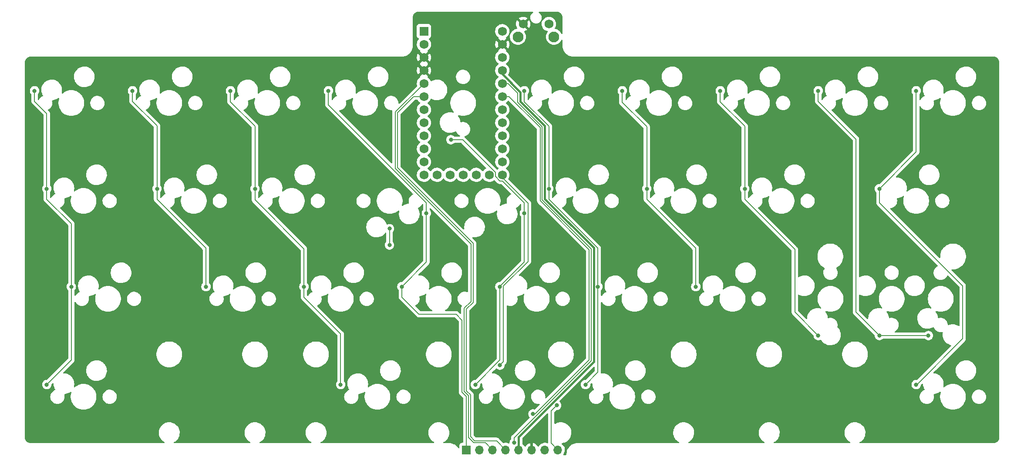
<source format=gtl>
G04 #@! TF.GenerationSoftware,KiCad,Pcbnew,(6.0.1-0)*
G04 #@! TF.CreationDate,2022-03-18T18:41:33-07:00*
G04 #@! TF.ProjectId,micro10,6d696372-6f31-4302-9e6b-696361645f70,1*
G04 #@! TF.SameCoordinates,Original*
G04 #@! TF.FileFunction,Copper,L1,Top*
G04 #@! TF.FilePolarity,Positive*
%FSLAX46Y46*%
G04 Gerber Fmt 4.6, Leading zero omitted, Abs format (unit mm)*
G04 Created by KiCad (PCBNEW (6.0.1-0)) date 2022-03-18 18:41:33*
%MOMM*%
%LPD*%
G01*
G04 APERTURE LIST*
G04 #@! TA.AperFunction,ComponentPad*
%ADD10R,1.752600X1.752600*%
G04 #@! TD*
G04 #@! TA.AperFunction,ComponentPad*
%ADD11C,1.752600*%
G04 #@! TD*
G04 #@! TA.AperFunction,ComponentPad*
%ADD12R,1.700000X1.700000*%
G04 #@! TD*
G04 #@! TA.AperFunction,ComponentPad*
%ADD13O,1.700000X1.700000*%
G04 #@! TD*
G04 #@! TA.AperFunction,ComponentPad*
%ADD14C,2.100000*%
G04 #@! TD*
G04 #@! TA.AperFunction,ComponentPad*
%ADD15C,1.750000*%
G04 #@! TD*
G04 #@! TA.AperFunction,ViaPad*
%ADD16C,0.800000*%
G04 #@! TD*
G04 #@! TA.AperFunction,Conductor*
%ADD17C,0.203200*%
G04 #@! TD*
G04 #@! TA.AperFunction,Conductor*
%ADD18C,0.381000*%
G04 #@! TD*
G04 APERTURE END LIST*
D10*
X140811250Y-35242500D03*
D11*
X140811250Y-37782500D03*
X140811250Y-40322500D03*
X140811250Y-42862500D03*
X140811250Y-45402500D03*
X140811250Y-47942500D03*
X140811250Y-50482500D03*
X140811250Y-53022500D03*
X140811250Y-55562500D03*
X140811250Y-58102500D03*
X140811250Y-60642500D03*
X140811250Y-63182500D03*
X156051250Y-63182500D03*
X156051250Y-60642500D03*
X156051250Y-58102500D03*
X156051250Y-55562500D03*
X156051250Y-53022500D03*
X156051250Y-50482500D03*
X156051250Y-47942500D03*
X156051250Y-45402500D03*
X156051250Y-42862500D03*
X156051250Y-40322500D03*
X156051250Y-37782500D03*
X156051250Y-35242500D03*
X143351250Y-63182500D03*
X145891250Y-63182500D03*
X148431250Y-63182500D03*
X150971250Y-63182500D03*
X153511250Y-63182500D03*
D12*
X149081250Y-116681250D03*
D13*
X151621250Y-116681250D03*
X154161250Y-116681250D03*
X156701250Y-116681250D03*
X159241250Y-116681250D03*
X161781250Y-116681250D03*
X164321250Y-116681250D03*
X166861250Y-116681250D03*
D14*
X166100000Y-36333750D03*
X159090000Y-36333750D03*
D15*
X165100000Y-33843750D03*
X160100000Y-33843750D03*
D16*
X166878000Y-32385000D03*
X164465000Y-50292000D03*
X234061000Y-48895000D03*
X243713000Y-90551000D03*
X139700000Y-88773000D03*
X135255000Y-87376000D03*
X146558000Y-107061000D03*
X133350000Y-63500000D03*
X131699000Y-53213000D03*
X90297000Y-43942000D03*
X81661000Y-43688000D03*
X64643000Y-41529000D03*
X100838000Y-51308000D03*
X167640000Y-56642000D03*
X166370000Y-44323000D03*
X148844000Y-59817000D03*
X143891000Y-50292000D03*
X151130000Y-53975000D03*
X208915000Y-52324000D03*
X215138000Y-52197000D03*
X176403000Y-50800000D03*
X153289000Y-89789000D03*
X144653000Y-66548000D03*
X142621000Y-81661000D03*
X158369000Y-115316000D03*
X166624000Y-108042650D03*
X155578628Y-100206628D03*
X134112000Y-73660000D03*
X134112000Y-76835000D03*
X162009869Y-109685869D03*
X65087500Y-46831250D03*
X72231250Y-84931250D03*
X67468750Y-103981250D03*
X67468750Y-65881250D03*
X88900000Y-65881250D03*
X84137500Y-46831250D03*
X98425000Y-84931250D03*
X107950000Y-65881250D03*
X117475000Y-84931250D03*
X103187500Y-46831250D03*
X124618750Y-103981250D03*
X141287500Y-70643750D03*
X122237500Y-46831250D03*
X136525000Y-84931250D03*
X150812500Y-103981250D03*
X146050000Y-56356250D03*
X155575000Y-84931250D03*
X160337500Y-70643750D03*
X174625000Y-84931250D03*
X172243750Y-103981250D03*
X165100000Y-65881250D03*
X160337500Y-46831250D03*
X193675000Y-84931250D03*
X184150000Y-65881250D03*
X179387500Y-46831250D03*
X217487500Y-94456250D03*
X198437500Y-46831250D03*
X203200000Y-65881250D03*
X217487500Y-46831250D03*
X229393750Y-94456250D03*
X238918750Y-94456250D03*
X229393750Y-65881250D03*
X236537500Y-103981250D03*
X236537500Y-46831250D03*
D17*
X140811250Y-47942500D02*
X138840782Y-47942500D01*
X150377591Y-76543279D02*
X150377591Y-87987189D01*
X135650610Y-51132672D02*
X135650610Y-61816298D01*
X150377591Y-87987189D02*
X149043968Y-89320812D01*
X149886690Y-106010158D02*
X149886690Y-114138158D01*
X138840782Y-47942500D02*
X135650610Y-51132672D01*
X150661812Y-114913280D02*
X154933280Y-114913280D01*
X149043968Y-89320812D02*
X149043968Y-105167436D01*
X149043968Y-105167436D02*
X149886690Y-106010158D01*
X149886690Y-114138158D02*
X150661812Y-114913280D01*
X135650610Y-61816298D02*
X150377591Y-76543279D01*
X154933280Y-114913280D02*
X156701250Y-116681250D01*
X140811250Y-45402500D02*
X135247890Y-50965860D01*
X135247890Y-61983110D02*
X149974871Y-76710091D01*
X149974871Y-87820377D02*
X148641248Y-89154000D01*
X152796000Y-115316000D02*
X154161250Y-116681250D01*
X135247890Y-50965860D02*
X135247890Y-61983110D01*
X149974871Y-76710091D02*
X149974871Y-87820377D01*
X148641248Y-105334248D02*
X149483970Y-106176970D01*
X149483970Y-114304970D02*
X150495000Y-115316000D01*
X148641248Y-89154000D02*
X148641248Y-105334248D01*
X150495000Y-115316000D02*
X152796000Y-115316000D01*
X149483970Y-106176970D02*
X149483970Y-114304970D01*
X158369000Y-114318244D02*
X159457622Y-113229622D01*
X158369000Y-115316000D02*
X158369000Y-114318244D01*
X173339630Y-99347614D02*
X159457622Y-113229622D01*
D18*
X156051250Y-42862500D02*
X156051250Y-43611665D01*
X159547489Y-48863745D02*
X164306250Y-53622506D01*
X156051250Y-43611665D02*
X159547489Y-47107904D01*
X159547489Y-47107904D02*
X159547489Y-48863745D01*
X164306250Y-53622506D02*
X164306250Y-67846505D01*
X173831250Y-77371505D02*
X173831250Y-99551250D01*
X159241250Y-114141250D02*
X159241250Y-116681250D01*
X164306250Y-67846505D02*
X173831250Y-77371505D01*
X173831250Y-99551250D02*
X159241250Y-114141250D01*
D17*
X165574379Y-109092271D02*
X165574379Y-115394379D01*
X166624000Y-108042650D02*
X165574379Y-109092271D01*
X165574379Y-115394379D02*
X166861250Y-116681250D01*
X136525000Y-84931250D02*
X136525000Y-86982748D01*
X136525000Y-86982748D02*
X139839252Y-90297000D01*
X148238528Y-91469528D02*
X148238528Y-105501060D01*
X139839252Y-90297000D02*
X147066000Y-90297000D01*
X147066000Y-90297000D02*
X148238528Y-91469528D01*
X148238528Y-105501060D02*
X149081250Y-106343782D01*
X149081250Y-106343782D02*
X149081250Y-116681250D01*
X156276111Y-99509145D02*
X155578628Y-100206628D01*
X156276111Y-84787257D02*
X156276111Y-99509145D01*
X155575000Y-84931250D02*
X155575000Y-99218750D01*
X155575000Y-99218750D02*
X150812500Y-103981250D01*
X156051250Y-63182500D02*
X156051250Y-63736470D01*
X156051250Y-63736470D02*
X161038611Y-68723831D01*
X161038611Y-80024757D02*
X156276111Y-84787257D01*
X161038611Y-68723831D02*
X161038611Y-80024757D01*
X160337500Y-70643750D02*
X160337500Y-80156336D01*
X160337500Y-80156336D02*
X155575000Y-84918836D01*
X155575000Y-84918836D02*
X155575000Y-84931250D01*
X134112000Y-76835000D02*
X134112000Y-73660000D01*
X167554856Y-104562856D02*
X165459356Y-106658356D01*
X172936910Y-99180802D02*
X167554856Y-104562856D01*
X157361456Y-47942500D02*
X163357978Y-53939022D01*
X162431843Y-109685869D02*
X162009869Y-109685869D01*
X172936910Y-77741953D02*
X172936910Y-99180802D01*
X163357978Y-53939022D02*
X163411910Y-53992954D01*
X163865979Y-68671022D02*
X172936910Y-77741953D01*
X163411910Y-53992954D02*
X163411910Y-68223442D01*
X156051250Y-47942500D02*
X157361456Y-47942500D01*
X163411910Y-68223442D02*
X163859490Y-68671022D01*
X163859490Y-68671022D02*
X163865979Y-68671022D01*
X165459356Y-106658356D02*
X162431843Y-109685869D01*
X163821119Y-68056630D02*
X173339630Y-77575141D01*
X173339630Y-77575141D02*
X173339630Y-99347614D01*
X159055869Y-49067381D02*
X163814630Y-53826142D01*
X156051250Y-45402500D02*
X157146829Y-45402500D01*
X163814630Y-68056630D02*
X163821119Y-68056630D01*
X159055869Y-47311540D02*
X159055869Y-49067381D01*
X157146829Y-45402500D02*
X159055869Y-47311540D01*
X163814630Y-53826142D02*
X163814630Y-68056630D01*
X67468750Y-51263998D02*
X65087500Y-48882748D01*
X72231250Y-84931250D02*
X72231250Y-99218750D01*
X67468750Y-65881250D02*
X67468750Y-51263998D01*
X67468750Y-67932748D02*
X67468750Y-65881250D01*
X72231250Y-72695248D02*
X67468750Y-67932748D01*
X72231250Y-99218750D02*
X67468750Y-103981250D01*
X72231250Y-84931250D02*
X72231250Y-72695248D01*
X65087500Y-48882748D02*
X65087500Y-46831250D01*
X88900000Y-53645248D02*
X84137500Y-48882748D01*
X88900000Y-67945000D02*
X88900000Y-65881250D01*
X84137500Y-48882748D02*
X84137500Y-46831250D01*
X88900000Y-65881250D02*
X88900000Y-53645248D01*
X98425000Y-77470000D02*
X88900000Y-67945000D01*
X98425000Y-84931250D02*
X98425000Y-77470000D01*
X124618750Y-94126498D02*
X117475000Y-86982748D01*
X103187500Y-48958500D02*
X103187500Y-46831250D01*
X117475000Y-86982748D02*
X117475000Y-84931250D01*
X107950000Y-53721000D02*
X103187500Y-48958500D01*
X117475000Y-77597000D02*
X107950000Y-68072000D01*
X124618750Y-103981250D02*
X124618750Y-94126498D01*
X117475000Y-84931250D02*
X117475000Y-77597000D01*
X107950000Y-68072000D02*
X107950000Y-65881250D01*
X107950000Y-65881250D02*
X107950000Y-53721000D01*
X141287500Y-70643750D02*
X141287500Y-80168750D01*
X141287500Y-70643750D02*
X141287500Y-68592252D01*
X122237500Y-49542252D02*
X122237500Y-46831250D01*
X141287500Y-68592252D02*
X122237500Y-49542252D01*
X141287500Y-80168750D02*
X136525000Y-84931250D01*
X154688661Y-62694799D02*
X148350112Y-56356250D01*
X156105159Y-64359911D02*
X155563549Y-64359911D01*
X155563549Y-64359911D02*
X154688661Y-63485023D01*
X148350112Y-56356250D02*
X146050000Y-56356250D01*
X160337500Y-68592252D02*
X156105159Y-64359911D01*
X160337500Y-70643750D02*
X160337500Y-68592252D01*
X154688661Y-63485023D02*
X154688661Y-62694799D01*
X165100000Y-53721000D02*
X160337500Y-48958500D01*
X165100000Y-67945000D02*
X165100000Y-65881250D01*
X160337500Y-48958500D02*
X160337500Y-46831250D01*
X174625000Y-77470000D02*
X165100000Y-67945000D01*
X174625000Y-84931250D02*
X174625000Y-101600000D01*
X165100000Y-65881250D02*
X165100000Y-53721000D01*
X174625000Y-101600000D02*
X172243750Y-103981250D01*
X174625000Y-84931250D02*
X174625000Y-77470000D01*
X184150000Y-65881250D02*
X184150000Y-53848000D01*
X193675000Y-77457748D02*
X184150000Y-67932748D01*
X184150000Y-67932748D02*
X184150000Y-65881250D01*
X184150000Y-53848000D02*
X179387500Y-49085500D01*
X193675000Y-84931250D02*
X193675000Y-77457748D01*
X179387500Y-49085500D02*
X179387500Y-46831250D01*
X203200000Y-53721000D02*
X198437500Y-48958500D01*
X198437500Y-48958500D02*
X198437500Y-46831250D01*
X203200000Y-67945000D02*
X203200000Y-65881250D01*
X212937629Y-77682629D02*
X203200000Y-67945000D01*
X212937629Y-89906379D02*
X212937629Y-77682629D01*
X203200000Y-65881250D02*
X203200000Y-53721000D01*
X217487500Y-94456250D02*
X212937629Y-89906379D01*
X224843879Y-56239127D02*
X217487500Y-48882748D01*
X224843879Y-89906379D02*
X224843879Y-56239127D01*
X217487500Y-48882748D02*
X217487500Y-46831250D01*
X229393750Y-94456250D02*
X224843879Y-89906379D01*
X229393750Y-94456250D02*
X238918750Y-94456250D01*
X245588121Y-84786623D02*
X229393750Y-68592252D01*
X236537500Y-58737500D02*
X236537500Y-46831250D01*
X229393750Y-65881250D02*
X236537500Y-58737500D01*
X236681073Y-103981250D02*
X245588121Y-95074202D01*
X236537500Y-103981250D02*
X236681073Y-103981250D01*
X229393750Y-68592252D02*
X229393750Y-65881250D01*
X245588121Y-95074202D02*
X245588121Y-84786623D01*
G04 #@! TA.AperFunction,Conductor*
G36*
X162000166Y-31484252D02*
G01*
X162046659Y-31537908D01*
X162056763Y-31608182D01*
X162027269Y-31672762D01*
X162001430Y-31695142D01*
X161998420Y-31696692D01*
X161832080Y-31827354D01*
X161828148Y-31831885D01*
X161828145Y-31831888D01*
X161759474Y-31911025D01*
X161693448Y-31987113D01*
X161690448Y-31992299D01*
X161690445Y-31992303D01*
X161677899Y-32013990D01*
X161587527Y-32170204D01*
X161518139Y-32370021D01*
X161517278Y-32375956D01*
X161517278Y-32375958D01*
X161496233Y-32521106D01*
X161487787Y-32579354D01*
X161497567Y-32790649D01*
X161498971Y-32796474D01*
X161498971Y-32796475D01*
X161541844Y-32974370D01*
X161547125Y-32996284D01*
X161549607Y-33001742D01*
X161549608Y-33001746D01*
X161593053Y-33097296D01*
X161634674Y-33188837D01*
X161757054Y-33361361D01*
X161909850Y-33507631D01*
X162087548Y-33622370D01*
X162093114Y-33624613D01*
X162278168Y-33699192D01*
X162278171Y-33699193D01*
X162283737Y-33701436D01*
X162491337Y-33741978D01*
X162496899Y-33742250D01*
X162652846Y-33742250D01*
X162810566Y-33727202D01*
X163013534Y-33667658D01*
X163097111Y-33624613D01*
X163196249Y-33573554D01*
X163196252Y-33573552D01*
X163201580Y-33570808D01*
X163367920Y-33440146D01*
X163371852Y-33435615D01*
X163371855Y-33435612D01*
X163502621Y-33284917D01*
X163506552Y-33280387D01*
X163509552Y-33275201D01*
X163509555Y-33275197D01*
X163609467Y-33102492D01*
X163612473Y-33097296D01*
X163681861Y-32897479D01*
X163682722Y-32891542D01*
X163711352Y-32694086D01*
X163711352Y-32694083D01*
X163712213Y-32688146D01*
X163702433Y-32476851D01*
X163652875Y-32271216D01*
X163609525Y-32175872D01*
X163567806Y-32084118D01*
X163565326Y-32078663D01*
X163442946Y-31906139D01*
X163290150Y-31759869D01*
X163191393Y-31696102D01*
X163145015Y-31642346D01*
X163135062Y-31572051D01*
X163164694Y-31507533D01*
X163224502Y-31469278D01*
X163259741Y-31464250D01*
X166638172Y-31464250D01*
X166657557Y-31465750D01*
X166672358Y-31468055D01*
X166672361Y-31468055D01*
X166681230Y-31469436D01*
X166693878Y-31467782D01*
X166721192Y-31467198D01*
X166808948Y-31474875D01*
X166863975Y-31479690D01*
X166885596Y-31483502D01*
X167046065Y-31526500D01*
X167066702Y-31534011D01*
X167217260Y-31604218D01*
X167236280Y-31615200D01*
X167372362Y-31710485D01*
X167389187Y-31724603D01*
X167506647Y-31842063D01*
X167520765Y-31858888D01*
X167616050Y-31994970D01*
X167627032Y-32013990D01*
X167697239Y-32164548D01*
X167704750Y-32185185D01*
X167747748Y-32345654D01*
X167751561Y-32367278D01*
X167763449Y-32503169D01*
X167762896Y-32519629D01*
X167763305Y-32519634D01*
X167763195Y-32528608D01*
X167761814Y-32537480D01*
X167762978Y-32546382D01*
X167762978Y-32546385D01*
X167765936Y-32569001D01*
X167767000Y-32585339D01*
X167767000Y-35652243D01*
X167746998Y-35720364D01*
X167693342Y-35766857D01*
X167623068Y-35776961D01*
X167558488Y-35747467D01*
X167524591Y-35700461D01*
X167494820Y-35628589D01*
X167492927Y-35624018D01*
X167409738Y-35488265D01*
X167367342Y-35419080D01*
X167367340Y-35419077D01*
X167364752Y-35414854D01*
X167351891Y-35399795D01*
X167208641Y-35232073D01*
X167205433Y-35228317D01*
X167094462Y-35133538D01*
X167022663Y-35072215D01*
X167022660Y-35072213D01*
X167018896Y-35068998D01*
X167014673Y-35066410D01*
X167014670Y-35066408D01*
X166931678Y-35015551D01*
X166809732Y-34940823D01*
X166665033Y-34880886D01*
X166587665Y-34848839D01*
X166587663Y-34848838D01*
X166583092Y-34846945D01*
X166344557Y-34789678D01*
X166344720Y-34788999D01*
X166284043Y-34760240D01*
X166246512Y-34699974D01*
X166247522Y-34628985D01*
X166265578Y-34592673D01*
X166286939Y-34562946D01*
X166286941Y-34562943D01*
X166289956Y-34558747D01*
X166372934Y-34390855D01*
X166388461Y-34359438D01*
X166388462Y-34359436D01*
X166390755Y-34354796D01*
X166456890Y-34137120D01*
X166457579Y-34131888D01*
X166486148Y-33914886D01*
X166486148Y-33914882D01*
X166486585Y-33911565D01*
X166487844Y-33860027D01*
X166488160Y-33847115D01*
X166488160Y-33847111D01*
X166488242Y-33843750D01*
X166469601Y-33617014D01*
X166414178Y-33396367D01*
X166323462Y-33187735D01*
X166199890Y-32996721D01*
X166046779Y-32828454D01*
X165868241Y-32687454D01*
X165830537Y-32666640D01*
X165815869Y-32658543D01*
X165669072Y-32577507D01*
X165664203Y-32575783D01*
X165664199Y-32575781D01*
X165459496Y-32503291D01*
X165459492Y-32503290D01*
X165454621Y-32501565D01*
X165449528Y-32500658D01*
X165449525Y-32500657D01*
X165235734Y-32462575D01*
X165235728Y-32462574D01*
X165230645Y-32461669D01*
X165157196Y-32460772D01*
X165008331Y-32458953D01*
X165008329Y-32458953D01*
X165003161Y-32458890D01*
X164778278Y-32493302D01*
X164562035Y-32563981D01*
X164557447Y-32566369D01*
X164557443Y-32566371D01*
X164498688Y-32596957D01*
X164360239Y-32669029D01*
X164356106Y-32672132D01*
X164356103Y-32672134D01*
X164182445Y-32802520D01*
X164178310Y-32805625D01*
X164021133Y-32970101D01*
X163892931Y-33158039D01*
X163890758Y-33162721D01*
X163890756Y-33162724D01*
X163876367Y-33193724D01*
X163797145Y-33364393D01*
X163736348Y-33583619D01*
X163735799Y-33588756D01*
X163719395Y-33742250D01*
X163712172Y-33809832D01*
X163712469Y-33814984D01*
X163712469Y-33814988D01*
X163717416Y-33900780D01*
X163725268Y-34036956D01*
X163726405Y-34042002D01*
X163726406Y-34042008D01*
X163736844Y-34088323D01*
X163775283Y-34258891D01*
X163860875Y-34469677D01*
X163979744Y-34663654D01*
X164128698Y-34835611D01*
X164303737Y-34980931D01*
X164308189Y-34983533D01*
X164308194Y-34983536D01*
X164459950Y-35072215D01*
X164500160Y-35095712D01*
X164712693Y-35176870D01*
X164717759Y-35177901D01*
X164717760Y-35177901D01*
X164780660Y-35190698D01*
X164843426Y-35223880D01*
X164878288Y-35285728D01*
X164874179Y-35356605D01*
X164851351Y-35396000D01*
X164835248Y-35414854D01*
X164832660Y-35419077D01*
X164832658Y-35419080D01*
X164790262Y-35488265D01*
X164707073Y-35624018D01*
X164691000Y-35662822D01*
X164643722Y-35776961D01*
X164613195Y-35850658D01*
X164612040Y-35855470D01*
X164561238Y-36067077D01*
X164555928Y-36089193D01*
X164536681Y-36333750D01*
X164555928Y-36578307D01*
X164557082Y-36583114D01*
X164557083Y-36583120D01*
X164573422Y-36651175D01*
X164613195Y-36816842D01*
X164707073Y-37043482D01*
X164835248Y-37252646D01*
X164838463Y-37256410D01*
X164838465Y-37256413D01*
X164976553Y-37418092D01*
X164994567Y-37439183D01*
X164998323Y-37442391D01*
X165085955Y-37517236D01*
X165181104Y-37598502D01*
X165185327Y-37601090D01*
X165185330Y-37601092D01*
X165254515Y-37643488D01*
X165390268Y-37726677D01*
X165455553Y-37753719D01*
X165612335Y-37818661D01*
X165612337Y-37818662D01*
X165616908Y-37820555D01*
X165699563Y-37840399D01*
X165850630Y-37876667D01*
X165850636Y-37876668D01*
X165855443Y-37877822D01*
X166100000Y-37897069D01*
X166344557Y-37877822D01*
X166349364Y-37876668D01*
X166349370Y-37876667D01*
X166500437Y-37840399D01*
X166583092Y-37820555D01*
X166587663Y-37818662D01*
X166587665Y-37818661D01*
X166744447Y-37753719D01*
X166809732Y-37726677D01*
X166945485Y-37643488D01*
X167014670Y-37601092D01*
X167014673Y-37601090D01*
X167018896Y-37598502D01*
X167114046Y-37517236D01*
X167201677Y-37442391D01*
X167205433Y-37439183D01*
X167223447Y-37418092D01*
X167361535Y-37256413D01*
X167361537Y-37256410D01*
X167364752Y-37252646D01*
X167492927Y-37043482D01*
X167524591Y-36967039D01*
X167569140Y-36911758D01*
X167636503Y-36889337D01*
X167705294Y-36906895D01*
X167753673Y-36958858D01*
X167767000Y-37015257D01*
X167767000Y-38050672D01*
X167765500Y-38070057D01*
X167763798Y-38080991D01*
X167761814Y-38093730D01*
X167762634Y-38100000D01*
X167762504Y-38100000D01*
X167772705Y-38255641D01*
X167775526Y-38298668D01*
X167780470Y-38374104D01*
X167781274Y-38378144D01*
X167781274Y-38378147D01*
X167817548Y-38560506D01*
X167834060Y-38643519D01*
X167835385Y-38647423D01*
X167835386Y-38647426D01*
X167900819Y-38840186D01*
X167922357Y-38903634D01*
X167979853Y-39020224D01*
X168039749Y-39141681D01*
X168043850Y-39149998D01*
X168063563Y-39179500D01*
X168167369Y-39334857D01*
X168196461Y-39378397D01*
X168199174Y-39381491D01*
X168199179Y-39381497D01*
X168343737Y-39546332D01*
X168377579Y-39584921D01*
X168380668Y-39587630D01*
X168581003Y-39763321D01*
X168581009Y-39763326D01*
X168584103Y-39766039D01*
X168587529Y-39768328D01*
X168587534Y-39768332D01*
X168754221Y-39879708D01*
X168812502Y-39918650D01*
X168816201Y-39920474D01*
X168816206Y-39920477D01*
X168942275Y-39982647D01*
X169058866Y-40040143D01*
X169062771Y-40041468D01*
X169062772Y-40041469D01*
X169315074Y-40127114D01*
X169315077Y-40127115D01*
X169318981Y-40128440D01*
X169323020Y-40129243D01*
X169323026Y-40129245D01*
X169584353Y-40181226D01*
X169584356Y-40181226D01*
X169588396Y-40182030D01*
X169592507Y-40182299D01*
X169592511Y-40182300D01*
X169829993Y-40197866D01*
X169842648Y-40199341D01*
X169842892Y-40199382D01*
X169849961Y-40200571D01*
X169856342Y-40200649D01*
X169857641Y-40200665D01*
X169857645Y-40200665D01*
X169862500Y-40200724D01*
X169890088Y-40196773D01*
X169907951Y-40195500D01*
X251569422Y-40195500D01*
X251588807Y-40197000D01*
X251603608Y-40199305D01*
X251603611Y-40199305D01*
X251612480Y-40200686D01*
X251625128Y-40199032D01*
X251652442Y-40198448D01*
X251740198Y-40206125D01*
X251795225Y-40210940D01*
X251816846Y-40214752D01*
X251977315Y-40257750D01*
X251997952Y-40265261D01*
X252148510Y-40335468D01*
X252167530Y-40346450D01*
X252303612Y-40441735D01*
X252320437Y-40455853D01*
X252437897Y-40573313D01*
X252452015Y-40590138D01*
X252547300Y-40726220D01*
X252558282Y-40745240D01*
X252628489Y-40895798D01*
X252636000Y-40916435D01*
X252678998Y-41076904D01*
X252682811Y-41098528D01*
X252694699Y-41234419D01*
X252694146Y-41250879D01*
X252694555Y-41250884D01*
X252694445Y-41259858D01*
X252693064Y-41268730D01*
X252694228Y-41277632D01*
X252694228Y-41277635D01*
X252697186Y-41300251D01*
X252698250Y-41316589D01*
X252698250Y-114250672D01*
X252696750Y-114270056D01*
X252693064Y-114293730D01*
X252694558Y-114305151D01*
X252694718Y-114306375D01*
X252695302Y-114333692D01*
X252689877Y-114395705D01*
X252684468Y-114457536D01*
X252682811Y-114476472D01*
X252678998Y-114498096D01*
X252650311Y-114605158D01*
X252636001Y-114658564D01*
X252628489Y-114679202D01*
X252558282Y-114829760D01*
X252547300Y-114848780D01*
X252452015Y-114984862D01*
X252437897Y-115001687D01*
X252320437Y-115119147D01*
X252303612Y-115133265D01*
X252167530Y-115228550D01*
X252148510Y-115239532D01*
X251997952Y-115309739D01*
X251977315Y-115317250D01*
X251816846Y-115360248D01*
X251795225Y-115364060D01*
X251748355Y-115368161D01*
X251659331Y-115375949D01*
X251642871Y-115375396D01*
X251642866Y-115375805D01*
X251633892Y-115375695D01*
X251625020Y-115374314D01*
X251616118Y-115375478D01*
X251616115Y-115375478D01*
X251593499Y-115378436D01*
X251577161Y-115379500D01*
X225644307Y-115379500D01*
X225576186Y-115359498D01*
X225529693Y-115305842D01*
X225519589Y-115235568D01*
X225549083Y-115170988D01*
X225585154Y-115142249D01*
X225707049Y-115077437D01*
X225707055Y-115077433D01*
X225710941Y-115075367D01*
X225714501Y-115072781D01*
X225714505Y-115072778D01*
X225937343Y-114910876D01*
X225937346Y-114910874D01*
X225940906Y-114908287D01*
X225944073Y-114905229D01*
X226142218Y-114713883D01*
X226142221Y-114713879D01*
X226145380Y-114710829D01*
X226320383Y-114486835D01*
X226401107Y-114347018D01*
X226460305Y-114244485D01*
X226460308Y-114244480D01*
X226462510Y-114240665D01*
X226464160Y-114236581D01*
X226464163Y-114236575D01*
X226567343Y-113981193D01*
X226567344Y-113981190D01*
X226568992Y-113977111D01*
X226582646Y-113922350D01*
X226636694Y-113705573D01*
X226637759Y-113701302D01*
X226667472Y-113418606D01*
X226667319Y-113414212D01*
X226657706Y-113138924D01*
X226657705Y-113138917D01*
X226657552Y-113134527D01*
X226608192Y-112854593D01*
X226606837Y-112850422D01*
X226606835Y-112850415D01*
X226521714Y-112588442D01*
X226520353Y-112584253D01*
X226395745Y-112328769D01*
X226393290Y-112325130D01*
X226393287Y-112325124D01*
X226239253Y-112096759D01*
X226239248Y-112096752D01*
X226236793Y-112093113D01*
X226135952Y-111981117D01*
X226049539Y-111885146D01*
X226049538Y-111885145D01*
X226046591Y-111881872D01*
X225828841Y-111699158D01*
X225587781Y-111548527D01*
X225328103Y-111432911D01*
X225054862Y-111354560D01*
X225050512Y-111353949D01*
X225050509Y-111353948D01*
X224946033Y-111339265D01*
X224773376Y-111315000D01*
X224560274Y-111315000D01*
X224558089Y-111315153D01*
X224558083Y-111315153D01*
X224352075Y-111329558D01*
X224352070Y-111329559D01*
X224347690Y-111329865D01*
X224069649Y-111388965D01*
X224065518Y-111390469D01*
X224065513Y-111390470D01*
X223952238Y-111431699D01*
X223802539Y-111486185D01*
X223798652Y-111488252D01*
X223555451Y-111617563D01*
X223555445Y-111617567D01*
X223551559Y-111619633D01*
X223547999Y-111622219D01*
X223547995Y-111622222D01*
X223325157Y-111784124D01*
X223321594Y-111786713D01*
X223318430Y-111789769D01*
X223318427Y-111789771D01*
X223120282Y-111981117D01*
X223120279Y-111981121D01*
X223117120Y-111984171D01*
X222942117Y-112208165D01*
X222799990Y-112454335D01*
X222798340Y-112458419D01*
X222798337Y-112458425D01*
X222695157Y-112713807D01*
X222693508Y-112717889D01*
X222624741Y-112993698D01*
X222595028Y-113276394D01*
X222595181Y-113280782D01*
X222595181Y-113280788D01*
X222600147Y-113422975D01*
X222604948Y-113560473D01*
X222654308Y-113840407D01*
X222655663Y-113844578D01*
X222655665Y-113844585D01*
X222705819Y-113998942D01*
X222742147Y-114110747D01*
X222744075Y-114114700D01*
X222744077Y-114114705D01*
X222780078Y-114188518D01*
X222866755Y-114366231D01*
X222869210Y-114369870D01*
X222869213Y-114369876D01*
X223023247Y-114598241D01*
X223023252Y-114598248D01*
X223025707Y-114601887D01*
X223028651Y-114605156D01*
X223028652Y-114605158D01*
X223180811Y-114774148D01*
X223215909Y-114813128D01*
X223433659Y-114995842D01*
X223437391Y-114998174D01*
X223674719Y-115146473D01*
X223673598Y-115148266D01*
X223718213Y-115191941D01*
X223734041Y-115261151D01*
X223709940Y-115327931D01*
X223653560Y-115371080D01*
X223608274Y-115379500D01*
X208969207Y-115379500D01*
X208901086Y-115359498D01*
X208854593Y-115305842D01*
X208844489Y-115235568D01*
X208873983Y-115170988D01*
X208910054Y-115142249D01*
X209031949Y-115077437D01*
X209031955Y-115077433D01*
X209035841Y-115075367D01*
X209039401Y-115072781D01*
X209039405Y-115072778D01*
X209262243Y-114910876D01*
X209262246Y-114910874D01*
X209265806Y-114908287D01*
X209268973Y-114905229D01*
X209467118Y-114713883D01*
X209467121Y-114713879D01*
X209470280Y-114710829D01*
X209645283Y-114486835D01*
X209726007Y-114347018D01*
X209785205Y-114244485D01*
X209785208Y-114244480D01*
X209787410Y-114240665D01*
X209789060Y-114236581D01*
X209789063Y-114236575D01*
X209892243Y-113981193D01*
X209892244Y-113981190D01*
X209893892Y-113977111D01*
X209907546Y-113922350D01*
X209961594Y-113705573D01*
X209962659Y-113701302D01*
X209992372Y-113418606D01*
X209992219Y-113414212D01*
X209982606Y-113138924D01*
X209982605Y-113138917D01*
X209982452Y-113134527D01*
X209933092Y-112854593D01*
X209931737Y-112850422D01*
X209931735Y-112850415D01*
X209846614Y-112588442D01*
X209845253Y-112584253D01*
X209720645Y-112328769D01*
X209718190Y-112325130D01*
X209718187Y-112325124D01*
X209564153Y-112096759D01*
X209564148Y-112096752D01*
X209561693Y-112093113D01*
X209460852Y-111981117D01*
X209374439Y-111885146D01*
X209374438Y-111885145D01*
X209371491Y-111881872D01*
X209153741Y-111699158D01*
X208912681Y-111548527D01*
X208653003Y-111432911D01*
X208379762Y-111354560D01*
X208375412Y-111353949D01*
X208375409Y-111353948D01*
X208270933Y-111339265D01*
X208098276Y-111315000D01*
X207885174Y-111315000D01*
X207882989Y-111315153D01*
X207882983Y-111315153D01*
X207676975Y-111329558D01*
X207676970Y-111329559D01*
X207672590Y-111329865D01*
X207394549Y-111388965D01*
X207390418Y-111390469D01*
X207390413Y-111390470D01*
X207277138Y-111431699D01*
X207127439Y-111486185D01*
X207123552Y-111488252D01*
X206880351Y-111617563D01*
X206880345Y-111617567D01*
X206876459Y-111619633D01*
X206872899Y-111622219D01*
X206872895Y-111622222D01*
X206650057Y-111784124D01*
X206646494Y-111786713D01*
X206643330Y-111789769D01*
X206643327Y-111789771D01*
X206445182Y-111981117D01*
X206445179Y-111981121D01*
X206442020Y-111984171D01*
X206267017Y-112208165D01*
X206124890Y-112454335D01*
X206123240Y-112458419D01*
X206123237Y-112458425D01*
X206020057Y-112713807D01*
X206018408Y-112717889D01*
X205949641Y-112993698D01*
X205919928Y-113276394D01*
X205920081Y-113280782D01*
X205920081Y-113280788D01*
X205925047Y-113422975D01*
X205929848Y-113560473D01*
X205979208Y-113840407D01*
X205980563Y-113844578D01*
X205980565Y-113844585D01*
X206030719Y-113998942D01*
X206067047Y-114110747D01*
X206068975Y-114114700D01*
X206068977Y-114114705D01*
X206104978Y-114188518D01*
X206191655Y-114366231D01*
X206194110Y-114369870D01*
X206194113Y-114369876D01*
X206348147Y-114598241D01*
X206348152Y-114598248D01*
X206350607Y-114601887D01*
X206353551Y-114605156D01*
X206353552Y-114605158D01*
X206505711Y-114774148D01*
X206540809Y-114813128D01*
X206758559Y-114995842D01*
X206762291Y-114998174D01*
X206999619Y-115146473D01*
X206998498Y-115148266D01*
X207043113Y-115191941D01*
X207058941Y-115261151D01*
X207034840Y-115327931D01*
X206978460Y-115371080D01*
X206933174Y-115379500D01*
X192338557Y-115379500D01*
X192270436Y-115359498D01*
X192223943Y-115305842D01*
X192213839Y-115235568D01*
X192243333Y-115170988D01*
X192279404Y-115142249D01*
X192401299Y-115077437D01*
X192401305Y-115077433D01*
X192405191Y-115075367D01*
X192408751Y-115072781D01*
X192408755Y-115072778D01*
X192631593Y-114910876D01*
X192631596Y-114910874D01*
X192635156Y-114908287D01*
X192638323Y-114905229D01*
X192836468Y-114713883D01*
X192836471Y-114713879D01*
X192839630Y-114710829D01*
X193014633Y-114486835D01*
X193095357Y-114347018D01*
X193154555Y-114244485D01*
X193154558Y-114244480D01*
X193156760Y-114240665D01*
X193158410Y-114236581D01*
X193158413Y-114236575D01*
X193261593Y-113981193D01*
X193261594Y-113981190D01*
X193263242Y-113977111D01*
X193276896Y-113922350D01*
X193330944Y-113705573D01*
X193332009Y-113701302D01*
X193361722Y-113418606D01*
X193361569Y-113414212D01*
X193351956Y-113138924D01*
X193351955Y-113138917D01*
X193351802Y-113134527D01*
X193302442Y-112854593D01*
X193301087Y-112850422D01*
X193301085Y-112850415D01*
X193215964Y-112588442D01*
X193214603Y-112584253D01*
X193089995Y-112328769D01*
X193087540Y-112325130D01*
X193087537Y-112325124D01*
X192933503Y-112096759D01*
X192933498Y-112096752D01*
X192931043Y-112093113D01*
X192830202Y-111981117D01*
X192743789Y-111885146D01*
X192743788Y-111885145D01*
X192740841Y-111881872D01*
X192523091Y-111699158D01*
X192282031Y-111548527D01*
X192022353Y-111432911D01*
X191749112Y-111354560D01*
X191744762Y-111353949D01*
X191744759Y-111353948D01*
X191640283Y-111339265D01*
X191467626Y-111315000D01*
X191254524Y-111315000D01*
X191252339Y-111315153D01*
X191252333Y-111315153D01*
X191046325Y-111329558D01*
X191046320Y-111329559D01*
X191041940Y-111329865D01*
X190763899Y-111388965D01*
X190759768Y-111390469D01*
X190759763Y-111390470D01*
X190646488Y-111431699D01*
X190496789Y-111486185D01*
X190492902Y-111488252D01*
X190249701Y-111617563D01*
X190249695Y-111617567D01*
X190245809Y-111619633D01*
X190242249Y-111622219D01*
X190242245Y-111622222D01*
X190019407Y-111784124D01*
X190015844Y-111786713D01*
X190012680Y-111789769D01*
X190012677Y-111789771D01*
X189814532Y-111981117D01*
X189814529Y-111981121D01*
X189811370Y-111984171D01*
X189636367Y-112208165D01*
X189494240Y-112454335D01*
X189492590Y-112458419D01*
X189492587Y-112458425D01*
X189389407Y-112713807D01*
X189387758Y-112717889D01*
X189318991Y-112993698D01*
X189289278Y-113276394D01*
X189289431Y-113280782D01*
X189289431Y-113280788D01*
X189294397Y-113422975D01*
X189299198Y-113560473D01*
X189348558Y-113840407D01*
X189349913Y-113844578D01*
X189349915Y-113844585D01*
X189400069Y-113998942D01*
X189436397Y-114110747D01*
X189438325Y-114114700D01*
X189438327Y-114114705D01*
X189474328Y-114188518D01*
X189561005Y-114366231D01*
X189563460Y-114369870D01*
X189563463Y-114369876D01*
X189717497Y-114598241D01*
X189717502Y-114598248D01*
X189719957Y-114601887D01*
X189722901Y-114605156D01*
X189722902Y-114605158D01*
X189875061Y-114774148D01*
X189910159Y-114813128D01*
X190127909Y-114995842D01*
X190131641Y-114998174D01*
X190368969Y-115146473D01*
X190367848Y-115148266D01*
X190412463Y-115191941D01*
X190428291Y-115261151D01*
X190404190Y-115327931D01*
X190347810Y-115371080D01*
X190302524Y-115379500D01*
X170709457Y-115379500D01*
X170688553Y-115377754D01*
X170685387Y-115377221D01*
X170668789Y-115374429D01*
X170662669Y-115374354D01*
X170661117Y-115374335D01*
X170661112Y-115374335D01*
X170656250Y-115374276D01*
X170651424Y-115374967D01*
X170651209Y-115374981D01*
X170642058Y-115375934D01*
X170489283Y-115385948D01*
X170386261Y-115392700D01*
X170386257Y-115392701D01*
X170382146Y-115392970D01*
X170378106Y-115393774D01*
X170378103Y-115393774D01*
X170116776Y-115445755D01*
X170116770Y-115445757D01*
X170112731Y-115446560D01*
X170108827Y-115447885D01*
X170108824Y-115447886D01*
X169863136Y-115531286D01*
X169852616Y-115534857D01*
X169743173Y-115588828D01*
X169609956Y-115654523D01*
X169609951Y-115654526D01*
X169606252Y-115656350D01*
X169602819Y-115658644D01*
X169381284Y-115806668D01*
X169381279Y-115806672D01*
X169377853Y-115808961D01*
X169374759Y-115811674D01*
X169374753Y-115811679D01*
X169240599Y-115929330D01*
X169171329Y-115990079D01*
X169168620Y-115993168D01*
X168992929Y-116193503D01*
X168992924Y-116193509D01*
X168990211Y-116196603D01*
X168987922Y-116200029D01*
X168987918Y-116200034D01*
X168886740Y-116351459D01*
X168837600Y-116425002D01*
X168716107Y-116671366D01*
X168714782Y-116675271D01*
X168714781Y-116675272D01*
X168630396Y-116923864D01*
X168627810Y-116931481D01*
X168627007Y-116935520D01*
X168627005Y-116935526D01*
X168576844Y-117187703D01*
X168574220Y-117200896D01*
X168573951Y-117205007D01*
X168573950Y-117205011D01*
X168557832Y-117450913D01*
X168556957Y-117458849D01*
X168556945Y-117459861D01*
X168555564Y-117468730D01*
X168556297Y-117474338D01*
X168556254Y-117475000D01*
X168556384Y-117475000D01*
X168556727Y-117477626D01*
X168556618Y-117486595D01*
X168555801Y-117486585D01*
X168555509Y-117508083D01*
X168549886Y-117543590D01*
X168537705Y-117581081D01*
X168519497Y-117616818D01*
X168515236Y-117625181D01*
X168492064Y-117657073D01*
X168457073Y-117692064D01*
X168425182Y-117715235D01*
X168381081Y-117737705D01*
X168343592Y-117749886D01*
X168308941Y-117755374D01*
X168289233Y-117756804D01*
X168281270Y-117755564D01*
X168249749Y-117759686D01*
X168233411Y-117760750D01*
X168004195Y-117760750D01*
X167936074Y-117740748D01*
X167889581Y-117687092D01*
X167879477Y-117616818D01*
X167901872Y-117561224D01*
X168026685Y-117387527D01*
X168029703Y-117383327D01*
X168043245Y-117355928D01*
X168126386Y-117187703D01*
X168126387Y-117187701D01*
X168128680Y-117183061D01*
X168193620Y-116969319D01*
X168222779Y-116747840D01*
X168224406Y-116681250D01*
X168206102Y-116458611D01*
X168151681Y-116241952D01*
X168062604Y-116037090D01*
X167941264Y-115849527D01*
X167790920Y-115684301D01*
X167786869Y-115681102D01*
X167786865Y-115681098D01*
X167670031Y-115588828D01*
X167628968Y-115530910D01*
X167625736Y-115459987D01*
X167661362Y-115398576D01*
X167730266Y-115365330D01*
X167733060Y-115365135D01*
X167737356Y-115364222D01*
X167737362Y-115364221D01*
X167926202Y-115324081D01*
X168011101Y-115306035D01*
X168015232Y-115304531D01*
X168015237Y-115304530D01*
X168162488Y-115250935D01*
X168278211Y-115208815D01*
X168354604Y-115168196D01*
X168525299Y-115077437D01*
X168525305Y-115077433D01*
X168529191Y-115075367D01*
X168532751Y-115072781D01*
X168532755Y-115072778D01*
X168755593Y-114910876D01*
X168755596Y-114910874D01*
X168759156Y-114908287D01*
X168762323Y-114905229D01*
X168960468Y-114713883D01*
X168960471Y-114713879D01*
X168963630Y-114710829D01*
X169138633Y-114486835D01*
X169219357Y-114347018D01*
X169278555Y-114244485D01*
X169278558Y-114244480D01*
X169280760Y-114240665D01*
X169282410Y-114236581D01*
X169282413Y-114236575D01*
X169385593Y-113981193D01*
X169385594Y-113981190D01*
X169387242Y-113977111D01*
X169400896Y-113922350D01*
X169454944Y-113705573D01*
X169456009Y-113701302D01*
X169485722Y-113418606D01*
X169485569Y-113414212D01*
X169475956Y-113138924D01*
X169475955Y-113138917D01*
X169475802Y-113134527D01*
X169426442Y-112854593D01*
X169425087Y-112850422D01*
X169425085Y-112850415D01*
X169339964Y-112588442D01*
X169338603Y-112584253D01*
X169213995Y-112328769D01*
X169211540Y-112325130D01*
X169211537Y-112325124D01*
X169057503Y-112096759D01*
X169057498Y-112096752D01*
X169055043Y-112093113D01*
X168954202Y-111981117D01*
X168867789Y-111885146D01*
X168867788Y-111885145D01*
X168864841Y-111881872D01*
X168647091Y-111699158D01*
X168406031Y-111548527D01*
X168146353Y-111432911D01*
X167873112Y-111354560D01*
X167868762Y-111353949D01*
X167868759Y-111353948D01*
X167764283Y-111339265D01*
X167591626Y-111315000D01*
X167378524Y-111315000D01*
X167376339Y-111315153D01*
X167376333Y-111315153D01*
X167170325Y-111329558D01*
X167170320Y-111329559D01*
X167165940Y-111329865D01*
X166887899Y-111388965D01*
X166883768Y-111390469D01*
X166883763Y-111390470D01*
X166770488Y-111431699D01*
X166620789Y-111486185D01*
X166369809Y-111619633D01*
X166368768Y-111617676D01*
X166309083Y-111634485D01*
X166241188Y-111613730D01*
X166195293Y-111559562D01*
X166184479Y-111508493D01*
X166184479Y-109397173D01*
X166204481Y-109329052D01*
X166221384Y-109308077D01*
X166541408Y-108988054D01*
X166603720Y-108954029D01*
X166630503Y-108951150D01*
X166719487Y-108951150D01*
X166725939Y-108949778D01*
X166725944Y-108949778D01*
X166812887Y-108931297D01*
X166906288Y-108911444D01*
X166912319Y-108908759D01*
X167074722Y-108836453D01*
X167074724Y-108836452D01*
X167080752Y-108833768D01*
X167086382Y-108829678D01*
X167158378Y-108777369D01*
X167235253Y-108721516D01*
X167363040Y-108579594D01*
X167458527Y-108414206D01*
X167517542Y-108232578D01*
X167537504Y-108042650D01*
X167529199Y-107963630D01*
X167518232Y-107859285D01*
X167518232Y-107859283D01*
X167517542Y-107852722D01*
X167458527Y-107671094D01*
X167363040Y-107505706D01*
X167304717Y-107440931D01*
X167239675Y-107368695D01*
X167239674Y-107368694D01*
X167235253Y-107363784D01*
X167222547Y-107354553D01*
X167179194Y-107298333D01*
X167173117Y-107227597D01*
X167207513Y-107163522D01*
X173799805Y-100571230D01*
X173862117Y-100537204D01*
X173932932Y-100542269D01*
X173989768Y-100584816D01*
X174014579Y-100651336D01*
X174014900Y-100660325D01*
X174014900Y-101295099D01*
X173994898Y-101363220D01*
X173977995Y-101384194D01*
X172326343Y-103035845D01*
X172264031Y-103069871D01*
X172237248Y-103072750D01*
X172148263Y-103072750D01*
X172141811Y-103074122D01*
X172141806Y-103074122D01*
X172054862Y-103092603D01*
X171961462Y-103112456D01*
X171955432Y-103115141D01*
X171955431Y-103115141D01*
X171793028Y-103187447D01*
X171793026Y-103187448D01*
X171786998Y-103190132D01*
X171781657Y-103194012D01*
X171781656Y-103194013D01*
X171772970Y-103200324D01*
X171632497Y-103302384D01*
X171628076Y-103307294D01*
X171628075Y-103307295D01*
X171602758Y-103335413D01*
X171504710Y-103444306D01*
X171409223Y-103609694D01*
X171350208Y-103791322D01*
X171330246Y-103981250D01*
X171330936Y-103987815D01*
X171341155Y-104085039D01*
X171350208Y-104171178D01*
X171409223Y-104352806D01*
X171504710Y-104518194D01*
X171632497Y-104660116D01*
X171694438Y-104705119D01*
X171780243Y-104767460D01*
X171786998Y-104772368D01*
X171793026Y-104775052D01*
X171793028Y-104775053D01*
X171955431Y-104847359D01*
X171961462Y-104850044D01*
X172054862Y-104869897D01*
X172141806Y-104888378D01*
X172141811Y-104888378D01*
X172148263Y-104889750D01*
X172339237Y-104889750D01*
X172345689Y-104888378D01*
X172345694Y-104888378D01*
X172432637Y-104869897D01*
X172526038Y-104850044D01*
X172532069Y-104847359D01*
X172694472Y-104775053D01*
X172694474Y-104775052D01*
X172700502Y-104772368D01*
X172707258Y-104767460D01*
X172793062Y-104705119D01*
X172855003Y-104660116D01*
X172982790Y-104518194D01*
X173078277Y-104352806D01*
X173137292Y-104171178D01*
X173146346Y-104085039D01*
X173156564Y-103987815D01*
X173157254Y-103981250D01*
X173157241Y-103981130D01*
X173176566Y-103915316D01*
X173193469Y-103894342D01*
X173352665Y-103735146D01*
X173414977Y-103701120D01*
X173485792Y-103706185D01*
X173542628Y-103748732D01*
X173567683Y-103819844D01*
X173573549Y-103987815D01*
X173575125Y-104032958D01*
X173575887Y-104037281D01*
X173575888Y-104037288D01*
X173599497Y-104171178D01*
X173623902Y-104309587D01*
X173710703Y-104576735D01*
X173712631Y-104580688D01*
X173712633Y-104580693D01*
X173751371Y-104660116D01*
X173833840Y-104829202D01*
X173856322Y-104862533D01*
X173868834Y-104881083D01*
X173890344Y-104948743D01*
X173871860Y-105017291D01*
X173816126Y-105066423D01*
X173637083Y-105147076D01*
X173637080Y-105147077D01*
X173632222Y-105149266D01*
X173437459Y-105280388D01*
X173267573Y-105442451D01*
X173127422Y-105630821D01*
X173125006Y-105635572D01*
X173125004Y-105635576D01*
X173039510Y-105803731D01*
X173021013Y-105840112D01*
X172951389Y-106064340D01*
X172950688Y-106069629D01*
X172926239Y-106254091D01*
X172920539Y-106297093D01*
X172929348Y-106531716D01*
X172930443Y-106536934D01*
X172956161Y-106659503D01*
X172977562Y-106761501D01*
X173063802Y-106979877D01*
X173185604Y-107180600D01*
X173339485Y-107357932D01*
X173343617Y-107361320D01*
X173516916Y-107503417D01*
X173516922Y-107503421D01*
X173521044Y-107506801D01*
X173525680Y-107509440D01*
X173525683Y-107509442D01*
X173529165Y-107511424D01*
X173725090Y-107622951D01*
X173945789Y-107703061D01*
X173951038Y-107704010D01*
X173951041Y-107704011D01*
X174032115Y-107718671D01*
X174176830Y-107744840D01*
X174180969Y-107745035D01*
X174180976Y-107745036D01*
X174199940Y-107745930D01*
X174199949Y-107745930D01*
X174201429Y-107746000D01*
X174366450Y-107746000D01*
X174447799Y-107739097D01*
X174536137Y-107731602D01*
X174536141Y-107731601D01*
X174541448Y-107731151D01*
X174546603Y-107729813D01*
X174546609Y-107729812D01*
X174763535Y-107673509D01*
X174763534Y-107673509D01*
X174768706Y-107672167D01*
X174773572Y-107669975D01*
X174773575Y-107669974D01*
X174977917Y-107577924D01*
X174977920Y-107577923D01*
X174982778Y-107575734D01*
X175177541Y-107444612D01*
X175347427Y-107282549D01*
X175487578Y-107094179D01*
X175548219Y-106974908D01*
X175591569Y-106889644D01*
X175591569Y-106889643D01*
X175593987Y-106884888D01*
X175663611Y-106660660D01*
X175680702Y-106531716D01*
X175693761Y-106433190D01*
X175693761Y-106433187D01*
X175694461Y-106427907D01*
X175685652Y-106193284D01*
X175661360Y-106077510D01*
X175639873Y-105975102D01*
X175645460Y-105904326D01*
X175688425Y-105847805D01*
X175754398Y-105823535D01*
X175787855Y-105821196D01*
X175853328Y-105816618D01*
X175853334Y-105816617D01*
X175857712Y-105816311D01*
X176132470Y-105757909D01*
X176136599Y-105756406D01*
X176136603Y-105756405D01*
X176392281Y-105663346D01*
X176392285Y-105663344D01*
X176396426Y-105661837D01*
X176644442Y-105529964D01*
X176673772Y-105508655D01*
X176828827Y-105396001D01*
X176895695Y-105372142D01*
X176964847Y-105388223D01*
X177014327Y-105439137D01*
X177028426Y-105508720D01*
X177020040Y-105544320D01*
X177002870Y-105587687D01*
X176924564Y-105892670D01*
X176885100Y-106205062D01*
X176885100Y-106519938D01*
X176924564Y-106832330D01*
X177002870Y-107137313D01*
X177118784Y-107430077D01*
X177120686Y-107433536D01*
X177120687Y-107433539D01*
X177252612Y-107673509D01*
X177270476Y-107706004D01*
X177455555Y-107960744D01*
X177671102Y-108190278D01*
X177913718Y-108390987D01*
X178179576Y-108559706D01*
X178183155Y-108561390D01*
X178183162Y-108561394D01*
X178460894Y-108692084D01*
X178460898Y-108692086D01*
X178464484Y-108693773D01*
X178763948Y-108791075D01*
X179073246Y-108850077D01*
X179166800Y-108855963D01*
X179306858Y-108864775D01*
X179306874Y-108864776D01*
X179308853Y-108864900D01*
X179466147Y-108864900D01*
X179468126Y-108864776D01*
X179468142Y-108864775D01*
X179608200Y-108855963D01*
X179701754Y-108850077D01*
X180011052Y-108791075D01*
X180310516Y-108693773D01*
X180314102Y-108692086D01*
X180314106Y-108692084D01*
X180591838Y-108561394D01*
X180591845Y-108561390D01*
X180595424Y-108559706D01*
X180861282Y-108390987D01*
X181103898Y-108190278D01*
X181319445Y-107960744D01*
X181504524Y-107706004D01*
X181522389Y-107673509D01*
X181654313Y-107433539D01*
X181654314Y-107433536D01*
X181656216Y-107430077D01*
X181772130Y-107137313D01*
X181850436Y-106832330D01*
X181889900Y-106519938D01*
X181889900Y-106297093D01*
X183080539Y-106297093D01*
X183089348Y-106531716D01*
X183090443Y-106536934D01*
X183116161Y-106659503D01*
X183137562Y-106761501D01*
X183223802Y-106979877D01*
X183345604Y-107180600D01*
X183499485Y-107357932D01*
X183503617Y-107361320D01*
X183676916Y-107503417D01*
X183676922Y-107503421D01*
X183681044Y-107506801D01*
X183685680Y-107509440D01*
X183685683Y-107509442D01*
X183689165Y-107511424D01*
X183885090Y-107622951D01*
X184105789Y-107703061D01*
X184111038Y-107704010D01*
X184111041Y-107704011D01*
X184192115Y-107718671D01*
X184336830Y-107744840D01*
X184340969Y-107745035D01*
X184340976Y-107745036D01*
X184359940Y-107745930D01*
X184359949Y-107745930D01*
X184361429Y-107746000D01*
X184526450Y-107746000D01*
X184607799Y-107739097D01*
X184696137Y-107731602D01*
X184696141Y-107731601D01*
X184701448Y-107731151D01*
X184706603Y-107729813D01*
X184706609Y-107729812D01*
X184923535Y-107673509D01*
X184923534Y-107673509D01*
X184928706Y-107672167D01*
X184933572Y-107669975D01*
X184933575Y-107669974D01*
X185137917Y-107577924D01*
X185137920Y-107577923D01*
X185142778Y-107575734D01*
X185337541Y-107444612D01*
X185507427Y-107282549D01*
X185647578Y-107094179D01*
X185708219Y-106974908D01*
X185751569Y-106889644D01*
X185751569Y-106889643D01*
X185753987Y-106884888D01*
X185823611Y-106660660D01*
X185840702Y-106531716D01*
X185853761Y-106433190D01*
X185853761Y-106433187D01*
X185854461Y-106427907D01*
X185845652Y-106193284D01*
X185820619Y-106073980D01*
X185798535Y-105968726D01*
X185798534Y-105968723D01*
X185797438Y-105963499D01*
X185711198Y-105745123D01*
X185660659Y-105661837D01*
X185592164Y-105548961D01*
X185592162Y-105548958D01*
X185589396Y-105544400D01*
X185435515Y-105367068D01*
X185425438Y-105358806D01*
X185258084Y-105221583D01*
X185258078Y-105221579D01*
X185253956Y-105218199D01*
X185249320Y-105215560D01*
X185249317Y-105215558D01*
X185054553Y-105104692D01*
X185049910Y-105102049D01*
X184829211Y-105021939D01*
X184823962Y-105020990D01*
X184823959Y-105020989D01*
X184742885Y-105006329D01*
X184598170Y-104980160D01*
X184594031Y-104979965D01*
X184594024Y-104979964D01*
X184575060Y-104979070D01*
X184575051Y-104979070D01*
X184573571Y-104979000D01*
X184408550Y-104979000D01*
X184327201Y-104985903D01*
X184238863Y-104993398D01*
X184238859Y-104993399D01*
X184233552Y-104993849D01*
X184228397Y-104995187D01*
X184228391Y-104995188D01*
X184050677Y-105041314D01*
X184006294Y-105052833D01*
X184001428Y-105055025D01*
X184001425Y-105055026D01*
X183797083Y-105147076D01*
X183797080Y-105147077D01*
X183792222Y-105149266D01*
X183597459Y-105280388D01*
X183427573Y-105442451D01*
X183287422Y-105630821D01*
X183285006Y-105635572D01*
X183285004Y-105635576D01*
X183199510Y-105803731D01*
X183181013Y-105840112D01*
X183111389Y-106064340D01*
X183110688Y-106069629D01*
X183086239Y-106254091D01*
X183080539Y-106297093D01*
X181889900Y-106297093D01*
X181889900Y-106205062D01*
X181850436Y-105892670D01*
X181772130Y-105587687D01*
X181656216Y-105294923D01*
X181650249Y-105284069D01*
X181506433Y-105022468D01*
X181506431Y-105022465D01*
X181504524Y-105018996D01*
X181382770Y-104851416D01*
X181321773Y-104767460D01*
X181321772Y-104767458D01*
X181319445Y-104764256D01*
X181103898Y-104534722D01*
X180861282Y-104334013D01*
X180595424Y-104165294D01*
X180591845Y-104163610D01*
X180591838Y-104163606D01*
X180314106Y-104032916D01*
X180314102Y-104032914D01*
X180310516Y-104031227D01*
X180011052Y-103933925D01*
X179701754Y-103874923D01*
X179608200Y-103869037D01*
X179468142Y-103860225D01*
X179468126Y-103860224D01*
X179466147Y-103860100D01*
X179308853Y-103860100D01*
X179306874Y-103860224D01*
X179306858Y-103860225D01*
X179166800Y-103869037D01*
X179073246Y-103874923D01*
X178763948Y-103933925D01*
X178464484Y-104031227D01*
X178460898Y-104032914D01*
X178460894Y-104032916D01*
X178183162Y-104163606D01*
X178183155Y-104163610D01*
X178179576Y-104165294D01*
X177913718Y-104334013D01*
X177833749Y-104400169D01*
X177712913Y-104500133D01*
X177647676Y-104528143D01*
X177577651Y-104516436D01*
X177525071Y-104468729D01*
X177506631Y-104400169D01*
X177510341Y-104372566D01*
X177559253Y-104176393D01*
X177559254Y-104176388D01*
X177560317Y-104172124D01*
X177561107Y-104164615D01*
X177589219Y-103897136D01*
X177589219Y-103897133D01*
X177589678Y-103892767D01*
X177589055Y-103874923D01*
X177580029Y-103616439D01*
X177580028Y-103616433D01*
X177579875Y-103612042D01*
X177556108Y-103477249D01*
X177531860Y-103339736D01*
X177531098Y-103335413D01*
X177444297Y-103068265D01*
X177441250Y-103062016D01*
X177379820Y-102936069D01*
X177321160Y-102815798D01*
X177318705Y-102812159D01*
X177318702Y-102812153D01*
X177197718Y-102632787D01*
X177164085Y-102582924D01*
X176976129Y-102374178D01*
X176760950Y-102193621D01*
X176522736Y-102044769D01*
X176266125Y-101930518D01*
X175996110Y-101853093D01*
X175991760Y-101852482D01*
X175991757Y-101852481D01*
X175888810Y-101838013D01*
X175717948Y-101814000D01*
X175507354Y-101814000D01*
X175505169Y-101814153D01*
X175505163Y-101814153D01*
X175367232Y-101823798D01*
X175297882Y-101808596D01*
X175247760Y-101758315D01*
X175233572Y-101683026D01*
X175235100Y-101677074D01*
X175235100Y-101657936D01*
X175236651Y-101638225D01*
X175238406Y-101627144D01*
X175239646Y-101619316D01*
X175235659Y-101577139D01*
X175235100Y-101565281D01*
X175235100Y-101212233D01*
X179915322Y-101212233D01*
X179915475Y-101216621D01*
X179915475Y-101216627D01*
X179921327Y-101384194D01*
X179925125Y-101492958D01*
X179925887Y-101497281D01*
X179925888Y-101497288D01*
X179949664Y-101632124D01*
X179973902Y-101769587D01*
X180060703Y-102036735D01*
X180062631Y-102040688D01*
X180062633Y-102040693D01*
X180064621Y-102044769D01*
X180183840Y-102289202D01*
X180186295Y-102292841D01*
X180186298Y-102292847D01*
X180239253Y-102371356D01*
X180340915Y-102522076D01*
X180528871Y-102730822D01*
X180744050Y-102911379D01*
X180982264Y-103060231D01*
X181238875Y-103174482D01*
X181508890Y-103251907D01*
X181513240Y-103252518D01*
X181513243Y-103252519D01*
X181616190Y-103266987D01*
X181787052Y-103291000D01*
X181997646Y-103291000D01*
X181999832Y-103290847D01*
X181999836Y-103290847D01*
X182203327Y-103276618D01*
X182203332Y-103276617D01*
X182207712Y-103276311D01*
X182482470Y-103217909D01*
X182486599Y-103216406D01*
X182486603Y-103216405D01*
X182742281Y-103123346D01*
X182742285Y-103123344D01*
X182746426Y-103121837D01*
X182994442Y-102989964D01*
X183063376Y-102939881D01*
X183218129Y-102827447D01*
X183218132Y-102827444D01*
X183221692Y-102824858D01*
X183226982Y-102819750D01*
X183354488Y-102696618D01*
X183423752Y-102629731D01*
X183596688Y-102408382D01*
X183598884Y-102404578D01*
X183598889Y-102404571D01*
X183734935Y-102168931D01*
X183737136Y-102165119D01*
X183842362Y-101904676D01*
X183843428Y-101900401D01*
X183909253Y-101636393D01*
X183909254Y-101636388D01*
X183910317Y-101632124D01*
X183910841Y-101627144D01*
X183939219Y-101357136D01*
X183939219Y-101357133D01*
X183939678Y-101352767D01*
X183939487Y-101347289D01*
X183930029Y-101076439D01*
X183930028Y-101076433D01*
X183929875Y-101072042D01*
X183916091Y-100993865D01*
X183890216Y-100847122D01*
X183881098Y-100795413D01*
X183794297Y-100528265D01*
X183671160Y-100275798D01*
X183668705Y-100272159D01*
X183668702Y-100272153D01*
X183578288Y-100138109D01*
X183514085Y-100042924D01*
X183454901Y-99977193D01*
X183415817Y-99933786D01*
X183326129Y-99834178D01*
X183110950Y-99653621D01*
X182872736Y-99504769D01*
X182616125Y-99390518D01*
X182346110Y-99313093D01*
X182341760Y-99312482D01*
X182341757Y-99312481D01*
X182223234Y-99295824D01*
X182067948Y-99274000D01*
X181857354Y-99274000D01*
X181855168Y-99274153D01*
X181855164Y-99274153D01*
X181651673Y-99288382D01*
X181651668Y-99288383D01*
X181647288Y-99288689D01*
X181372530Y-99347091D01*
X181368401Y-99348594D01*
X181368397Y-99348595D01*
X181112719Y-99441654D01*
X181112715Y-99441656D01*
X181108574Y-99443163D01*
X180860558Y-99575036D01*
X180856999Y-99577622D01*
X180856997Y-99577623D01*
X180639666Y-99735523D01*
X180633308Y-99740142D01*
X180630144Y-99743198D01*
X180630141Y-99743200D01*
X180555891Y-99814903D01*
X180431248Y-99935269D01*
X180258312Y-100156618D01*
X180256116Y-100160422D01*
X180256111Y-100160429D01*
X180172813Y-100304706D01*
X180117864Y-100399881D01*
X180012638Y-100660324D01*
X180011573Y-100664597D01*
X180011572Y-100664599D01*
X179955529Y-100889377D01*
X179944683Y-100932876D01*
X179944224Y-100937244D01*
X179944223Y-100937249D01*
X179930511Y-101067712D01*
X179915322Y-101212233D01*
X175235100Y-101212233D01*
X175235100Y-98264938D01*
X188823100Y-98264938D01*
X188862564Y-98577330D01*
X188940870Y-98882313D01*
X189056784Y-99175077D01*
X189058686Y-99178536D01*
X189058687Y-99178539D01*
X189205246Y-99445128D01*
X189208476Y-99451004D01*
X189278490Y-99547370D01*
X189387770Y-99697781D01*
X189393555Y-99705744D01*
X189609102Y-99935278D01*
X189851718Y-100135987D01*
X190117576Y-100304706D01*
X190121155Y-100306390D01*
X190121162Y-100306394D01*
X190398894Y-100437084D01*
X190398898Y-100437086D01*
X190402484Y-100438773D01*
X190701948Y-100536075D01*
X191011246Y-100595077D01*
X191104800Y-100600963D01*
X191244858Y-100609775D01*
X191244874Y-100609776D01*
X191246853Y-100609900D01*
X191404147Y-100609900D01*
X191406126Y-100609776D01*
X191406142Y-100609775D01*
X191546200Y-100600963D01*
X191639754Y-100595077D01*
X191949052Y-100536075D01*
X192248516Y-100438773D01*
X192252102Y-100437086D01*
X192252106Y-100437084D01*
X192529838Y-100306394D01*
X192529845Y-100306390D01*
X192533424Y-100304706D01*
X192799282Y-100135987D01*
X193041898Y-99935278D01*
X193257445Y-99705744D01*
X193263231Y-99697781D01*
X193372510Y-99547370D01*
X193442524Y-99451004D01*
X193445755Y-99445128D01*
X193592313Y-99178539D01*
X193592314Y-99178536D01*
X193594216Y-99175077D01*
X193710130Y-98882313D01*
X193788436Y-98577330D01*
X193827900Y-98264938D01*
X205453750Y-98264938D01*
X205493214Y-98577330D01*
X205571520Y-98882313D01*
X205687434Y-99175077D01*
X205689336Y-99178536D01*
X205689337Y-99178539D01*
X205835896Y-99445128D01*
X205839126Y-99451004D01*
X205909140Y-99547370D01*
X206018420Y-99697781D01*
X206024205Y-99705744D01*
X206239752Y-99935278D01*
X206482368Y-100135987D01*
X206748226Y-100304706D01*
X206751805Y-100306390D01*
X206751812Y-100306394D01*
X207029544Y-100437084D01*
X207029548Y-100437086D01*
X207033134Y-100438773D01*
X207332598Y-100536075D01*
X207641896Y-100595077D01*
X207735450Y-100600963D01*
X207875508Y-100609775D01*
X207875524Y-100609776D01*
X207877503Y-100609900D01*
X208034797Y-100609900D01*
X208036776Y-100609776D01*
X208036792Y-100609775D01*
X208176850Y-100600963D01*
X208270404Y-100595077D01*
X208579702Y-100536075D01*
X208879166Y-100438773D01*
X208882752Y-100437086D01*
X208882756Y-100437084D01*
X209160488Y-100306394D01*
X209160495Y-100306390D01*
X209164074Y-100304706D01*
X209429932Y-100135987D01*
X209672548Y-99935278D01*
X209888095Y-99705744D01*
X209893881Y-99697781D01*
X210003160Y-99547370D01*
X210073174Y-99451004D01*
X210076405Y-99445128D01*
X210222963Y-99178539D01*
X210222964Y-99178536D01*
X210224866Y-99175077D01*
X210340780Y-98882313D01*
X210419086Y-98577330D01*
X210458550Y-98264938D01*
X222128850Y-98264938D01*
X222168314Y-98577330D01*
X222246620Y-98882313D01*
X222362534Y-99175077D01*
X222364436Y-99178536D01*
X222364437Y-99178539D01*
X222510996Y-99445128D01*
X222514226Y-99451004D01*
X222584240Y-99547370D01*
X222693520Y-99697781D01*
X222699305Y-99705744D01*
X222914852Y-99935278D01*
X223157468Y-100135987D01*
X223423326Y-100304706D01*
X223426905Y-100306390D01*
X223426912Y-100306394D01*
X223704644Y-100437084D01*
X223704648Y-100437086D01*
X223708234Y-100438773D01*
X224007698Y-100536075D01*
X224316996Y-100595077D01*
X224410550Y-100600963D01*
X224550608Y-100609775D01*
X224550624Y-100609776D01*
X224552603Y-100609900D01*
X224709897Y-100609900D01*
X224711876Y-100609776D01*
X224711892Y-100609775D01*
X224851950Y-100600963D01*
X224945504Y-100595077D01*
X225254802Y-100536075D01*
X225554266Y-100438773D01*
X225557852Y-100437086D01*
X225557856Y-100437084D01*
X225835588Y-100306394D01*
X225835595Y-100306390D01*
X225839174Y-100304706D01*
X226105032Y-100135987D01*
X226347648Y-99935278D01*
X226563195Y-99705744D01*
X226568981Y-99697781D01*
X226678260Y-99547370D01*
X226748274Y-99451004D01*
X226751505Y-99445128D01*
X226898063Y-99178539D01*
X226898064Y-99178536D01*
X226899966Y-99175077D01*
X227015880Y-98882313D01*
X227094186Y-98577330D01*
X227133650Y-98264938D01*
X227133650Y-97950062D01*
X227094186Y-97637670D01*
X227015880Y-97332687D01*
X226899966Y-97039923D01*
X226748274Y-96763996D01*
X226563195Y-96509256D01*
X226347648Y-96279722D01*
X226105032Y-96079013D01*
X225839174Y-95910294D01*
X225835595Y-95908610D01*
X225835588Y-95908606D01*
X225557856Y-95777916D01*
X225557852Y-95777914D01*
X225554266Y-95776227D01*
X225254802Y-95678925D01*
X224945504Y-95619923D01*
X224851950Y-95614037D01*
X224711892Y-95605225D01*
X224711876Y-95605224D01*
X224709897Y-95605100D01*
X224552603Y-95605100D01*
X224550624Y-95605224D01*
X224550608Y-95605225D01*
X224410550Y-95614037D01*
X224316996Y-95619923D01*
X224007698Y-95678925D01*
X223708234Y-95776227D01*
X223704648Y-95777914D01*
X223704644Y-95777916D01*
X223426912Y-95908606D01*
X223426905Y-95908610D01*
X223423326Y-95910294D01*
X223157468Y-96079013D01*
X222914852Y-96279722D01*
X222699305Y-96509256D01*
X222514226Y-96763996D01*
X222362534Y-97039923D01*
X222246620Y-97332687D01*
X222168314Y-97637670D01*
X222128850Y-97950062D01*
X222128850Y-98264938D01*
X210458550Y-98264938D01*
X210458550Y-97950062D01*
X210419086Y-97637670D01*
X210340780Y-97332687D01*
X210224866Y-97039923D01*
X210073174Y-96763996D01*
X209888095Y-96509256D01*
X209672548Y-96279722D01*
X209429932Y-96079013D01*
X209164074Y-95910294D01*
X209160495Y-95908610D01*
X209160488Y-95908606D01*
X208882756Y-95777916D01*
X208882752Y-95777914D01*
X208879166Y-95776227D01*
X208579702Y-95678925D01*
X208270404Y-95619923D01*
X208176850Y-95614037D01*
X208036792Y-95605225D01*
X208036776Y-95605224D01*
X208034797Y-95605100D01*
X207877503Y-95605100D01*
X207875524Y-95605224D01*
X207875508Y-95605225D01*
X207735450Y-95614037D01*
X207641896Y-95619923D01*
X207332598Y-95678925D01*
X207033134Y-95776227D01*
X207029548Y-95777914D01*
X207029544Y-95777916D01*
X206751812Y-95908606D01*
X206751805Y-95908610D01*
X206748226Y-95910294D01*
X206482368Y-96079013D01*
X206239752Y-96279722D01*
X206024205Y-96509256D01*
X205839126Y-96763996D01*
X205687434Y-97039923D01*
X205571520Y-97332687D01*
X205493214Y-97637670D01*
X205453750Y-97950062D01*
X205453750Y-98264938D01*
X193827900Y-98264938D01*
X193827900Y-97950062D01*
X193788436Y-97637670D01*
X193710130Y-97332687D01*
X193594216Y-97039923D01*
X193442524Y-96763996D01*
X193257445Y-96509256D01*
X193041898Y-96279722D01*
X192799282Y-96079013D01*
X192533424Y-95910294D01*
X192529845Y-95908610D01*
X192529838Y-95908606D01*
X192252106Y-95777916D01*
X192252102Y-95777914D01*
X192248516Y-95776227D01*
X191949052Y-95678925D01*
X191639754Y-95619923D01*
X191546200Y-95614037D01*
X191406142Y-95605225D01*
X191406126Y-95605224D01*
X191404147Y-95605100D01*
X191246853Y-95605100D01*
X191244874Y-95605224D01*
X191244858Y-95605225D01*
X191104800Y-95614037D01*
X191011246Y-95619923D01*
X190701948Y-95678925D01*
X190402484Y-95776227D01*
X190398898Y-95777914D01*
X190398894Y-95777916D01*
X190121162Y-95908606D01*
X190121155Y-95908610D01*
X190117576Y-95910294D01*
X189851718Y-96079013D01*
X189609102Y-96279722D01*
X189393555Y-96509256D01*
X189208476Y-96763996D01*
X189056784Y-97039923D01*
X188940870Y-97332687D01*
X188862564Y-97637670D01*
X188823100Y-97950062D01*
X188823100Y-98264938D01*
X175235100Y-98264938D01*
X175235100Y-88034410D01*
X175255102Y-87966289D01*
X175308758Y-87919796D01*
X175379032Y-87909692D01*
X175443612Y-87939186D01*
X175468819Y-87969044D01*
X175558550Y-88116915D01*
X175566854Y-88130600D01*
X175720735Y-88307932D01*
X175724867Y-88311320D01*
X175898166Y-88453417D01*
X175898172Y-88453421D01*
X175902294Y-88456801D01*
X175906930Y-88459440D01*
X175906933Y-88459442D01*
X176073536Y-88554278D01*
X176106340Y-88572951D01*
X176327039Y-88653061D01*
X176332288Y-88654010D01*
X176332291Y-88654011D01*
X176413365Y-88668671D01*
X176558080Y-88694840D01*
X176562219Y-88695035D01*
X176562226Y-88695036D01*
X176581190Y-88695930D01*
X176581199Y-88695930D01*
X176582679Y-88696000D01*
X176747700Y-88696000D01*
X176829049Y-88689097D01*
X176917387Y-88681602D01*
X176917391Y-88681601D01*
X176922698Y-88681151D01*
X176927853Y-88679813D01*
X176927859Y-88679812D01*
X177131913Y-88626850D01*
X177149956Y-88622167D01*
X177154822Y-88619975D01*
X177154825Y-88619974D01*
X177359167Y-88527924D01*
X177359170Y-88527923D01*
X177364028Y-88525734D01*
X177558791Y-88394612D01*
X177566052Y-88387686D01*
X177657736Y-88300223D01*
X177728677Y-88232549D01*
X177868828Y-88044179D01*
X177884003Y-88014333D01*
X177972819Y-87839644D01*
X177972819Y-87839643D01*
X177975237Y-87834888D01*
X178044861Y-87610660D01*
X178061952Y-87481716D01*
X178075011Y-87383190D01*
X178075011Y-87383187D01*
X178075711Y-87377907D01*
X178066902Y-87143284D01*
X178041272Y-87021131D01*
X178021123Y-86925102D01*
X178026710Y-86854326D01*
X178069675Y-86797805D01*
X178135648Y-86773535D01*
X178169105Y-86771196D01*
X178234578Y-86766618D01*
X178234584Y-86766617D01*
X178238962Y-86766311D01*
X178513720Y-86707909D01*
X178517849Y-86706406D01*
X178517853Y-86706405D01*
X178773531Y-86613346D01*
X178773535Y-86613344D01*
X178777676Y-86611837D01*
X179025692Y-86479964D01*
X179133856Y-86401379D01*
X179210077Y-86346001D01*
X179276945Y-86322142D01*
X179346097Y-86338223D01*
X179395577Y-86389137D01*
X179409676Y-86458720D01*
X179401290Y-86494320D01*
X179384120Y-86537687D01*
X179305814Y-86842670D01*
X179266350Y-87155062D01*
X179266350Y-87469938D01*
X179305814Y-87782330D01*
X179384120Y-88087313D01*
X179500034Y-88380077D01*
X179501936Y-88383536D01*
X179501937Y-88383539D01*
X179633862Y-88623509D01*
X179651726Y-88656004D01*
X179836805Y-88910744D01*
X180052352Y-89140278D01*
X180294968Y-89340987D01*
X180560826Y-89509706D01*
X180564405Y-89511390D01*
X180564412Y-89511394D01*
X180842144Y-89642084D01*
X180842148Y-89642086D01*
X180845734Y-89643773D01*
X180849506Y-89644999D01*
X180849507Y-89644999D01*
X180916905Y-89666898D01*
X181145198Y-89741075D01*
X181454496Y-89800077D01*
X181548050Y-89805963D01*
X181688108Y-89814775D01*
X181688124Y-89814776D01*
X181690103Y-89814900D01*
X181847397Y-89814900D01*
X181849376Y-89814776D01*
X181849392Y-89814775D01*
X181989450Y-89805963D01*
X182083004Y-89800077D01*
X182392302Y-89741075D01*
X182620595Y-89666898D01*
X182687993Y-89644999D01*
X182687994Y-89644999D01*
X182691766Y-89643773D01*
X182695352Y-89642086D01*
X182695356Y-89642084D01*
X182973088Y-89511394D01*
X182973095Y-89511390D01*
X182976674Y-89509706D01*
X183242532Y-89340987D01*
X183485148Y-89140278D01*
X183700695Y-88910744D01*
X183885774Y-88656004D01*
X183903639Y-88623509D01*
X184035563Y-88383539D01*
X184035564Y-88383536D01*
X184037466Y-88380077D01*
X184153380Y-88087313D01*
X184231686Y-87782330D01*
X184271150Y-87469938D01*
X184271150Y-87247093D01*
X185461789Y-87247093D01*
X185470598Y-87481716D01*
X185471693Y-87486934D01*
X185496544Y-87605371D01*
X185518812Y-87711501D01*
X185605052Y-87929877D01*
X185607821Y-87934440D01*
X185718550Y-88116915D01*
X185726854Y-88130600D01*
X185880735Y-88307932D01*
X185884867Y-88311320D01*
X186058166Y-88453417D01*
X186058172Y-88453421D01*
X186062294Y-88456801D01*
X186066930Y-88459440D01*
X186066933Y-88459442D01*
X186233536Y-88554278D01*
X186266340Y-88572951D01*
X186487039Y-88653061D01*
X186492288Y-88654010D01*
X186492291Y-88654011D01*
X186573365Y-88668671D01*
X186718080Y-88694840D01*
X186722219Y-88695035D01*
X186722226Y-88695036D01*
X186741190Y-88695930D01*
X186741199Y-88695930D01*
X186742679Y-88696000D01*
X186907700Y-88696000D01*
X186989049Y-88689097D01*
X187077387Y-88681602D01*
X187077391Y-88681601D01*
X187082698Y-88681151D01*
X187087853Y-88679813D01*
X187087859Y-88679812D01*
X187291913Y-88626850D01*
X187309956Y-88622167D01*
X187314822Y-88619975D01*
X187314825Y-88619974D01*
X187519167Y-88527924D01*
X187519170Y-88527923D01*
X187524028Y-88525734D01*
X187718791Y-88394612D01*
X187726052Y-88387686D01*
X187817736Y-88300223D01*
X187888677Y-88232549D01*
X188028828Y-88044179D01*
X188044003Y-88014333D01*
X188132819Y-87839644D01*
X188132819Y-87839643D01*
X188135237Y-87834888D01*
X188204861Y-87610660D01*
X188221952Y-87481716D01*
X188235011Y-87383190D01*
X188235011Y-87383187D01*
X188235711Y-87377907D01*
X188230800Y-87247093D01*
X194351789Y-87247093D01*
X194360598Y-87481716D01*
X194361693Y-87486934D01*
X194386544Y-87605371D01*
X194408812Y-87711501D01*
X194495052Y-87929877D01*
X194497821Y-87934440D01*
X194608550Y-88116915D01*
X194616854Y-88130600D01*
X194770735Y-88307932D01*
X194774867Y-88311320D01*
X194948166Y-88453417D01*
X194948172Y-88453421D01*
X194952294Y-88456801D01*
X194956930Y-88459440D01*
X194956933Y-88459442D01*
X195123536Y-88554278D01*
X195156340Y-88572951D01*
X195377039Y-88653061D01*
X195382288Y-88654010D01*
X195382291Y-88654011D01*
X195463365Y-88668671D01*
X195608080Y-88694840D01*
X195612219Y-88695035D01*
X195612226Y-88695036D01*
X195631190Y-88695930D01*
X195631199Y-88695930D01*
X195632679Y-88696000D01*
X195797700Y-88696000D01*
X195879049Y-88689097D01*
X195967387Y-88681602D01*
X195967391Y-88681601D01*
X195972698Y-88681151D01*
X195977853Y-88679813D01*
X195977859Y-88679812D01*
X196181913Y-88626850D01*
X196199956Y-88622167D01*
X196204822Y-88619975D01*
X196204825Y-88619974D01*
X196409167Y-88527924D01*
X196409170Y-88527923D01*
X196414028Y-88525734D01*
X196608791Y-88394612D01*
X196616052Y-88387686D01*
X196707736Y-88300223D01*
X196778677Y-88232549D01*
X196918828Y-88044179D01*
X196934003Y-88014333D01*
X197022819Y-87839644D01*
X197022819Y-87839643D01*
X197025237Y-87834888D01*
X197094861Y-87610660D01*
X197111952Y-87481716D01*
X197125011Y-87383190D01*
X197125011Y-87383187D01*
X197125711Y-87377907D01*
X197116902Y-87143284D01*
X197091272Y-87021131D01*
X197071123Y-86925102D01*
X197076710Y-86854326D01*
X197119675Y-86797805D01*
X197185648Y-86773535D01*
X197219105Y-86771196D01*
X197284578Y-86766618D01*
X197284584Y-86766617D01*
X197288962Y-86766311D01*
X197563720Y-86707909D01*
X197567849Y-86706406D01*
X197567853Y-86706405D01*
X197823531Y-86613346D01*
X197823535Y-86613344D01*
X197827676Y-86611837D01*
X198075692Y-86479964D01*
X198183856Y-86401379D01*
X198260077Y-86346001D01*
X198326945Y-86322142D01*
X198396097Y-86338223D01*
X198445577Y-86389137D01*
X198459676Y-86458720D01*
X198451290Y-86494320D01*
X198434120Y-86537687D01*
X198355814Y-86842670D01*
X198316350Y-87155062D01*
X198316350Y-87469938D01*
X198355814Y-87782330D01*
X198434120Y-88087313D01*
X198550034Y-88380077D01*
X198551936Y-88383536D01*
X198551937Y-88383539D01*
X198683862Y-88623509D01*
X198701726Y-88656004D01*
X198886805Y-88910744D01*
X199102352Y-89140278D01*
X199344968Y-89340987D01*
X199610826Y-89509706D01*
X199614405Y-89511390D01*
X199614412Y-89511394D01*
X199892144Y-89642084D01*
X199892148Y-89642086D01*
X199895734Y-89643773D01*
X199899506Y-89644999D01*
X199899507Y-89644999D01*
X199966905Y-89666898D01*
X200195198Y-89741075D01*
X200504496Y-89800077D01*
X200598050Y-89805963D01*
X200738108Y-89814775D01*
X200738124Y-89814776D01*
X200740103Y-89814900D01*
X200897397Y-89814900D01*
X200899376Y-89814776D01*
X200899392Y-89814775D01*
X201039450Y-89805963D01*
X201133004Y-89800077D01*
X201442302Y-89741075D01*
X201670595Y-89666898D01*
X201737993Y-89644999D01*
X201737994Y-89644999D01*
X201741766Y-89643773D01*
X201745352Y-89642086D01*
X201745356Y-89642084D01*
X202023088Y-89511394D01*
X202023095Y-89511390D01*
X202026674Y-89509706D01*
X202292532Y-89340987D01*
X202535148Y-89140278D01*
X202750695Y-88910744D01*
X202935774Y-88656004D01*
X202953639Y-88623509D01*
X203085563Y-88383539D01*
X203085564Y-88383536D01*
X203087466Y-88380077D01*
X203203380Y-88087313D01*
X203281686Y-87782330D01*
X203321150Y-87469938D01*
X203321150Y-87247093D01*
X204511789Y-87247093D01*
X204520598Y-87481716D01*
X204521693Y-87486934D01*
X204546544Y-87605371D01*
X204568812Y-87711501D01*
X204655052Y-87929877D01*
X204657821Y-87934440D01*
X204768550Y-88116915D01*
X204776854Y-88130600D01*
X204930735Y-88307932D01*
X204934867Y-88311320D01*
X205108166Y-88453417D01*
X205108172Y-88453421D01*
X205112294Y-88456801D01*
X205116930Y-88459440D01*
X205116933Y-88459442D01*
X205283536Y-88554278D01*
X205316340Y-88572951D01*
X205537039Y-88653061D01*
X205542288Y-88654010D01*
X205542291Y-88654011D01*
X205623365Y-88668671D01*
X205768080Y-88694840D01*
X205772219Y-88695035D01*
X205772226Y-88695036D01*
X205791190Y-88695930D01*
X205791199Y-88695930D01*
X205792679Y-88696000D01*
X205957700Y-88696000D01*
X206039049Y-88689097D01*
X206127387Y-88681602D01*
X206127391Y-88681601D01*
X206132698Y-88681151D01*
X206137853Y-88679813D01*
X206137859Y-88679812D01*
X206341913Y-88626850D01*
X206359956Y-88622167D01*
X206364822Y-88619975D01*
X206364825Y-88619974D01*
X206569167Y-88527924D01*
X206569170Y-88527923D01*
X206574028Y-88525734D01*
X206768791Y-88394612D01*
X206776052Y-88387686D01*
X206867736Y-88300223D01*
X206938677Y-88232549D01*
X207078828Y-88044179D01*
X207094003Y-88014333D01*
X207182819Y-87839644D01*
X207182819Y-87839643D01*
X207185237Y-87834888D01*
X207254861Y-87610660D01*
X207271952Y-87481716D01*
X207285011Y-87383190D01*
X207285011Y-87383187D01*
X207285711Y-87377907D01*
X207276902Y-87143284D01*
X207251272Y-87021131D01*
X207229785Y-86918726D01*
X207229784Y-86918723D01*
X207228688Y-86913499D01*
X207142448Y-86695123D01*
X207070489Y-86576539D01*
X207023414Y-86498961D01*
X207023412Y-86498958D01*
X207020646Y-86494400D01*
X206866765Y-86317068D01*
X206856688Y-86308806D01*
X206689334Y-86171583D01*
X206689328Y-86171579D01*
X206685206Y-86168199D01*
X206680570Y-86165560D01*
X206680567Y-86165558D01*
X206485803Y-86054692D01*
X206481160Y-86052049D01*
X206260461Y-85971939D01*
X206255212Y-85970990D01*
X206255209Y-85970989D01*
X206174135Y-85956329D01*
X206029420Y-85930160D01*
X206025281Y-85929965D01*
X206025274Y-85929964D01*
X206006310Y-85929070D01*
X206006301Y-85929070D01*
X206004821Y-85929000D01*
X205839800Y-85929000D01*
X205758451Y-85935903D01*
X205670113Y-85943398D01*
X205670109Y-85943399D01*
X205664802Y-85943849D01*
X205659647Y-85945187D01*
X205659641Y-85945188D01*
X205548672Y-85973990D01*
X205437544Y-86002833D01*
X205432678Y-86005025D01*
X205432675Y-86005026D01*
X205228333Y-86097076D01*
X205228330Y-86097077D01*
X205223472Y-86099266D01*
X205028709Y-86230388D01*
X204858823Y-86392451D01*
X204718672Y-86580821D01*
X204716256Y-86585572D01*
X204716254Y-86585576D01*
X204616896Y-86781000D01*
X204612263Y-86790112D01*
X204542639Y-87014340D01*
X204541938Y-87019629D01*
X204524842Y-87148616D01*
X204511789Y-87247093D01*
X203321150Y-87247093D01*
X203321150Y-87155062D01*
X203281686Y-86842670D01*
X203203380Y-86537687D01*
X203087466Y-86244923D01*
X203081499Y-86234069D01*
X202937683Y-85972468D01*
X202937681Y-85972465D01*
X202935774Y-85968996D01*
X202814020Y-85801416D01*
X202753023Y-85717460D01*
X202753022Y-85717458D01*
X202750695Y-85714256D01*
X202535148Y-85484722D01*
X202292532Y-85284013D01*
X202026674Y-85115294D01*
X202023095Y-85113610D01*
X202023088Y-85113606D01*
X201745356Y-84982916D01*
X201745352Y-84982914D01*
X201741766Y-84981227D01*
X201442302Y-84883925D01*
X201133004Y-84824923D01*
X201039450Y-84819037D01*
X200899392Y-84810225D01*
X200899376Y-84810224D01*
X200897397Y-84810100D01*
X200740103Y-84810100D01*
X200738124Y-84810224D01*
X200738108Y-84810225D01*
X200598050Y-84819037D01*
X200504496Y-84824923D01*
X200195198Y-84883925D01*
X199895734Y-84981227D01*
X199892148Y-84982914D01*
X199892144Y-84982916D01*
X199614412Y-85113606D01*
X199614405Y-85113610D01*
X199610826Y-85115294D01*
X199344968Y-85284013D01*
X199264999Y-85350169D01*
X199144163Y-85450133D01*
X199078926Y-85478143D01*
X199008901Y-85466436D01*
X198956321Y-85418729D01*
X198937881Y-85350169D01*
X198941591Y-85322566D01*
X198990503Y-85126393D01*
X198990504Y-85126388D01*
X198991567Y-85122124D01*
X198992357Y-85114615D01*
X199020469Y-84847136D01*
X199020469Y-84847133D01*
X199020928Y-84842767D01*
X199020305Y-84824923D01*
X199011279Y-84566439D01*
X199011278Y-84566433D01*
X199011125Y-84562042D01*
X199007662Y-84542397D01*
X198963110Y-84289736D01*
X198962348Y-84285413D01*
X198875547Y-84018265D01*
X198872500Y-84012016D01*
X198811070Y-83886069D01*
X198752410Y-83765798D01*
X198749955Y-83762159D01*
X198749952Y-83762153D01*
X198651323Y-83615930D01*
X198595335Y-83532924D01*
X198407379Y-83324178D01*
X198192200Y-83143621D01*
X197953986Y-82994769D01*
X197697375Y-82880518D01*
X197427360Y-82803093D01*
X197423010Y-82802482D01*
X197423007Y-82802481D01*
X197320060Y-82788013D01*
X197149198Y-82764000D01*
X196938604Y-82764000D01*
X196936418Y-82764153D01*
X196936414Y-82764153D01*
X196732923Y-82778382D01*
X196732918Y-82778383D01*
X196728538Y-82778689D01*
X196453780Y-82837091D01*
X196449651Y-82838594D01*
X196449647Y-82838595D01*
X196193969Y-82931654D01*
X196193965Y-82931656D01*
X196189824Y-82933163D01*
X195941808Y-83065036D01*
X195938249Y-83067622D01*
X195938247Y-83067623D01*
X195723158Y-83223894D01*
X195714558Y-83230142D01*
X195711394Y-83233198D01*
X195711391Y-83233200D01*
X195627087Y-83314612D01*
X195512498Y-83425269D01*
X195339562Y-83646618D01*
X195337366Y-83650422D01*
X195337361Y-83650429D01*
X195264028Y-83777447D01*
X195199114Y-83889881D01*
X195093888Y-84150324D01*
X195092823Y-84154597D01*
X195092822Y-84154599D01*
X195031631Y-84400024D01*
X195025933Y-84422876D01*
X195025474Y-84427244D01*
X195025473Y-84427249D01*
X194998368Y-84685146D01*
X194996572Y-84702233D01*
X194996725Y-84706621D01*
X194996725Y-84706627D01*
X195004799Y-84937815D01*
X195006375Y-84982958D01*
X195007137Y-84987281D01*
X195007138Y-84987288D01*
X195030747Y-85121178D01*
X195055152Y-85259587D01*
X195141953Y-85526735D01*
X195143881Y-85530688D01*
X195143883Y-85530693D01*
X195184515Y-85613999D01*
X195265090Y-85779202D01*
X195294242Y-85822421D01*
X195300084Y-85831083D01*
X195321594Y-85898743D01*
X195303110Y-85967291D01*
X195247377Y-86016423D01*
X195172334Y-86050227D01*
X195068333Y-86097076D01*
X195068330Y-86097077D01*
X195063472Y-86099266D01*
X194868709Y-86230388D01*
X194698823Y-86392451D01*
X194558672Y-86580821D01*
X194556256Y-86585572D01*
X194556254Y-86585576D01*
X194456896Y-86781000D01*
X194452263Y-86790112D01*
X194382639Y-87014340D01*
X194381938Y-87019629D01*
X194364842Y-87148616D01*
X194351789Y-87247093D01*
X188230800Y-87247093D01*
X188226902Y-87143284D01*
X188201272Y-87021131D01*
X188179785Y-86918726D01*
X188179784Y-86918723D01*
X188178688Y-86913499D01*
X188092448Y-86695123D01*
X188020489Y-86576539D01*
X187973414Y-86498961D01*
X187973412Y-86498958D01*
X187970646Y-86494400D01*
X187816765Y-86317068D01*
X187806688Y-86308806D01*
X187639334Y-86171583D01*
X187639328Y-86171579D01*
X187635206Y-86168199D01*
X187630570Y-86165560D01*
X187630567Y-86165558D01*
X187435803Y-86054692D01*
X187431160Y-86052049D01*
X187210461Y-85971939D01*
X187205212Y-85970990D01*
X187205209Y-85970989D01*
X187124135Y-85956329D01*
X186979420Y-85930160D01*
X186975281Y-85929965D01*
X186975274Y-85929964D01*
X186956310Y-85929070D01*
X186956301Y-85929070D01*
X186954821Y-85929000D01*
X186789800Y-85929000D01*
X186708451Y-85935903D01*
X186620113Y-85943398D01*
X186620109Y-85943399D01*
X186614802Y-85943849D01*
X186609647Y-85945187D01*
X186609641Y-85945188D01*
X186498672Y-85973990D01*
X186387544Y-86002833D01*
X186382678Y-86005025D01*
X186382675Y-86005026D01*
X186178333Y-86097076D01*
X186178330Y-86097077D01*
X186173472Y-86099266D01*
X185978709Y-86230388D01*
X185808823Y-86392451D01*
X185668672Y-86580821D01*
X185666256Y-86585572D01*
X185666254Y-86585576D01*
X185566896Y-86781000D01*
X185562263Y-86790112D01*
X185492639Y-87014340D01*
X185491938Y-87019629D01*
X185474842Y-87148616D01*
X185461789Y-87247093D01*
X184271150Y-87247093D01*
X184271150Y-87155062D01*
X184231686Y-86842670D01*
X184153380Y-86537687D01*
X184037466Y-86244923D01*
X184031499Y-86234069D01*
X183887683Y-85972468D01*
X183887681Y-85972465D01*
X183885774Y-85968996D01*
X183764020Y-85801416D01*
X183703023Y-85717460D01*
X183703022Y-85717458D01*
X183700695Y-85714256D01*
X183485148Y-85484722D01*
X183242532Y-85284013D01*
X182976674Y-85115294D01*
X182973095Y-85113610D01*
X182973088Y-85113606D01*
X182695356Y-84982916D01*
X182695352Y-84982914D01*
X182691766Y-84981227D01*
X182392302Y-84883925D01*
X182083004Y-84824923D01*
X181989450Y-84819037D01*
X181849392Y-84810225D01*
X181849376Y-84810224D01*
X181847397Y-84810100D01*
X181690103Y-84810100D01*
X181688124Y-84810224D01*
X181688108Y-84810225D01*
X181548050Y-84819037D01*
X181454496Y-84824923D01*
X181145198Y-84883925D01*
X180845734Y-84981227D01*
X180842148Y-84982914D01*
X180842144Y-84982916D01*
X180564412Y-85113606D01*
X180564405Y-85113610D01*
X180560826Y-85115294D01*
X180294968Y-85284013D01*
X180214999Y-85350169D01*
X180094163Y-85450133D01*
X180028926Y-85478143D01*
X179958901Y-85466436D01*
X179906321Y-85418729D01*
X179887881Y-85350169D01*
X179891591Y-85322566D01*
X179940503Y-85126393D01*
X179940504Y-85126388D01*
X179941567Y-85122124D01*
X179942357Y-85114615D01*
X179970469Y-84847136D01*
X179970469Y-84847133D01*
X179970928Y-84842767D01*
X179970305Y-84824923D01*
X179961279Y-84566439D01*
X179961278Y-84566433D01*
X179961125Y-84562042D01*
X179957662Y-84542397D01*
X179913110Y-84289736D01*
X179912348Y-84285413D01*
X179825547Y-84018265D01*
X179822500Y-84012016D01*
X179761070Y-83886069D01*
X179702410Y-83765798D01*
X179699955Y-83762159D01*
X179699952Y-83762153D01*
X179601323Y-83615930D01*
X179545335Y-83532924D01*
X179357379Y-83324178D01*
X179142200Y-83143621D01*
X178903986Y-82994769D01*
X178647375Y-82880518D01*
X178377360Y-82803093D01*
X178373010Y-82802482D01*
X178373007Y-82802481D01*
X178270060Y-82788013D01*
X178099198Y-82764000D01*
X177888604Y-82764000D01*
X177886418Y-82764153D01*
X177886414Y-82764153D01*
X177682923Y-82778382D01*
X177682918Y-82778383D01*
X177678538Y-82778689D01*
X177403780Y-82837091D01*
X177399651Y-82838594D01*
X177399647Y-82838595D01*
X177143969Y-82931654D01*
X177143965Y-82931656D01*
X177139824Y-82933163D01*
X176891808Y-83065036D01*
X176888249Y-83067622D01*
X176888247Y-83067623D01*
X176673158Y-83223894D01*
X176664558Y-83230142D01*
X176661394Y-83233198D01*
X176661391Y-83233200D01*
X176577087Y-83314612D01*
X176462498Y-83425269D01*
X176289562Y-83646618D01*
X176287366Y-83650422D01*
X176287361Y-83650429D01*
X176214028Y-83777447D01*
X176149114Y-83889881D01*
X176043888Y-84150324D01*
X176042823Y-84154597D01*
X176042822Y-84154599D01*
X175981631Y-84400024D01*
X175975933Y-84422876D01*
X175975474Y-84427244D01*
X175975473Y-84427249D01*
X175948368Y-84685146D01*
X175946572Y-84702233D01*
X175946725Y-84706621D01*
X175946725Y-84706627D01*
X175954799Y-84937815D01*
X175956375Y-84982958D01*
X175957137Y-84987281D01*
X175957138Y-84987288D01*
X175980747Y-85121178D01*
X176005152Y-85259587D01*
X176091953Y-85526735D01*
X176093881Y-85530688D01*
X176093883Y-85530693D01*
X176134515Y-85613999D01*
X176215090Y-85779202D01*
X176244242Y-85822421D01*
X176250084Y-85831083D01*
X176271594Y-85898743D01*
X176253110Y-85967291D01*
X176197377Y-86016423D01*
X176122334Y-86050227D01*
X176018333Y-86097076D01*
X176018330Y-86097077D01*
X176013472Y-86099266D01*
X175818709Y-86230388D01*
X175648823Y-86392451D01*
X175508672Y-86580821D01*
X175506256Y-86585572D01*
X175506254Y-86585576D01*
X175473417Y-86650162D01*
X175424713Y-86701820D01*
X175355813Y-86718946D01*
X175288592Y-86696103D01*
X175244391Y-86640544D01*
X175235100Y-86593057D01*
X175235100Y-85659763D01*
X175255102Y-85591642D01*
X175267464Y-85575453D01*
X175359621Y-85473102D01*
X175359622Y-85473101D01*
X175364040Y-85468194D01*
X175459527Y-85302806D01*
X175518542Y-85121178D01*
X175527078Y-85039968D01*
X175537814Y-84937815D01*
X175538504Y-84931250D01*
X175518542Y-84741322D01*
X175459527Y-84559694D01*
X175364040Y-84394306D01*
X175267464Y-84287047D01*
X175236746Y-84223040D01*
X175235100Y-84202737D01*
X175235100Y-82162233D01*
X182296572Y-82162233D01*
X182296725Y-82166621D01*
X182296725Y-82166627D01*
X182304935Y-82401716D01*
X182306375Y-82442958D01*
X182307137Y-82447281D01*
X182307138Y-82447288D01*
X182330914Y-82582124D01*
X182355152Y-82719587D01*
X182441953Y-82986735D01*
X182443881Y-82990688D01*
X182443883Y-82990693D01*
X182473102Y-83050600D01*
X182565090Y-83239202D01*
X182567545Y-83242841D01*
X182567548Y-83242847D01*
X182620503Y-83321356D01*
X182722165Y-83472076D01*
X182910121Y-83680822D01*
X183125300Y-83861379D01*
X183363514Y-84010231D01*
X183620125Y-84124482D01*
X183890140Y-84201907D01*
X183894490Y-84202518D01*
X183894493Y-84202519D01*
X183997440Y-84216987D01*
X184168302Y-84241000D01*
X184378896Y-84241000D01*
X184381082Y-84240847D01*
X184381086Y-84240847D01*
X184584577Y-84226618D01*
X184584582Y-84226617D01*
X184588962Y-84226311D01*
X184863720Y-84167909D01*
X184867849Y-84166406D01*
X184867853Y-84166405D01*
X185123531Y-84073346D01*
X185123535Y-84073344D01*
X185127676Y-84071837D01*
X185375692Y-83939964D01*
X185444626Y-83889881D01*
X185599379Y-83777447D01*
X185599382Y-83777444D01*
X185602942Y-83774858D01*
X185608232Y-83769750D01*
X185735738Y-83646618D01*
X185805002Y-83579731D01*
X185963548Y-83376801D01*
X185975231Y-83361847D01*
X185975232Y-83361846D01*
X185977938Y-83358382D01*
X185980134Y-83354578D01*
X185980139Y-83354571D01*
X186116185Y-83118931D01*
X186118386Y-83115119D01*
X186223612Y-82854676D01*
X186224809Y-82849877D01*
X186290503Y-82586393D01*
X186290504Y-82586388D01*
X186291567Y-82582124D01*
X186294367Y-82555488D01*
X186320469Y-82307136D01*
X186320469Y-82307133D01*
X186320928Y-82302767D01*
X186320775Y-82298373D01*
X186311279Y-82026439D01*
X186311278Y-82026433D01*
X186311125Y-82022042D01*
X186296594Y-81939629D01*
X186277004Y-81828529D01*
X186262348Y-81745413D01*
X186175547Y-81478265D01*
X186151637Y-81429241D01*
X186092879Y-81308772D01*
X186052410Y-81225798D01*
X186049955Y-81222159D01*
X186049952Y-81222153D01*
X185961881Y-81091583D01*
X185895335Y-80992924D01*
X185707379Y-80784178D01*
X185492200Y-80603621D01*
X185253986Y-80454769D01*
X185013261Y-80347591D01*
X185001389Y-80342305D01*
X185001387Y-80342304D01*
X184997375Y-80340518D01*
X184727360Y-80263093D01*
X184723010Y-80262482D01*
X184723007Y-80262481D01*
X184587642Y-80243457D01*
X184449198Y-80224000D01*
X184238604Y-80224000D01*
X184236418Y-80224153D01*
X184236414Y-80224153D01*
X184032923Y-80238382D01*
X184032918Y-80238383D01*
X184028538Y-80238689D01*
X183753780Y-80297091D01*
X183749651Y-80298594D01*
X183749647Y-80298595D01*
X183493969Y-80391654D01*
X183493965Y-80391656D01*
X183489824Y-80393163D01*
X183241808Y-80525036D01*
X183238249Y-80527622D01*
X183238247Y-80527623D01*
X183057931Y-80658630D01*
X183014558Y-80690142D01*
X182812498Y-80885269D01*
X182728389Y-80992924D01*
X182651309Y-81091583D01*
X182639562Y-81106618D01*
X182637366Y-81110422D01*
X182637361Y-81110429D01*
X182554782Y-81253461D01*
X182499114Y-81349881D01*
X182393888Y-81610324D01*
X182392823Y-81614597D01*
X182392822Y-81614599D01*
X182359129Y-81749736D01*
X182325933Y-81882876D01*
X182325474Y-81887244D01*
X182325473Y-81887249D01*
X182306411Y-82068616D01*
X182296572Y-82162233D01*
X175235100Y-82162233D01*
X175235100Y-77545678D01*
X175235598Y-77535126D01*
X175237219Y-77527872D01*
X175235162Y-77462405D01*
X175235100Y-77458448D01*
X175235100Y-77431617D01*
X175234604Y-77427690D01*
X175234547Y-77426784D01*
X175233708Y-77416135D01*
X175232627Y-77381728D01*
X175232378Y-77373801D01*
X175227036Y-77355414D01*
X175223028Y-77336057D01*
X175221623Y-77324937D01*
X175220629Y-77317068D01*
X175205035Y-77277680D01*
X175201193Y-77266457D01*
X175191585Y-77233390D01*
X175191584Y-77233388D01*
X175189372Y-77225774D01*
X175179625Y-77209293D01*
X175170933Y-77191551D01*
X175163884Y-77173746D01*
X175138981Y-77139469D01*
X175132465Y-77129549D01*
X175114943Y-77099922D01*
X175110905Y-77093094D01*
X175097378Y-77079567D01*
X175084537Y-77064533D01*
X175077940Y-77055453D01*
X175077939Y-77055452D01*
X175073279Y-77049038D01*
X175040627Y-77022026D01*
X175031848Y-77014037D01*
X167729871Y-69712060D01*
X167695845Y-69649748D01*
X167700910Y-69578933D01*
X167743457Y-69522097D01*
X167767216Y-69508083D01*
X167834163Y-69477926D01*
X167834167Y-69477924D01*
X167839028Y-69475734D01*
X168033791Y-69344612D01*
X168203677Y-69182549D01*
X168343828Y-68994179D01*
X168350050Y-68981943D01*
X168447819Y-68789644D01*
X168447819Y-68789643D01*
X168450237Y-68784888D01*
X168507731Y-68599726D01*
X168518279Y-68565755D01*
X168519861Y-68560660D01*
X168531509Y-68472780D01*
X168550011Y-68333190D01*
X168550011Y-68333187D01*
X168550711Y-68327907D01*
X168550353Y-68318358D01*
X168545983Y-68201981D01*
X168541902Y-68093284D01*
X168520844Y-67992922D01*
X168496123Y-67875102D01*
X168501710Y-67804326D01*
X168544675Y-67747805D01*
X168610648Y-67723535D01*
X168644105Y-67721196D01*
X168709578Y-67716618D01*
X168709584Y-67716617D01*
X168713962Y-67716311D01*
X168988720Y-67657909D01*
X168992849Y-67656406D01*
X168992853Y-67656405D01*
X169248531Y-67563346D01*
X169248535Y-67563344D01*
X169252676Y-67561837D01*
X169500692Y-67429964D01*
X169685077Y-67296001D01*
X169751945Y-67272142D01*
X169821097Y-67288223D01*
X169870577Y-67339137D01*
X169884676Y-67408720D01*
X169876290Y-67444320D01*
X169859120Y-67487687D01*
X169780814Y-67792670D01*
X169741350Y-68105062D01*
X169741350Y-68419938D01*
X169780814Y-68732330D01*
X169859120Y-69037313D01*
X169975034Y-69330077D01*
X169976936Y-69333536D01*
X169976937Y-69333539D01*
X170112087Y-69579375D01*
X170126726Y-69606004D01*
X170311805Y-69860744D01*
X170527352Y-70090278D01*
X170769968Y-70290987D01*
X171035826Y-70459706D01*
X171039405Y-70461390D01*
X171039412Y-70461394D01*
X171317144Y-70592084D01*
X171317148Y-70592086D01*
X171320734Y-70593773D01*
X171620198Y-70691075D01*
X171929496Y-70750077D01*
X172023050Y-70755963D01*
X172163108Y-70764775D01*
X172163124Y-70764776D01*
X172165103Y-70764900D01*
X172322397Y-70764900D01*
X172324376Y-70764776D01*
X172324392Y-70764775D01*
X172464450Y-70755963D01*
X172558004Y-70750077D01*
X172867302Y-70691075D01*
X173166766Y-70593773D01*
X173170352Y-70592086D01*
X173170356Y-70592084D01*
X173448088Y-70461394D01*
X173448095Y-70461390D01*
X173451674Y-70459706D01*
X173717532Y-70290987D01*
X173960148Y-70090278D01*
X174175695Y-69860744D01*
X174360774Y-69606004D01*
X174375414Y-69579375D01*
X174510563Y-69333539D01*
X174510564Y-69333536D01*
X174512466Y-69330077D01*
X174628380Y-69037313D01*
X174706686Y-68732330D01*
X174746150Y-68419938D01*
X174746150Y-68197093D01*
X175936789Y-68197093D01*
X175936989Y-68202422D01*
X175936989Y-68202423D01*
X175939746Y-68275862D01*
X175945598Y-68431716D01*
X175948463Y-68445369D01*
X175990225Y-68644404D01*
X175993812Y-68661501D01*
X176080052Y-68879877D01*
X176082821Y-68884440D01*
X176194470Y-69068431D01*
X176201854Y-69080600D01*
X176355735Y-69257932D01*
X176359867Y-69261320D01*
X176533166Y-69403417D01*
X176533172Y-69403421D01*
X176537294Y-69406801D01*
X176541930Y-69409440D01*
X176541933Y-69409442D01*
X176693346Y-69495631D01*
X176741340Y-69522951D01*
X176962039Y-69603061D01*
X176967288Y-69604010D01*
X176967291Y-69604011D01*
X177046732Y-69618376D01*
X177193080Y-69644840D01*
X177197219Y-69645035D01*
X177197226Y-69645036D01*
X177216190Y-69645930D01*
X177216199Y-69645930D01*
X177217679Y-69646000D01*
X177382700Y-69646000D01*
X177464049Y-69639097D01*
X177552387Y-69631602D01*
X177552391Y-69631601D01*
X177557698Y-69631151D01*
X177562853Y-69629813D01*
X177562859Y-69629812D01*
X177766913Y-69576850D01*
X177784956Y-69572167D01*
X177789822Y-69569975D01*
X177789825Y-69569974D01*
X177994167Y-69477924D01*
X177994170Y-69477923D01*
X177999028Y-69475734D01*
X178193791Y-69344612D01*
X178363677Y-69182549D01*
X178503828Y-68994179D01*
X178510050Y-68981943D01*
X178607819Y-68789644D01*
X178607819Y-68789643D01*
X178610237Y-68784888D01*
X178667731Y-68599726D01*
X178678279Y-68565755D01*
X178679861Y-68560660D01*
X178691509Y-68472780D01*
X178710011Y-68333190D01*
X178710011Y-68333187D01*
X178710711Y-68327907D01*
X178710353Y-68318358D01*
X178705983Y-68201981D01*
X178701902Y-68093284D01*
X178676272Y-67971131D01*
X178654785Y-67868726D01*
X178654784Y-67868723D01*
X178653688Y-67863499D01*
X178567448Y-67645123D01*
X178445646Y-67444400D01*
X178291765Y-67267068D01*
X178281688Y-67258806D01*
X178114334Y-67121583D01*
X178114328Y-67121579D01*
X178110206Y-67118199D01*
X178105570Y-67115560D01*
X178105567Y-67115558D01*
X177910803Y-67004692D01*
X177906160Y-67002049D01*
X177685461Y-66921939D01*
X177680212Y-66920990D01*
X177680209Y-66920989D01*
X177599135Y-66906329D01*
X177454420Y-66880160D01*
X177450281Y-66879965D01*
X177450274Y-66879964D01*
X177431310Y-66879070D01*
X177431301Y-66879070D01*
X177429821Y-66879000D01*
X177264800Y-66879000D01*
X177183451Y-66885903D01*
X177095113Y-66893398D01*
X177095109Y-66893399D01*
X177089802Y-66893849D01*
X177084647Y-66895187D01*
X177084641Y-66895188D01*
X176906927Y-66941314D01*
X176862544Y-66952833D01*
X176857678Y-66955025D01*
X176857675Y-66955026D01*
X176653333Y-67047076D01*
X176653330Y-67047077D01*
X176648472Y-67049266D01*
X176453709Y-67180388D01*
X176283823Y-67342451D01*
X176143672Y-67530821D01*
X176141256Y-67535572D01*
X176141254Y-67535576D01*
X176067807Y-67680036D01*
X176037263Y-67740112D01*
X175967639Y-67964340D01*
X175966938Y-67969629D01*
X175938182Y-68186586D01*
X175936789Y-68197093D01*
X174746150Y-68197093D01*
X174746150Y-68105062D01*
X174706686Y-67792670D01*
X174628380Y-67487687D01*
X174512466Y-67194923D01*
X174506499Y-67184069D01*
X174362683Y-66922468D01*
X174362681Y-66922465D01*
X174360774Y-66918996D01*
X174175695Y-66664256D01*
X173960148Y-66434722D01*
X173717532Y-66234013D01*
X173451674Y-66065294D01*
X173448095Y-66063610D01*
X173448088Y-66063606D01*
X173170356Y-65932916D01*
X173170352Y-65932914D01*
X173166766Y-65931227D01*
X172867302Y-65833925D01*
X172558004Y-65774923D01*
X172464450Y-65769037D01*
X172324392Y-65760225D01*
X172324376Y-65760224D01*
X172322397Y-65760100D01*
X172165103Y-65760100D01*
X172163124Y-65760224D01*
X172163108Y-65760225D01*
X172023050Y-65769037D01*
X171929496Y-65774923D01*
X171620198Y-65833925D01*
X171320734Y-65931227D01*
X171317148Y-65932914D01*
X171317144Y-65932916D01*
X171039412Y-66063606D01*
X171039405Y-66063610D01*
X171035826Y-66065294D01*
X170769968Y-66234013D01*
X170689999Y-66300169D01*
X170569163Y-66400133D01*
X170503926Y-66428143D01*
X170433901Y-66416436D01*
X170381321Y-66368729D01*
X170362881Y-66300169D01*
X170366591Y-66272566D01*
X170415503Y-66076393D01*
X170415504Y-66076388D01*
X170416567Y-66072124D01*
X170417357Y-66064615D01*
X170445469Y-65797136D01*
X170445469Y-65797133D01*
X170445928Y-65792767D01*
X170445305Y-65774923D01*
X170436279Y-65516439D01*
X170436278Y-65516433D01*
X170436125Y-65512042D01*
X170412358Y-65377249D01*
X170388110Y-65239736D01*
X170387348Y-65235413D01*
X170300547Y-64968265D01*
X170297500Y-64962016D01*
X170226111Y-64815649D01*
X170177410Y-64715798D01*
X170174955Y-64712159D01*
X170174952Y-64712153D01*
X170079041Y-64569960D01*
X170020335Y-64482924D01*
X169977759Y-64435638D01*
X169835316Y-64277440D01*
X169832379Y-64274178D01*
X169797143Y-64244611D01*
X169714533Y-64175293D01*
X169617200Y-64093621D01*
X169378986Y-63944769D01*
X169122375Y-63830518D01*
X168852360Y-63753093D01*
X168848010Y-63752482D01*
X168848007Y-63752481D01*
X168739901Y-63737288D01*
X168574198Y-63714000D01*
X168363604Y-63714000D01*
X168361418Y-63714153D01*
X168361414Y-63714153D01*
X168157923Y-63728382D01*
X168157918Y-63728383D01*
X168153538Y-63728689D01*
X167878780Y-63787091D01*
X167874651Y-63788594D01*
X167874647Y-63788595D01*
X167618969Y-63881654D01*
X167618965Y-63881656D01*
X167614824Y-63883163D01*
X167366808Y-64015036D01*
X167363249Y-64017622D01*
X167363247Y-64017623D01*
X167151610Y-64171386D01*
X167139558Y-64180142D01*
X167136394Y-64183198D01*
X167136391Y-64183200D01*
X167073607Y-64243830D01*
X166937498Y-64375269D01*
X166764562Y-64596618D01*
X166762366Y-64600422D01*
X166762361Y-64600429D01*
X166689028Y-64727447D01*
X166624114Y-64839881D01*
X166518888Y-65100324D01*
X166517823Y-65104597D01*
X166517822Y-65104599D01*
X166456631Y-65350024D01*
X166450933Y-65372876D01*
X166450474Y-65377244D01*
X166450473Y-65377249D01*
X166435844Y-65516439D01*
X166421572Y-65652233D01*
X166421725Y-65656621D01*
X166421725Y-65656627D01*
X166429799Y-65887815D01*
X166431375Y-65932958D01*
X166432137Y-65937281D01*
X166432138Y-65937288D01*
X166455747Y-66071178D01*
X166480152Y-66209587D01*
X166566953Y-66476735D01*
X166568881Y-66480688D01*
X166568883Y-66480693D01*
X166621933Y-66589460D01*
X166690090Y-66729202D01*
X166692549Y-66732847D01*
X166725084Y-66781083D01*
X166746594Y-66848743D01*
X166728110Y-66917291D01*
X166672376Y-66966423D01*
X166493333Y-67047076D01*
X166493330Y-67047077D01*
X166488472Y-67049266D01*
X166293709Y-67180388D01*
X166123823Y-67342451D01*
X165983672Y-67530821D01*
X165981256Y-67535572D01*
X165981254Y-67535576D01*
X165948417Y-67600162D01*
X165899713Y-67651820D01*
X165830813Y-67668946D01*
X165763592Y-67646103D01*
X165719391Y-67590544D01*
X165710100Y-67543057D01*
X165710100Y-66609763D01*
X165730102Y-66541642D01*
X165742464Y-66525453D01*
X165834621Y-66423102D01*
X165834622Y-66423101D01*
X165839040Y-66418194D01*
X165934527Y-66252806D01*
X165993542Y-66071178D01*
X166008532Y-65928561D01*
X166012814Y-65887815D01*
X166013504Y-65881250D01*
X165993542Y-65691322D01*
X165934527Y-65509694D01*
X165839040Y-65344306D01*
X165742464Y-65237047D01*
X165711746Y-65173040D01*
X165710100Y-65152737D01*
X165710100Y-63112233D01*
X172771572Y-63112233D01*
X172771725Y-63116621D01*
X172771725Y-63116627D01*
X172780779Y-63375887D01*
X172781375Y-63392958D01*
X172782137Y-63397281D01*
X172782138Y-63397288D01*
X172805914Y-63532124D01*
X172830152Y-63669587D01*
X172916953Y-63936735D01*
X172918881Y-63940688D01*
X172918883Y-63940693D01*
X172951261Y-64007077D01*
X173040090Y-64189202D01*
X173042545Y-64192841D01*
X173042548Y-64192847D01*
X173078959Y-64246828D01*
X173197165Y-64422076D01*
X173385121Y-64630822D01*
X173600300Y-64811379D01*
X173838514Y-64960231D01*
X174095125Y-65074482D01*
X174365140Y-65151907D01*
X174369490Y-65152518D01*
X174369493Y-65152519D01*
X174472440Y-65166987D01*
X174643302Y-65191000D01*
X174853896Y-65191000D01*
X174856082Y-65190847D01*
X174856086Y-65190847D01*
X175059577Y-65176618D01*
X175059582Y-65176617D01*
X175063962Y-65176311D01*
X175338720Y-65117909D01*
X175342849Y-65116406D01*
X175342853Y-65116405D01*
X175598531Y-65023346D01*
X175598535Y-65023344D01*
X175602676Y-65021837D01*
X175850692Y-64889964D01*
X175876223Y-64871415D01*
X176074379Y-64727447D01*
X176074382Y-64727444D01*
X176077942Y-64724858D01*
X176083232Y-64719750D01*
X176210738Y-64596618D01*
X176280002Y-64529731D01*
X176452938Y-64308382D01*
X176455134Y-64304578D01*
X176455139Y-64304571D01*
X176585432Y-64078895D01*
X176593386Y-64065119D01*
X176698612Y-63804676D01*
X176699678Y-63800401D01*
X176765503Y-63536393D01*
X176765504Y-63536388D01*
X176766567Y-63532124D01*
X176769367Y-63505488D01*
X176795469Y-63257136D01*
X176795469Y-63257133D01*
X176795928Y-63252767D01*
X176793592Y-63185865D01*
X176786279Y-62976439D01*
X176786278Y-62976433D01*
X176786125Y-62972042D01*
X176784126Y-62960702D01*
X176738110Y-62699736D01*
X176737348Y-62695413D01*
X176650547Y-62428265D01*
X176527410Y-62175798D01*
X176524955Y-62172159D01*
X176524952Y-62172153D01*
X176422842Y-62020769D01*
X176370335Y-61942924D01*
X176345253Y-61915067D01*
X176185316Y-61737440D01*
X176182379Y-61734178D01*
X175967200Y-61553621D01*
X175728986Y-61404769D01*
X175472375Y-61290518D01*
X175202360Y-61213093D01*
X175198010Y-61212482D01*
X175198007Y-61212481D01*
X175095060Y-61198013D01*
X174924198Y-61174000D01*
X174713604Y-61174000D01*
X174711418Y-61174153D01*
X174711414Y-61174153D01*
X174507923Y-61188382D01*
X174507918Y-61188383D01*
X174503538Y-61188689D01*
X174228780Y-61247091D01*
X174224651Y-61248594D01*
X174224647Y-61248595D01*
X173968969Y-61341654D01*
X173968965Y-61341656D01*
X173964824Y-61343163D01*
X173716808Y-61475036D01*
X173713249Y-61477622D01*
X173713247Y-61477623D01*
X173501610Y-61631386D01*
X173489558Y-61640142D01*
X173486394Y-61643198D01*
X173486391Y-61643200D01*
X173397615Y-61728931D01*
X173287498Y-61835269D01*
X173114562Y-62056618D01*
X173112366Y-62060422D01*
X173112361Y-62060429D01*
X173026486Y-62209170D01*
X172974114Y-62299881D01*
X172868888Y-62560324D01*
X172867823Y-62564597D01*
X172867822Y-62564599D01*
X172826593Y-62729961D01*
X172800933Y-62832876D01*
X172800474Y-62837244D01*
X172800473Y-62837249D01*
X172787498Y-62960702D01*
X172771572Y-63112233D01*
X165710100Y-63112233D01*
X165710100Y-53796678D01*
X165710598Y-53786126D01*
X165712219Y-53778872D01*
X165710162Y-53713405D01*
X165710100Y-53709448D01*
X165710100Y-53682617D01*
X165709604Y-53678690D01*
X165709547Y-53677784D01*
X165708708Y-53667135D01*
X165707658Y-53633696D01*
X165707378Y-53624801D01*
X165702036Y-53606414D01*
X165698028Y-53587057D01*
X165696623Y-53575937D01*
X165695629Y-53568068D01*
X165680035Y-53528680D01*
X165676193Y-53517457D01*
X165666585Y-53484390D01*
X165666584Y-53484388D01*
X165664372Y-53476774D01*
X165654625Y-53460293D01*
X165645933Y-53442551D01*
X165638884Y-53424746D01*
X165613981Y-53390469D01*
X165607465Y-53380549D01*
X165589943Y-53350922D01*
X165585905Y-53344094D01*
X165572378Y-53330567D01*
X165559537Y-53315533D01*
X165552940Y-53306453D01*
X165552939Y-53306452D01*
X165548279Y-53300038D01*
X165540594Y-53293680D01*
X165531497Y-53286155D01*
X165515627Y-53273026D01*
X165506848Y-53265037D01*
X162923592Y-50681781D01*
X162889566Y-50619469D01*
X162894631Y-50548654D01*
X162937178Y-50491818D01*
X162960935Y-50477805D01*
X163025879Y-50448550D01*
X163071663Y-50427926D01*
X163071667Y-50427924D01*
X163076528Y-50425734D01*
X163271291Y-50294612D01*
X163317491Y-50250540D01*
X163437320Y-50136228D01*
X163441177Y-50132549D01*
X163581328Y-49944179D01*
X163594050Y-49919158D01*
X163685319Y-49739644D01*
X163685319Y-49739643D01*
X163687737Y-49734888D01*
X163747797Y-49541463D01*
X163755779Y-49515755D01*
X163757361Y-49510660D01*
X163768589Y-49425952D01*
X163787511Y-49283190D01*
X163787511Y-49283187D01*
X163788211Y-49277907D01*
X163779402Y-49043284D01*
X163753772Y-48921131D01*
X163733623Y-48825102D01*
X163739210Y-48754326D01*
X163782175Y-48697805D01*
X163848148Y-48673535D01*
X163881605Y-48671196D01*
X163947078Y-48666618D01*
X163947084Y-48666617D01*
X163951462Y-48666311D01*
X164226220Y-48607909D01*
X164230349Y-48606406D01*
X164230353Y-48606405D01*
X164486031Y-48513346D01*
X164486035Y-48513344D01*
X164490176Y-48511837D01*
X164738192Y-48379964D01*
X164768381Y-48358031D01*
X164922577Y-48246001D01*
X164989445Y-48222142D01*
X165058597Y-48238223D01*
X165108077Y-48289137D01*
X165122176Y-48358720D01*
X165113790Y-48394320D01*
X165096620Y-48437687D01*
X165018314Y-48742670D01*
X164978850Y-49055062D01*
X164978850Y-49369938D01*
X165018314Y-49682330D01*
X165096620Y-49987313D01*
X165212534Y-50280077D01*
X165214436Y-50283536D01*
X165214437Y-50283539D01*
X165361134Y-50550379D01*
X165364226Y-50556004D01*
X165549305Y-50810744D01*
X165764852Y-51040278D01*
X166007468Y-51240987D01*
X166273326Y-51409706D01*
X166276905Y-51411390D01*
X166276912Y-51411394D01*
X166554644Y-51542084D01*
X166554648Y-51542086D01*
X166558234Y-51543773D01*
X166857698Y-51641075D01*
X167166996Y-51700077D01*
X167260550Y-51705963D01*
X167400608Y-51714775D01*
X167400624Y-51714776D01*
X167402603Y-51714900D01*
X167559897Y-51714900D01*
X167561876Y-51714776D01*
X167561892Y-51714775D01*
X167701950Y-51705963D01*
X167795504Y-51700077D01*
X168104802Y-51641075D01*
X168404266Y-51543773D01*
X168407852Y-51542086D01*
X168407856Y-51542084D01*
X168685588Y-51411394D01*
X168685595Y-51411390D01*
X168689174Y-51409706D01*
X168955032Y-51240987D01*
X169197648Y-51040278D01*
X169413195Y-50810744D01*
X169598274Y-50556004D01*
X169601367Y-50550379D01*
X169748063Y-50283539D01*
X169748064Y-50283536D01*
X169749966Y-50280077D01*
X169865880Y-49987313D01*
X169944186Y-49682330D01*
X169983650Y-49369938D01*
X169983650Y-49147093D01*
X171174289Y-49147093D01*
X171183098Y-49381716D01*
X171192380Y-49425952D01*
X171229800Y-49604293D01*
X171231312Y-49611501D01*
X171317552Y-49829877D01*
X171320321Y-49834440D01*
X171425443Y-50007675D01*
X171439354Y-50030600D01*
X171593235Y-50207932D01*
X171597367Y-50211320D01*
X171770666Y-50353417D01*
X171770672Y-50353421D01*
X171774794Y-50356801D01*
X171779430Y-50359440D01*
X171779433Y-50359442D01*
X171926956Y-50443417D01*
X171978840Y-50472951D01*
X172199539Y-50553061D01*
X172204788Y-50554010D01*
X172204791Y-50554011D01*
X172285637Y-50568630D01*
X172430580Y-50594840D01*
X172434719Y-50595035D01*
X172434726Y-50595036D01*
X172453690Y-50595930D01*
X172453699Y-50595930D01*
X172455179Y-50596000D01*
X172620200Y-50596000D01*
X172701549Y-50589097D01*
X172789887Y-50581602D01*
X172789891Y-50581601D01*
X172795198Y-50581151D01*
X172800353Y-50579813D01*
X172800359Y-50579812D01*
X173004413Y-50526850D01*
X173022456Y-50522167D01*
X173027322Y-50519975D01*
X173027325Y-50519974D01*
X173231667Y-50427924D01*
X173231670Y-50427923D01*
X173236528Y-50425734D01*
X173431291Y-50294612D01*
X173477491Y-50250540D01*
X173597320Y-50136228D01*
X173601177Y-50132549D01*
X173741328Y-49944179D01*
X173754050Y-49919158D01*
X173845319Y-49739644D01*
X173845319Y-49739643D01*
X173847737Y-49734888D01*
X173907797Y-49541463D01*
X173915779Y-49515755D01*
X173917361Y-49510660D01*
X173928589Y-49425952D01*
X173947511Y-49283190D01*
X173947511Y-49283187D01*
X173948211Y-49277907D01*
X173939402Y-49043284D01*
X173913772Y-48921131D01*
X173892285Y-48818726D01*
X173892284Y-48818723D01*
X173891188Y-48813499D01*
X173804948Y-48595123D01*
X173719328Y-48454026D01*
X173685914Y-48398961D01*
X173685912Y-48398958D01*
X173683146Y-48394400D01*
X173529265Y-48217068D01*
X173464545Y-48164001D01*
X173351834Y-48071583D01*
X173351828Y-48071579D01*
X173347706Y-48068199D01*
X173343070Y-48065560D01*
X173343067Y-48065558D01*
X173148303Y-47954692D01*
X173143660Y-47952049D01*
X172922961Y-47871939D01*
X172917712Y-47870990D01*
X172917709Y-47870989D01*
X172836635Y-47856329D01*
X172691920Y-47830160D01*
X172687781Y-47829965D01*
X172687774Y-47829964D01*
X172668810Y-47829070D01*
X172668801Y-47829070D01*
X172667321Y-47829000D01*
X172502300Y-47829000D01*
X172420951Y-47835903D01*
X172332613Y-47843398D01*
X172332609Y-47843399D01*
X172327302Y-47843849D01*
X172322147Y-47845187D01*
X172322141Y-47845188D01*
X172144427Y-47891314D01*
X172100044Y-47902833D01*
X172095178Y-47905025D01*
X172095175Y-47905026D01*
X171890833Y-47997076D01*
X171890830Y-47997077D01*
X171885972Y-47999266D01*
X171691209Y-48130388D01*
X171687352Y-48134067D01*
X171687350Y-48134069D01*
X171680158Y-48140930D01*
X171521323Y-48292451D01*
X171381172Y-48480821D01*
X171378756Y-48485572D01*
X171378754Y-48485576D01*
X171279396Y-48681000D01*
X171274763Y-48690112D01*
X171273181Y-48695207D01*
X171214926Y-48882822D01*
X171205139Y-48914340D01*
X171204438Y-48919629D01*
X171179016Y-49111432D01*
X171174289Y-49147093D01*
X169983650Y-49147093D01*
X169983650Y-49055062D01*
X169944186Y-48742670D01*
X169865880Y-48437687D01*
X169749966Y-48144923D01*
X169747771Y-48140930D01*
X169600183Y-47872468D01*
X169600181Y-47872465D01*
X169598274Y-47868996D01*
X169413195Y-47614256D01*
X169197648Y-47384722D01*
X168955032Y-47184013D01*
X168689174Y-47015294D01*
X168685595Y-47013610D01*
X168685588Y-47013606D01*
X168407856Y-46882916D01*
X168407852Y-46882914D01*
X168404266Y-46881227D01*
X168250453Y-46831250D01*
X178473996Y-46831250D01*
X178474686Y-46837815D01*
X178481254Y-46900302D01*
X178493958Y-47021178D01*
X178552973Y-47202806D01*
X178648460Y-47368194D01*
X178652878Y-47373101D01*
X178652879Y-47373102D01*
X178745036Y-47475453D01*
X178775754Y-47539460D01*
X178777400Y-47559763D01*
X178777400Y-49009822D01*
X178776902Y-49020374D01*
X178775281Y-49027628D01*
X178776132Y-49054699D01*
X178777338Y-49093095D01*
X178777400Y-49097052D01*
X178777400Y-49123883D01*
X178777896Y-49127810D01*
X178777953Y-49128716D01*
X178778792Y-49139360D01*
X178780122Y-49181699D01*
X178782334Y-49189312D01*
X178785464Y-49200086D01*
X178789472Y-49219443D01*
X178791871Y-49238432D01*
X178794791Y-49245807D01*
X178807464Y-49277818D01*
X178811308Y-49289045D01*
X178820526Y-49320769D01*
X178823128Y-49329725D01*
X178832874Y-49346205D01*
X178841565Y-49363945D01*
X178848616Y-49381754D01*
X178866575Y-49406473D01*
X178873520Y-49416032D01*
X178880036Y-49425952D01*
X178888523Y-49440302D01*
X178901595Y-49462406D01*
X178915122Y-49475933D01*
X178927963Y-49490967D01*
X178934560Y-49500047D01*
X178939221Y-49506462D01*
X178945329Y-49511515D01*
X178971872Y-49533473D01*
X178980652Y-49541463D01*
X183502995Y-54063807D01*
X183537021Y-54126119D01*
X183539900Y-54152902D01*
X183539900Y-65152737D01*
X183519898Y-65220858D01*
X183507536Y-65237047D01*
X183410960Y-65344306D01*
X183315473Y-65509694D01*
X183256458Y-65691322D01*
X183236496Y-65881250D01*
X183237186Y-65887815D01*
X183241469Y-65928561D01*
X183256458Y-66071178D01*
X183315473Y-66252806D01*
X183410960Y-66418194D01*
X183415378Y-66423101D01*
X183415379Y-66423102D01*
X183507536Y-66525453D01*
X183538254Y-66589460D01*
X183539900Y-66609763D01*
X183539900Y-67857070D01*
X183539402Y-67867622D01*
X183537781Y-67874876D01*
X183538030Y-67882797D01*
X183539838Y-67940343D01*
X183539900Y-67944300D01*
X183539900Y-67971131D01*
X183540396Y-67975058D01*
X183540453Y-67975964D01*
X183541292Y-67986608D01*
X183542622Y-68028947D01*
X183544834Y-68036560D01*
X183547964Y-68047334D01*
X183551972Y-68066691D01*
X183554371Y-68085680D01*
X183557291Y-68093055D01*
X183569964Y-68125066D01*
X183573808Y-68136293D01*
X183580586Y-68159620D01*
X183585628Y-68176973D01*
X183595374Y-68193453D01*
X183604065Y-68211193D01*
X183611116Y-68229002D01*
X183624680Y-68247671D01*
X183636020Y-68263280D01*
X183642536Y-68273200D01*
X183664095Y-68309654D01*
X183677622Y-68323181D01*
X183690463Y-68338215D01*
X183701721Y-68353710D01*
X183707829Y-68358763D01*
X183734372Y-68380721D01*
X183743152Y-68388711D01*
X193027995Y-77673555D01*
X193062021Y-77735867D01*
X193064900Y-77762650D01*
X193064900Y-84202737D01*
X193044898Y-84270858D01*
X193032536Y-84287047D01*
X192935960Y-84394306D01*
X192840473Y-84559694D01*
X192781458Y-84741322D01*
X192761496Y-84931250D01*
X192762186Y-84937815D01*
X192772923Y-85039968D01*
X192781458Y-85121178D01*
X192840473Y-85302806D01*
X192935960Y-85468194D01*
X193063747Y-85610116D01*
X193125688Y-85655119D01*
X193211493Y-85717460D01*
X193218248Y-85722368D01*
X193224276Y-85725052D01*
X193224278Y-85725053D01*
X193386681Y-85797359D01*
X193392712Y-85800044D01*
X193486112Y-85819897D01*
X193573056Y-85838378D01*
X193573061Y-85838378D01*
X193579513Y-85839750D01*
X193770487Y-85839750D01*
X193776939Y-85838378D01*
X193776944Y-85838378D01*
X193863888Y-85819897D01*
X193957288Y-85800044D01*
X193963319Y-85797359D01*
X194125722Y-85725053D01*
X194125724Y-85725052D01*
X194131752Y-85722368D01*
X194138508Y-85717460D01*
X194224312Y-85655119D01*
X194286253Y-85610116D01*
X194414040Y-85468194D01*
X194509527Y-85302806D01*
X194568542Y-85121178D01*
X194577078Y-85039968D01*
X194587814Y-84937815D01*
X194588504Y-84931250D01*
X194568542Y-84741322D01*
X194509527Y-84559694D01*
X194414040Y-84394306D01*
X194317464Y-84287047D01*
X194286746Y-84223040D01*
X194285100Y-84202737D01*
X194285100Y-82162233D01*
X201346572Y-82162233D01*
X201346725Y-82166621D01*
X201346725Y-82166627D01*
X201354935Y-82401716D01*
X201356375Y-82442958D01*
X201357137Y-82447281D01*
X201357138Y-82447288D01*
X201380914Y-82582124D01*
X201405152Y-82719587D01*
X201491953Y-82986735D01*
X201493881Y-82990688D01*
X201493883Y-82990693D01*
X201523102Y-83050600D01*
X201615090Y-83239202D01*
X201617545Y-83242841D01*
X201617548Y-83242847D01*
X201670503Y-83321356D01*
X201772165Y-83472076D01*
X201960121Y-83680822D01*
X202175300Y-83861379D01*
X202413514Y-84010231D01*
X202670125Y-84124482D01*
X202940140Y-84201907D01*
X202944490Y-84202518D01*
X202944493Y-84202519D01*
X203047440Y-84216987D01*
X203218302Y-84241000D01*
X203428896Y-84241000D01*
X203431082Y-84240847D01*
X203431086Y-84240847D01*
X203634577Y-84226618D01*
X203634582Y-84226617D01*
X203638962Y-84226311D01*
X203913720Y-84167909D01*
X203917849Y-84166406D01*
X203917853Y-84166405D01*
X204173531Y-84073346D01*
X204173535Y-84073344D01*
X204177676Y-84071837D01*
X204425692Y-83939964D01*
X204494626Y-83889881D01*
X204649379Y-83777447D01*
X204649382Y-83777444D01*
X204652942Y-83774858D01*
X204658232Y-83769750D01*
X204785738Y-83646618D01*
X204855002Y-83579731D01*
X205013548Y-83376801D01*
X205025231Y-83361847D01*
X205025232Y-83361846D01*
X205027938Y-83358382D01*
X205030134Y-83354578D01*
X205030139Y-83354571D01*
X205166185Y-83118931D01*
X205168386Y-83115119D01*
X205273612Y-82854676D01*
X205274809Y-82849877D01*
X205340503Y-82586393D01*
X205340504Y-82586388D01*
X205341567Y-82582124D01*
X205344367Y-82555488D01*
X205370469Y-82307136D01*
X205370469Y-82307133D01*
X205370928Y-82302767D01*
X205370775Y-82298373D01*
X205361279Y-82026439D01*
X205361278Y-82026433D01*
X205361125Y-82022042D01*
X205346594Y-81939629D01*
X205327004Y-81828529D01*
X205312348Y-81745413D01*
X205225547Y-81478265D01*
X205201637Y-81429241D01*
X205142879Y-81308772D01*
X205102410Y-81225798D01*
X205099955Y-81222159D01*
X205099952Y-81222153D01*
X205011881Y-81091583D01*
X204945335Y-80992924D01*
X204757379Y-80784178D01*
X204542200Y-80603621D01*
X204303986Y-80454769D01*
X204063261Y-80347591D01*
X204051389Y-80342305D01*
X204051387Y-80342304D01*
X204047375Y-80340518D01*
X203777360Y-80263093D01*
X203773010Y-80262482D01*
X203773007Y-80262481D01*
X203637642Y-80243457D01*
X203499198Y-80224000D01*
X203288604Y-80224000D01*
X203286418Y-80224153D01*
X203286414Y-80224153D01*
X203082923Y-80238382D01*
X203082918Y-80238383D01*
X203078538Y-80238689D01*
X202803780Y-80297091D01*
X202799651Y-80298594D01*
X202799647Y-80298595D01*
X202543969Y-80391654D01*
X202543965Y-80391656D01*
X202539824Y-80393163D01*
X202291808Y-80525036D01*
X202288249Y-80527622D01*
X202288247Y-80527623D01*
X202107931Y-80658630D01*
X202064558Y-80690142D01*
X201862498Y-80885269D01*
X201778389Y-80992924D01*
X201701309Y-81091583D01*
X201689562Y-81106618D01*
X201687366Y-81110422D01*
X201687361Y-81110429D01*
X201604782Y-81253461D01*
X201549114Y-81349881D01*
X201443888Y-81610324D01*
X201442823Y-81614597D01*
X201442822Y-81614599D01*
X201409129Y-81749736D01*
X201375933Y-81882876D01*
X201375474Y-81887244D01*
X201375473Y-81887249D01*
X201356411Y-82068616D01*
X201346572Y-82162233D01*
X194285100Y-82162233D01*
X194285100Y-77533426D01*
X194285598Y-77522874D01*
X194287219Y-77515620D01*
X194285162Y-77450153D01*
X194285100Y-77446196D01*
X194285100Y-77419365D01*
X194284604Y-77415438D01*
X194284547Y-77414532D01*
X194283708Y-77403883D01*
X194283381Y-77393457D01*
X194282378Y-77361549D01*
X194277036Y-77343162D01*
X194273028Y-77323805D01*
X194271623Y-77312685D01*
X194270629Y-77304816D01*
X194255035Y-77265428D01*
X194251193Y-77254205D01*
X194241585Y-77221138D01*
X194241584Y-77221136D01*
X194239372Y-77213522D01*
X194229625Y-77197041D01*
X194220933Y-77179299D01*
X194213884Y-77161494D01*
X194188981Y-77127217D01*
X194182465Y-77117297D01*
X194164943Y-77087670D01*
X194160905Y-77080842D01*
X194147378Y-77067315D01*
X194134537Y-77052281D01*
X194127940Y-77043201D01*
X194127939Y-77043200D01*
X194123279Y-77036786D01*
X194090627Y-77009774D01*
X194081848Y-77001785D01*
X186788319Y-69708255D01*
X186754293Y-69645943D01*
X186759358Y-69575128D01*
X186801905Y-69518292D01*
X186825663Y-69504278D01*
X186884167Y-69477924D01*
X186884170Y-69477923D01*
X186889028Y-69475734D01*
X187083791Y-69344612D01*
X187253677Y-69182549D01*
X187393828Y-68994179D01*
X187400050Y-68981943D01*
X187497819Y-68789644D01*
X187497819Y-68789643D01*
X187500237Y-68784888D01*
X187557731Y-68599726D01*
X187568279Y-68565755D01*
X187569861Y-68560660D01*
X187581509Y-68472780D01*
X187600011Y-68333190D01*
X187600011Y-68333187D01*
X187600711Y-68327907D01*
X187600353Y-68318358D01*
X187595983Y-68201981D01*
X187591902Y-68093284D01*
X187570844Y-67992922D01*
X187546123Y-67875102D01*
X187551710Y-67804326D01*
X187594675Y-67747805D01*
X187660648Y-67723535D01*
X187694105Y-67721196D01*
X187759578Y-67716618D01*
X187759584Y-67716617D01*
X187763962Y-67716311D01*
X188038720Y-67657909D01*
X188042849Y-67656406D01*
X188042853Y-67656405D01*
X188298531Y-67563346D01*
X188298535Y-67563344D01*
X188302676Y-67561837D01*
X188550692Y-67429964D01*
X188735077Y-67296001D01*
X188801945Y-67272142D01*
X188871097Y-67288223D01*
X188920577Y-67339137D01*
X188934676Y-67408720D01*
X188926290Y-67444320D01*
X188909120Y-67487687D01*
X188830814Y-67792670D01*
X188791350Y-68105062D01*
X188791350Y-68419938D01*
X188830814Y-68732330D01*
X188909120Y-69037313D01*
X189025034Y-69330077D01*
X189026936Y-69333536D01*
X189026937Y-69333539D01*
X189162087Y-69579375D01*
X189176726Y-69606004D01*
X189361805Y-69860744D01*
X189577352Y-70090278D01*
X189819968Y-70290987D01*
X190085826Y-70459706D01*
X190089405Y-70461390D01*
X190089412Y-70461394D01*
X190367144Y-70592084D01*
X190367148Y-70592086D01*
X190370734Y-70593773D01*
X190670198Y-70691075D01*
X190979496Y-70750077D01*
X191073050Y-70755963D01*
X191213108Y-70764775D01*
X191213124Y-70764776D01*
X191215103Y-70764900D01*
X191372397Y-70764900D01*
X191374376Y-70764776D01*
X191374392Y-70764775D01*
X191514450Y-70755963D01*
X191608004Y-70750077D01*
X191917302Y-70691075D01*
X192216766Y-70593773D01*
X192220352Y-70592086D01*
X192220356Y-70592084D01*
X192498088Y-70461394D01*
X192498095Y-70461390D01*
X192501674Y-70459706D01*
X192767532Y-70290987D01*
X193010148Y-70090278D01*
X193225695Y-69860744D01*
X193410774Y-69606004D01*
X193425414Y-69579375D01*
X193560563Y-69333539D01*
X193560564Y-69333536D01*
X193562466Y-69330077D01*
X193678380Y-69037313D01*
X193756686Y-68732330D01*
X193796150Y-68419938D01*
X193796150Y-68197093D01*
X194986789Y-68197093D01*
X194986989Y-68202422D01*
X194986989Y-68202423D01*
X194989746Y-68275862D01*
X194995598Y-68431716D01*
X194998463Y-68445369D01*
X195040225Y-68644404D01*
X195043812Y-68661501D01*
X195130052Y-68879877D01*
X195132821Y-68884440D01*
X195244470Y-69068431D01*
X195251854Y-69080600D01*
X195405735Y-69257932D01*
X195409867Y-69261320D01*
X195583166Y-69403417D01*
X195583172Y-69403421D01*
X195587294Y-69406801D01*
X195591930Y-69409440D01*
X195591933Y-69409442D01*
X195743346Y-69495631D01*
X195791340Y-69522951D01*
X196012039Y-69603061D01*
X196017288Y-69604010D01*
X196017291Y-69604011D01*
X196096732Y-69618376D01*
X196243080Y-69644840D01*
X196247219Y-69645035D01*
X196247226Y-69645036D01*
X196266190Y-69645930D01*
X196266199Y-69645930D01*
X196267679Y-69646000D01*
X196432700Y-69646000D01*
X196514049Y-69639097D01*
X196602387Y-69631602D01*
X196602391Y-69631601D01*
X196607698Y-69631151D01*
X196612853Y-69629813D01*
X196612859Y-69629812D01*
X196816913Y-69576850D01*
X196834956Y-69572167D01*
X196839822Y-69569975D01*
X196839825Y-69569974D01*
X197044167Y-69477924D01*
X197044170Y-69477923D01*
X197049028Y-69475734D01*
X197243791Y-69344612D01*
X197413677Y-69182549D01*
X197553828Y-68994179D01*
X197560050Y-68981943D01*
X197657819Y-68789644D01*
X197657819Y-68789643D01*
X197660237Y-68784888D01*
X197717731Y-68599726D01*
X197728279Y-68565755D01*
X197729861Y-68560660D01*
X197741509Y-68472780D01*
X197760011Y-68333190D01*
X197760011Y-68333187D01*
X197760711Y-68327907D01*
X197760353Y-68318358D01*
X197755983Y-68201981D01*
X197751902Y-68093284D01*
X197726272Y-67971131D01*
X197704785Y-67868726D01*
X197704784Y-67868723D01*
X197703688Y-67863499D01*
X197617448Y-67645123D01*
X197495646Y-67444400D01*
X197341765Y-67267068D01*
X197331688Y-67258806D01*
X197164334Y-67121583D01*
X197164328Y-67121579D01*
X197160206Y-67118199D01*
X197155570Y-67115560D01*
X197155567Y-67115558D01*
X196960803Y-67004692D01*
X196956160Y-67002049D01*
X196735461Y-66921939D01*
X196730212Y-66920990D01*
X196730209Y-66920989D01*
X196649135Y-66906329D01*
X196504420Y-66880160D01*
X196500281Y-66879965D01*
X196500274Y-66879964D01*
X196481310Y-66879070D01*
X196481301Y-66879070D01*
X196479821Y-66879000D01*
X196314800Y-66879000D01*
X196233451Y-66885903D01*
X196145113Y-66893398D01*
X196145109Y-66893399D01*
X196139802Y-66893849D01*
X196134647Y-66895187D01*
X196134641Y-66895188D01*
X195956927Y-66941314D01*
X195912544Y-66952833D01*
X195907678Y-66955025D01*
X195907675Y-66955026D01*
X195703333Y-67047076D01*
X195703330Y-67047077D01*
X195698472Y-67049266D01*
X195503709Y-67180388D01*
X195333823Y-67342451D01*
X195193672Y-67530821D01*
X195191256Y-67535572D01*
X195191254Y-67535576D01*
X195117807Y-67680036D01*
X195087263Y-67740112D01*
X195017639Y-67964340D01*
X195016938Y-67969629D01*
X194988182Y-68186586D01*
X194986789Y-68197093D01*
X193796150Y-68197093D01*
X193796150Y-68105062D01*
X193756686Y-67792670D01*
X193678380Y-67487687D01*
X193562466Y-67194923D01*
X193556499Y-67184069D01*
X193412683Y-66922468D01*
X193412681Y-66922465D01*
X193410774Y-66918996D01*
X193225695Y-66664256D01*
X193010148Y-66434722D01*
X192767532Y-66234013D01*
X192501674Y-66065294D01*
X192498095Y-66063610D01*
X192498088Y-66063606D01*
X192220356Y-65932916D01*
X192220352Y-65932914D01*
X192216766Y-65931227D01*
X191917302Y-65833925D01*
X191608004Y-65774923D01*
X191514450Y-65769037D01*
X191374392Y-65760225D01*
X191374376Y-65760224D01*
X191372397Y-65760100D01*
X191215103Y-65760100D01*
X191213124Y-65760224D01*
X191213108Y-65760225D01*
X191073050Y-65769037D01*
X190979496Y-65774923D01*
X190670198Y-65833925D01*
X190370734Y-65931227D01*
X190367148Y-65932914D01*
X190367144Y-65932916D01*
X190089412Y-66063606D01*
X190089405Y-66063610D01*
X190085826Y-66065294D01*
X189819968Y-66234013D01*
X189739999Y-66300169D01*
X189619163Y-66400133D01*
X189553926Y-66428143D01*
X189483901Y-66416436D01*
X189431321Y-66368729D01*
X189412881Y-66300169D01*
X189416591Y-66272566D01*
X189465503Y-66076393D01*
X189465504Y-66076388D01*
X189466567Y-66072124D01*
X189467357Y-66064615D01*
X189495469Y-65797136D01*
X189495469Y-65797133D01*
X189495928Y-65792767D01*
X189495305Y-65774923D01*
X189486279Y-65516439D01*
X189486278Y-65516433D01*
X189486125Y-65512042D01*
X189462358Y-65377249D01*
X189438110Y-65239736D01*
X189437348Y-65235413D01*
X189350547Y-64968265D01*
X189347500Y-64962016D01*
X189276111Y-64815649D01*
X189227410Y-64715798D01*
X189224955Y-64712159D01*
X189224952Y-64712153D01*
X189129041Y-64569960D01*
X189070335Y-64482924D01*
X189027759Y-64435638D01*
X188885316Y-64277440D01*
X188882379Y-64274178D01*
X188847143Y-64244611D01*
X188764533Y-64175293D01*
X188667200Y-64093621D01*
X188428986Y-63944769D01*
X188172375Y-63830518D01*
X187902360Y-63753093D01*
X187898010Y-63752482D01*
X187898007Y-63752481D01*
X187789901Y-63737288D01*
X187624198Y-63714000D01*
X187413604Y-63714000D01*
X187411418Y-63714153D01*
X187411414Y-63714153D01*
X187207923Y-63728382D01*
X187207918Y-63728383D01*
X187203538Y-63728689D01*
X186928780Y-63787091D01*
X186924651Y-63788594D01*
X186924647Y-63788595D01*
X186668969Y-63881654D01*
X186668965Y-63881656D01*
X186664824Y-63883163D01*
X186416808Y-64015036D01*
X186413249Y-64017622D01*
X186413247Y-64017623D01*
X186201610Y-64171386D01*
X186189558Y-64180142D01*
X186186394Y-64183198D01*
X186186391Y-64183200D01*
X186123607Y-64243830D01*
X185987498Y-64375269D01*
X185814562Y-64596618D01*
X185812366Y-64600422D01*
X185812361Y-64600429D01*
X185739028Y-64727447D01*
X185674114Y-64839881D01*
X185568888Y-65100324D01*
X185567823Y-65104597D01*
X185567822Y-65104599D01*
X185506631Y-65350024D01*
X185500933Y-65372876D01*
X185500474Y-65377244D01*
X185500473Y-65377249D01*
X185485844Y-65516439D01*
X185471572Y-65652233D01*
X185471725Y-65656621D01*
X185471725Y-65656627D01*
X185479799Y-65887815D01*
X185481375Y-65932958D01*
X185482137Y-65937281D01*
X185482138Y-65937288D01*
X185505747Y-66071178D01*
X185530152Y-66209587D01*
X185616953Y-66476735D01*
X185618881Y-66480688D01*
X185618883Y-66480693D01*
X185671933Y-66589460D01*
X185740090Y-66729202D01*
X185742549Y-66732847D01*
X185775084Y-66781083D01*
X185796594Y-66848743D01*
X185778110Y-66917291D01*
X185722376Y-66966423D01*
X185543333Y-67047076D01*
X185543330Y-67047077D01*
X185538472Y-67049266D01*
X185343709Y-67180388D01*
X185173823Y-67342451D01*
X185033672Y-67530821D01*
X185031256Y-67535572D01*
X185031254Y-67535576D01*
X184998417Y-67600162D01*
X184949713Y-67651820D01*
X184880813Y-67668946D01*
X184813592Y-67646103D01*
X184769391Y-67590544D01*
X184760100Y-67543057D01*
X184760100Y-66609763D01*
X184780102Y-66541642D01*
X184792464Y-66525453D01*
X184884621Y-66423102D01*
X184884622Y-66423101D01*
X184889040Y-66418194D01*
X184984527Y-66252806D01*
X185043542Y-66071178D01*
X185058532Y-65928561D01*
X185062814Y-65887815D01*
X185063504Y-65881250D01*
X185043542Y-65691322D01*
X184984527Y-65509694D01*
X184889040Y-65344306D01*
X184792464Y-65237047D01*
X184761746Y-65173040D01*
X184760100Y-65152737D01*
X184760100Y-63112233D01*
X191821572Y-63112233D01*
X191821725Y-63116621D01*
X191821725Y-63116627D01*
X191830779Y-63375887D01*
X191831375Y-63392958D01*
X191832137Y-63397281D01*
X191832138Y-63397288D01*
X191855914Y-63532124D01*
X191880152Y-63669587D01*
X191966953Y-63936735D01*
X191968881Y-63940688D01*
X191968883Y-63940693D01*
X192001261Y-64007077D01*
X192090090Y-64189202D01*
X192092545Y-64192841D01*
X192092548Y-64192847D01*
X192128959Y-64246828D01*
X192247165Y-64422076D01*
X192435121Y-64630822D01*
X192650300Y-64811379D01*
X192888514Y-64960231D01*
X193145125Y-65074482D01*
X193415140Y-65151907D01*
X193419490Y-65152518D01*
X193419493Y-65152519D01*
X193522440Y-65166987D01*
X193693302Y-65191000D01*
X193903896Y-65191000D01*
X193906082Y-65190847D01*
X193906086Y-65190847D01*
X194109577Y-65176618D01*
X194109582Y-65176617D01*
X194113962Y-65176311D01*
X194388720Y-65117909D01*
X194392849Y-65116406D01*
X194392853Y-65116405D01*
X194648531Y-65023346D01*
X194648535Y-65023344D01*
X194652676Y-65021837D01*
X194900692Y-64889964D01*
X194926223Y-64871415D01*
X195124379Y-64727447D01*
X195124382Y-64727444D01*
X195127942Y-64724858D01*
X195133232Y-64719750D01*
X195260738Y-64596618D01*
X195330002Y-64529731D01*
X195502938Y-64308382D01*
X195505134Y-64304578D01*
X195505139Y-64304571D01*
X195635432Y-64078895D01*
X195643386Y-64065119D01*
X195748612Y-63804676D01*
X195749678Y-63800401D01*
X195815503Y-63536393D01*
X195815504Y-63536388D01*
X195816567Y-63532124D01*
X195819367Y-63505488D01*
X195845469Y-63257136D01*
X195845469Y-63257133D01*
X195845928Y-63252767D01*
X195843592Y-63185865D01*
X195836279Y-62976439D01*
X195836278Y-62976433D01*
X195836125Y-62972042D01*
X195834126Y-62960702D01*
X195788110Y-62699736D01*
X195787348Y-62695413D01*
X195700547Y-62428265D01*
X195577410Y-62175798D01*
X195574955Y-62172159D01*
X195574952Y-62172153D01*
X195472842Y-62020769D01*
X195420335Y-61942924D01*
X195395253Y-61915067D01*
X195235316Y-61737440D01*
X195232379Y-61734178D01*
X195017200Y-61553621D01*
X194778986Y-61404769D01*
X194522375Y-61290518D01*
X194252360Y-61213093D01*
X194248010Y-61212482D01*
X194248007Y-61212481D01*
X194145060Y-61198013D01*
X193974198Y-61174000D01*
X193763604Y-61174000D01*
X193761418Y-61174153D01*
X193761414Y-61174153D01*
X193557923Y-61188382D01*
X193557918Y-61188383D01*
X193553538Y-61188689D01*
X193278780Y-61247091D01*
X193274651Y-61248594D01*
X193274647Y-61248595D01*
X193018969Y-61341654D01*
X193018965Y-61341656D01*
X193014824Y-61343163D01*
X192766808Y-61475036D01*
X192763249Y-61477622D01*
X192763247Y-61477623D01*
X192551610Y-61631386D01*
X192539558Y-61640142D01*
X192536394Y-61643198D01*
X192536391Y-61643200D01*
X192447615Y-61728931D01*
X192337498Y-61835269D01*
X192164562Y-62056618D01*
X192162366Y-62060422D01*
X192162361Y-62060429D01*
X192076486Y-62209170D01*
X192024114Y-62299881D01*
X191918888Y-62560324D01*
X191917823Y-62564597D01*
X191917822Y-62564599D01*
X191876593Y-62729961D01*
X191850933Y-62832876D01*
X191850474Y-62837244D01*
X191850473Y-62837249D01*
X191837498Y-62960702D01*
X191821572Y-63112233D01*
X184760100Y-63112233D01*
X184760100Y-53923678D01*
X184760598Y-53913126D01*
X184762219Y-53905872D01*
X184760162Y-53840405D01*
X184760100Y-53836448D01*
X184760100Y-53809617D01*
X184759604Y-53805690D01*
X184759547Y-53804784D01*
X184758708Y-53794135D01*
X184758527Y-53788352D01*
X184757378Y-53751801D01*
X184752036Y-53733414D01*
X184748028Y-53714057D01*
X184746623Y-53702937D01*
X184745629Y-53695068D01*
X184730035Y-53655680D01*
X184726193Y-53644457D01*
X184716585Y-53611390D01*
X184716584Y-53611388D01*
X184714372Y-53603774D01*
X184704625Y-53587293D01*
X184695933Y-53569551D01*
X184688884Y-53551746D01*
X184663981Y-53517469D01*
X184657465Y-53507549D01*
X184643768Y-53484390D01*
X184635905Y-53471094D01*
X184622378Y-53457567D01*
X184609537Y-53442533D01*
X184602940Y-53433453D01*
X184602939Y-53433452D01*
X184598279Y-53427038D01*
X184565627Y-53400026D01*
X184556848Y-53392037D01*
X181886035Y-50721224D01*
X181852009Y-50658912D01*
X181857074Y-50588097D01*
X181899621Y-50531261D01*
X181923379Y-50517247D01*
X182121667Y-50427924D01*
X182121670Y-50427923D01*
X182126528Y-50425734D01*
X182321291Y-50294612D01*
X182367491Y-50250540D01*
X182487320Y-50136228D01*
X182491177Y-50132549D01*
X182631328Y-49944179D01*
X182644050Y-49919158D01*
X182735319Y-49739644D01*
X182735319Y-49739643D01*
X182737737Y-49734888D01*
X182797797Y-49541463D01*
X182805779Y-49515755D01*
X182807361Y-49510660D01*
X182818589Y-49425952D01*
X182837511Y-49283190D01*
X182837511Y-49283187D01*
X182838211Y-49277907D01*
X182829402Y-49043284D01*
X182803772Y-48921131D01*
X182783623Y-48825102D01*
X182789210Y-48754326D01*
X182832175Y-48697805D01*
X182898148Y-48673535D01*
X182931605Y-48671196D01*
X182997078Y-48666618D01*
X182997084Y-48666617D01*
X183001462Y-48666311D01*
X183276220Y-48607909D01*
X183280349Y-48606406D01*
X183280353Y-48606405D01*
X183536031Y-48513346D01*
X183536035Y-48513344D01*
X183540176Y-48511837D01*
X183788192Y-48379964D01*
X183818381Y-48358031D01*
X183972577Y-48246001D01*
X184039445Y-48222142D01*
X184108597Y-48238223D01*
X184158077Y-48289137D01*
X184172176Y-48358720D01*
X184163790Y-48394320D01*
X184146620Y-48437687D01*
X184068314Y-48742670D01*
X184028850Y-49055062D01*
X184028850Y-49369938D01*
X184068314Y-49682330D01*
X184146620Y-49987313D01*
X184262534Y-50280077D01*
X184264436Y-50283536D01*
X184264437Y-50283539D01*
X184411134Y-50550379D01*
X184414226Y-50556004D01*
X184599305Y-50810744D01*
X184814852Y-51040278D01*
X185057468Y-51240987D01*
X185323326Y-51409706D01*
X185326905Y-51411390D01*
X185326912Y-51411394D01*
X185604644Y-51542084D01*
X185604648Y-51542086D01*
X185608234Y-51543773D01*
X185907698Y-51641075D01*
X186216996Y-51700077D01*
X186310550Y-51705963D01*
X186450608Y-51714775D01*
X186450624Y-51714776D01*
X186452603Y-51714900D01*
X186609897Y-51714900D01*
X186611876Y-51714776D01*
X186611892Y-51714775D01*
X186751950Y-51705963D01*
X186845504Y-51700077D01*
X187154802Y-51641075D01*
X187454266Y-51543773D01*
X187457852Y-51542086D01*
X187457856Y-51542084D01*
X187735588Y-51411394D01*
X187735595Y-51411390D01*
X187739174Y-51409706D01*
X188005032Y-51240987D01*
X188247648Y-51040278D01*
X188463195Y-50810744D01*
X188648274Y-50556004D01*
X188651367Y-50550379D01*
X188798063Y-50283539D01*
X188798064Y-50283536D01*
X188799966Y-50280077D01*
X188915880Y-49987313D01*
X188994186Y-49682330D01*
X189033650Y-49369938D01*
X189033650Y-49147093D01*
X190224289Y-49147093D01*
X190233098Y-49381716D01*
X190242380Y-49425952D01*
X190279800Y-49604293D01*
X190281312Y-49611501D01*
X190367552Y-49829877D01*
X190370321Y-49834440D01*
X190475443Y-50007675D01*
X190489354Y-50030600D01*
X190643235Y-50207932D01*
X190647367Y-50211320D01*
X190820666Y-50353417D01*
X190820672Y-50353421D01*
X190824794Y-50356801D01*
X190829430Y-50359440D01*
X190829433Y-50359442D01*
X190976956Y-50443417D01*
X191028840Y-50472951D01*
X191249539Y-50553061D01*
X191254788Y-50554010D01*
X191254791Y-50554011D01*
X191335637Y-50568630D01*
X191480580Y-50594840D01*
X191484719Y-50595035D01*
X191484726Y-50595036D01*
X191503690Y-50595930D01*
X191503699Y-50595930D01*
X191505179Y-50596000D01*
X191670200Y-50596000D01*
X191751549Y-50589097D01*
X191839887Y-50581602D01*
X191839891Y-50581601D01*
X191845198Y-50581151D01*
X191850353Y-50579813D01*
X191850359Y-50579812D01*
X192054413Y-50526850D01*
X192072456Y-50522167D01*
X192077322Y-50519975D01*
X192077325Y-50519974D01*
X192281667Y-50427924D01*
X192281670Y-50427923D01*
X192286528Y-50425734D01*
X192481291Y-50294612D01*
X192527491Y-50250540D01*
X192647320Y-50136228D01*
X192651177Y-50132549D01*
X192791328Y-49944179D01*
X192804050Y-49919158D01*
X192895319Y-49739644D01*
X192895319Y-49739643D01*
X192897737Y-49734888D01*
X192957797Y-49541463D01*
X192965779Y-49515755D01*
X192967361Y-49510660D01*
X192978589Y-49425952D01*
X192997511Y-49283190D01*
X192997511Y-49283187D01*
X192998211Y-49277907D01*
X192989402Y-49043284D01*
X192963772Y-48921131D01*
X192942285Y-48818726D01*
X192942284Y-48818723D01*
X192941188Y-48813499D01*
X192854948Y-48595123D01*
X192769328Y-48454026D01*
X192735914Y-48398961D01*
X192735912Y-48398958D01*
X192733146Y-48394400D01*
X192579265Y-48217068D01*
X192514545Y-48164001D01*
X192401834Y-48071583D01*
X192401828Y-48071579D01*
X192397706Y-48068199D01*
X192393070Y-48065560D01*
X192393067Y-48065558D01*
X192198303Y-47954692D01*
X192193660Y-47952049D01*
X191972961Y-47871939D01*
X191967712Y-47870990D01*
X191967709Y-47870989D01*
X191886635Y-47856329D01*
X191741920Y-47830160D01*
X191737781Y-47829965D01*
X191737774Y-47829964D01*
X191718810Y-47829070D01*
X191718801Y-47829070D01*
X191717321Y-47829000D01*
X191552300Y-47829000D01*
X191470951Y-47835903D01*
X191382613Y-47843398D01*
X191382609Y-47843399D01*
X191377302Y-47843849D01*
X191372147Y-47845187D01*
X191372141Y-47845188D01*
X191194427Y-47891314D01*
X191150044Y-47902833D01*
X191145178Y-47905025D01*
X191145175Y-47905026D01*
X190940833Y-47997076D01*
X190940830Y-47997077D01*
X190935972Y-47999266D01*
X190741209Y-48130388D01*
X190737352Y-48134067D01*
X190737350Y-48134069D01*
X190730158Y-48140930D01*
X190571323Y-48292451D01*
X190431172Y-48480821D01*
X190428756Y-48485572D01*
X190428754Y-48485576D01*
X190329396Y-48681000D01*
X190324763Y-48690112D01*
X190323181Y-48695207D01*
X190264926Y-48882822D01*
X190255139Y-48914340D01*
X190254438Y-48919629D01*
X190229016Y-49111432D01*
X190224289Y-49147093D01*
X189033650Y-49147093D01*
X189033650Y-49055062D01*
X188994186Y-48742670D01*
X188915880Y-48437687D01*
X188799966Y-48144923D01*
X188797771Y-48140930D01*
X188650183Y-47872468D01*
X188650181Y-47872465D01*
X188648274Y-47868996D01*
X188463195Y-47614256D01*
X188247648Y-47384722D01*
X188005032Y-47184013D01*
X187739174Y-47015294D01*
X187735595Y-47013610D01*
X187735588Y-47013606D01*
X187457856Y-46882916D01*
X187457852Y-46882914D01*
X187454266Y-46881227D01*
X187300453Y-46831250D01*
X197523996Y-46831250D01*
X197524686Y-46837815D01*
X197531254Y-46900302D01*
X197543958Y-47021178D01*
X197602973Y-47202806D01*
X197698460Y-47368194D01*
X197702878Y-47373101D01*
X197702879Y-47373102D01*
X197795036Y-47475453D01*
X197825754Y-47539460D01*
X197827400Y-47559763D01*
X197827400Y-48882822D01*
X197826902Y-48893374D01*
X197825281Y-48900628D01*
X197826370Y-48935293D01*
X197827338Y-48966095D01*
X197827400Y-48970052D01*
X197827400Y-48996883D01*
X197827896Y-49000810D01*
X197827953Y-49001716D01*
X197828792Y-49012360D01*
X197830122Y-49054699D01*
X197832334Y-49062312D01*
X197835464Y-49073086D01*
X197839472Y-49092443D01*
X197841871Y-49111432D01*
X197844791Y-49118807D01*
X197857464Y-49150818D01*
X197861308Y-49162045D01*
X197869231Y-49189312D01*
X197873128Y-49202725D01*
X197882874Y-49219205D01*
X197891565Y-49236945D01*
X197898616Y-49254754D01*
X197917101Y-49280197D01*
X197923520Y-49289032D01*
X197930036Y-49298952D01*
X197945511Y-49325118D01*
X197951595Y-49335406D01*
X197965122Y-49348933D01*
X197977963Y-49363967D01*
X197989221Y-49379462D01*
X197995329Y-49384515D01*
X198021872Y-49406473D01*
X198030652Y-49414463D01*
X202552995Y-53936807D01*
X202587021Y-53999119D01*
X202589900Y-54025902D01*
X202589900Y-65152737D01*
X202569898Y-65220858D01*
X202557536Y-65237047D01*
X202460960Y-65344306D01*
X202365473Y-65509694D01*
X202306458Y-65691322D01*
X202286496Y-65881250D01*
X202287186Y-65887815D01*
X202291469Y-65928561D01*
X202306458Y-66071178D01*
X202365473Y-66252806D01*
X202460960Y-66418194D01*
X202465378Y-66423101D01*
X202465379Y-66423102D01*
X202557536Y-66525453D01*
X202588254Y-66589460D01*
X202589900Y-66609763D01*
X202589900Y-67869322D01*
X202589402Y-67879874D01*
X202587781Y-67887128D01*
X202588030Y-67895049D01*
X202589838Y-67952595D01*
X202589900Y-67956552D01*
X202589900Y-67983383D01*
X202590396Y-67987310D01*
X202590453Y-67988216D01*
X202591292Y-67998860D01*
X202592622Y-68041199D01*
X202594834Y-68048812D01*
X202597964Y-68059586D01*
X202601972Y-68078943D01*
X202603125Y-68088066D01*
X202604371Y-68097932D01*
X202607291Y-68105307D01*
X202619964Y-68137318D01*
X202623808Y-68148545D01*
X202631731Y-68175812D01*
X202635628Y-68189225D01*
X202645374Y-68205705D01*
X202654065Y-68223445D01*
X202661116Y-68241254D01*
X202677119Y-68263280D01*
X202686020Y-68275532D01*
X202692536Y-68285452D01*
X202708069Y-68311716D01*
X202714095Y-68321906D01*
X202727622Y-68335433D01*
X202740463Y-68350467D01*
X202747060Y-68359547D01*
X202751721Y-68365962D01*
X202757829Y-68371015D01*
X202784372Y-68392973D01*
X202793152Y-68400963D01*
X212290624Y-77898436D01*
X212324650Y-77960748D01*
X212327529Y-77987531D01*
X212327529Y-89830701D01*
X212327031Y-89841253D01*
X212325410Y-89848507D01*
X212326256Y-89875423D01*
X212327467Y-89913974D01*
X212327529Y-89917931D01*
X212327529Y-89944762D01*
X212328025Y-89948689D01*
X212328082Y-89949595D01*
X212328921Y-89960239D01*
X212330251Y-90002578D01*
X212332463Y-90010191D01*
X212335593Y-90020965D01*
X212339601Y-90040322D01*
X212342000Y-90059311D01*
X212344920Y-90066686D01*
X212357593Y-90098697D01*
X212361437Y-90109924D01*
X212371044Y-90142988D01*
X212373257Y-90150604D01*
X212383003Y-90167084D01*
X212391694Y-90184824D01*
X212398745Y-90202633D01*
X212411264Y-90219864D01*
X212423649Y-90236911D01*
X212430165Y-90246831D01*
X212451724Y-90283285D01*
X212465251Y-90296812D01*
X212478092Y-90311846D01*
X212489350Y-90327341D01*
X212495458Y-90332394D01*
X212522001Y-90354352D01*
X212530781Y-90362342D01*
X216537781Y-94369343D01*
X216571807Y-94431655D01*
X216574221Y-94454111D01*
X216573996Y-94456250D01*
X216593958Y-94646178D01*
X216652973Y-94827806D01*
X216748460Y-94993194D01*
X216752878Y-94998101D01*
X216752879Y-94998102D01*
X216800816Y-95051341D01*
X216876247Y-95135116D01*
X217030748Y-95247368D01*
X217036776Y-95250052D01*
X217036778Y-95250053D01*
X217193604Y-95319876D01*
X217205212Y-95325044D01*
X217289236Y-95342904D01*
X217385556Y-95363378D01*
X217385561Y-95363378D01*
X217392013Y-95364750D01*
X217582987Y-95364750D01*
X217589439Y-95363378D01*
X217589444Y-95363378D01*
X217685764Y-95342904D01*
X217769788Y-95325044D01*
X217775815Y-95322361D01*
X217775823Y-95322358D01*
X217911291Y-95262044D01*
X217981658Y-95252610D01*
X218045955Y-95282717D01*
X218071242Y-95313641D01*
X218072505Y-95316231D01*
X218124626Y-95393504D01*
X218228997Y-95548241D01*
X218229002Y-95548248D01*
X218231457Y-95551887D01*
X218234399Y-95555154D01*
X218234401Y-95555157D01*
X218345172Y-95678181D01*
X218421659Y-95763128D01*
X218639409Y-95945842D01*
X218880469Y-96096473D01*
X219140147Y-96212089D01*
X219144375Y-96213301D01*
X219144374Y-96213301D01*
X219378497Y-96280435D01*
X219413388Y-96290440D01*
X219417738Y-96291051D01*
X219417741Y-96291052D01*
X219522217Y-96305735D01*
X219694874Y-96330000D01*
X219907976Y-96330000D01*
X219910161Y-96329847D01*
X219910167Y-96329847D01*
X220116175Y-96315442D01*
X220116180Y-96315441D01*
X220120560Y-96315135D01*
X220398601Y-96256035D01*
X220402732Y-96254531D01*
X220402737Y-96254530D01*
X220549988Y-96200935D01*
X220665711Y-96158815D01*
X220787336Y-96094146D01*
X220912799Y-96027437D01*
X220912805Y-96027433D01*
X220916691Y-96025367D01*
X220920251Y-96022781D01*
X220920255Y-96022778D01*
X221143093Y-95860876D01*
X221143096Y-95860874D01*
X221146656Y-95858287D01*
X221231632Y-95776227D01*
X221347968Y-95663883D01*
X221347971Y-95663879D01*
X221351130Y-95660829D01*
X221526133Y-95436835D01*
X221609236Y-95292897D01*
X221666055Y-95194485D01*
X221666058Y-95194480D01*
X221668260Y-95190665D01*
X221669910Y-95186581D01*
X221669913Y-95186575D01*
X221773093Y-94931193D01*
X221773094Y-94931190D01*
X221774742Y-94927111D01*
X221843509Y-94651302D01*
X221844738Y-94639615D01*
X221872763Y-94372975D01*
X221872763Y-94372972D01*
X221873222Y-94368606D01*
X221872304Y-94342305D01*
X221863456Y-94088924D01*
X221863455Y-94088917D01*
X221863302Y-94084527D01*
X221862323Y-94078971D01*
X221821603Y-93848040D01*
X221813942Y-93804593D01*
X221812587Y-93800422D01*
X221812585Y-93800415D01*
X221727464Y-93538442D01*
X221726103Y-93534253D01*
X221722931Y-93527748D01*
X221668385Y-93415913D01*
X221601495Y-93278769D01*
X221599040Y-93275130D01*
X221599037Y-93275124D01*
X221445003Y-93046759D01*
X221444998Y-93046752D01*
X221442543Y-93043113D01*
X221439598Y-93039842D01*
X221255287Y-92835143D01*
X221255281Y-92835137D01*
X221252703Y-92832275D01*
X221252702Y-92832272D01*
X221252341Y-92831872D01*
X221252429Y-92831793D01*
X221218071Y-92771391D01*
X221220374Y-92705113D01*
X221223278Y-92695760D01*
X221223279Y-92695754D01*
X221224861Y-92690660D01*
X221241177Y-92567560D01*
X221255011Y-92463190D01*
X221255011Y-92463187D01*
X221255711Y-92457907D01*
X221254896Y-92436185D01*
X221249999Y-92305772D01*
X221246902Y-92223284D01*
X221198688Y-91993499D01*
X221112448Y-91775123D01*
X221057964Y-91685336D01*
X220993414Y-91578961D01*
X220993412Y-91578958D01*
X220990646Y-91574400D01*
X220836765Y-91397068D01*
X220763858Y-91337288D01*
X220659334Y-91251583D01*
X220659328Y-91251579D01*
X220655206Y-91248199D01*
X220650570Y-91245560D01*
X220650567Y-91245558D01*
X220455803Y-91134692D01*
X220451160Y-91132049D01*
X220230461Y-91051939D01*
X220225212Y-91050990D01*
X220225209Y-91050989D01*
X220144135Y-91036329D01*
X219999420Y-91010160D01*
X219995281Y-91009965D01*
X219995274Y-91009964D01*
X219976310Y-91009070D01*
X219976301Y-91009070D01*
X219974821Y-91009000D01*
X219809800Y-91009000D01*
X219728451Y-91015903D01*
X219640113Y-91023398D01*
X219640109Y-91023399D01*
X219634802Y-91023849D01*
X219629647Y-91025187D01*
X219629641Y-91025188D01*
X219542275Y-91047864D01*
X219489815Y-91061480D01*
X219418854Y-91059233D01*
X219360373Y-91018978D01*
X219332938Y-90953496D01*
X219332238Y-90943918D01*
X219331279Y-90916439D01*
X219331278Y-90916432D01*
X219331125Y-90912042D01*
X219330353Y-90907659D01*
X219299380Y-90732006D01*
X219282348Y-90635413D01*
X219195547Y-90368265D01*
X219192659Y-90362342D01*
X219123167Y-90219864D01*
X219072410Y-90115798D01*
X219069955Y-90112159D01*
X219069952Y-90112153D01*
X218954371Y-89940798D01*
X218915335Y-89882924D01*
X218912387Y-89879650D01*
X218909681Y-89876186D01*
X218910658Y-89875423D01*
X218882314Y-89816350D01*
X218891083Y-89745897D01*
X218936550Y-89691369D01*
X219004279Y-89670079D01*
X219045604Y-89676223D01*
X219245198Y-89741075D01*
X219554496Y-89800077D01*
X219648050Y-89805963D01*
X219788108Y-89814775D01*
X219788124Y-89814776D01*
X219790103Y-89814900D01*
X219947397Y-89814900D01*
X219949376Y-89814776D01*
X219949392Y-89814775D01*
X220089450Y-89805963D01*
X220183004Y-89800077D01*
X220492302Y-89741075D01*
X220720595Y-89666898D01*
X220787993Y-89644999D01*
X220787994Y-89644999D01*
X220791766Y-89643773D01*
X220795352Y-89642086D01*
X220795356Y-89642084D01*
X221073088Y-89511394D01*
X221073095Y-89511390D01*
X221076674Y-89509706D01*
X221342532Y-89340987D01*
X221585148Y-89140278D01*
X221800695Y-88910744D01*
X221985774Y-88656004D01*
X222003639Y-88623509D01*
X222135563Y-88383539D01*
X222135564Y-88383536D01*
X222137466Y-88380077D01*
X222253380Y-88087313D01*
X222331686Y-87782330D01*
X222371150Y-87469938D01*
X222371150Y-87155062D01*
X222331686Y-86842670D01*
X222253380Y-86537687D01*
X222137466Y-86244923D01*
X222131499Y-86234069D01*
X221987683Y-85972468D01*
X221987681Y-85972465D01*
X221985774Y-85968996D01*
X221864020Y-85801416D01*
X221803023Y-85717460D01*
X221803022Y-85717458D01*
X221800695Y-85714256D01*
X221585148Y-85484722D01*
X221342532Y-85284013D01*
X221076674Y-85115294D01*
X221073095Y-85113610D01*
X221073088Y-85113606D01*
X220795356Y-84982916D01*
X220795352Y-84982914D01*
X220791766Y-84981227D01*
X220492302Y-84883925D01*
X220183004Y-84824923D01*
X220089450Y-84819037D01*
X219949392Y-84810225D01*
X219949376Y-84810224D01*
X219947397Y-84810100D01*
X219790103Y-84810100D01*
X219788124Y-84810224D01*
X219788108Y-84810225D01*
X219648050Y-84819037D01*
X219554496Y-84824923D01*
X219245198Y-84883925D01*
X218945734Y-84981227D01*
X218942148Y-84982914D01*
X218942144Y-84982916D01*
X218664412Y-85113606D01*
X218664405Y-85113610D01*
X218660826Y-85115294D01*
X218394968Y-85284013D01*
X218152352Y-85484722D01*
X217936805Y-85714256D01*
X217934478Y-85717458D01*
X217934477Y-85717460D01*
X217873480Y-85801416D01*
X217751726Y-85968996D01*
X217749819Y-85972465D01*
X217749817Y-85972468D01*
X217606001Y-86234069D01*
X217600034Y-86244923D01*
X217484120Y-86537687D01*
X217405814Y-86842670D01*
X217366350Y-87155062D01*
X217366350Y-87469938D01*
X217405814Y-87782330D01*
X217484120Y-88087313D01*
X217600034Y-88380077D01*
X217601936Y-88383536D01*
X217601937Y-88383539D01*
X217733862Y-88623509D01*
X217751726Y-88656004D01*
X217936805Y-88910744D01*
X217970064Y-88946161D01*
X218004919Y-88983278D01*
X218036970Y-89046628D01*
X218029683Y-89117250D01*
X217985372Y-89172721D01*
X217918106Y-89195430D01*
X217878339Y-89190650D01*
X217751587Y-89154305D01*
X217751586Y-89154305D01*
X217747360Y-89153093D01*
X217743010Y-89152482D01*
X217743007Y-89152481D01*
X217635634Y-89137391D01*
X217469198Y-89114000D01*
X217258604Y-89114000D01*
X217256418Y-89114153D01*
X217256414Y-89114153D01*
X217052923Y-89128382D01*
X217052918Y-89128383D01*
X217048538Y-89128689D01*
X216773780Y-89187091D01*
X216769651Y-89188594D01*
X216769647Y-89188595D01*
X216513969Y-89281654D01*
X216513965Y-89281656D01*
X216509824Y-89283163D01*
X216261808Y-89415036D01*
X216258249Y-89417622D01*
X216258247Y-89417623D01*
X216065596Y-89557592D01*
X216034558Y-89580142D01*
X216031394Y-89583198D01*
X216031391Y-89583200D01*
X215962223Y-89649995D01*
X215832498Y-89775269D01*
X215659562Y-89996618D01*
X215657366Y-90000422D01*
X215657361Y-90000429D01*
X215575055Y-90142988D01*
X215519114Y-90239881D01*
X215413888Y-90500324D01*
X215412823Y-90504597D01*
X215412822Y-90504599D01*
X215347770Y-90765510D01*
X215345933Y-90772876D01*
X215345474Y-90777244D01*
X215345473Y-90777249D01*
X215319555Y-91023849D01*
X215316572Y-91052233D01*
X215316725Y-91056621D01*
X215316725Y-91056627D01*
X215318807Y-91116236D01*
X215301195Y-91185013D01*
X215249194Y-91233350D01*
X215179316Y-91245900D01*
X215113745Y-91218679D01*
X215103789Y-91209728D01*
X214398661Y-90504599D01*
X213584634Y-89690572D01*
X213550608Y-89628260D01*
X213547729Y-89601477D01*
X213547729Y-86592714D01*
X213567731Y-86524593D01*
X213621387Y-86478100D01*
X213691661Y-86467996D01*
X213740498Y-86485859D01*
X213843514Y-86550231D01*
X213977234Y-86609767D01*
X214046360Y-86640544D01*
X214100125Y-86664482D01*
X214206984Y-86695123D01*
X214328741Y-86730036D01*
X214370140Y-86741907D01*
X214374490Y-86742518D01*
X214374493Y-86742519D01*
X214477440Y-86756987D01*
X214648302Y-86781000D01*
X214858896Y-86781000D01*
X214861082Y-86780847D01*
X214861086Y-86780847D01*
X215064577Y-86766618D01*
X215064582Y-86766617D01*
X215068962Y-86766311D01*
X215343720Y-86707909D01*
X215347849Y-86706406D01*
X215347853Y-86706405D01*
X215603531Y-86613346D01*
X215603535Y-86613344D01*
X215607676Y-86611837D01*
X215855692Y-86479964D01*
X215960646Y-86403711D01*
X216079379Y-86317447D01*
X216079382Y-86317444D01*
X216082942Y-86314858D01*
X216166602Y-86234069D01*
X216183697Y-86217560D01*
X216285002Y-86119731D01*
X216457938Y-85898382D01*
X216460134Y-85894578D01*
X216460139Y-85894571D01*
X216596185Y-85658931D01*
X216598386Y-85655119D01*
X216703612Y-85394676D01*
X216728085Y-85296521D01*
X216770503Y-85126393D01*
X216770504Y-85126388D01*
X216771567Y-85122124D01*
X216772357Y-85114615D01*
X216800469Y-84847136D01*
X216800469Y-84847133D01*
X216800928Y-84842767D01*
X216800305Y-84824923D01*
X216791279Y-84566439D01*
X216791278Y-84566433D01*
X216791125Y-84562042D01*
X216787662Y-84542397D01*
X216743110Y-84289736D01*
X216742348Y-84285413D01*
X216655547Y-84018265D01*
X216652500Y-84012016D01*
X216591070Y-83886069D01*
X216532410Y-83765798D01*
X216529955Y-83762159D01*
X216529952Y-83762153D01*
X216431323Y-83615930D01*
X216375335Y-83532924D01*
X216187379Y-83324178D01*
X215972200Y-83143621D01*
X215733986Y-82994769D01*
X215477375Y-82880518D01*
X215207360Y-82803093D01*
X215203010Y-82802482D01*
X215203007Y-82802481D01*
X215100060Y-82788013D01*
X214929198Y-82764000D01*
X214718604Y-82764000D01*
X214716418Y-82764153D01*
X214716414Y-82764153D01*
X214512923Y-82778382D01*
X214512918Y-82778383D01*
X214508538Y-82778689D01*
X214233780Y-82837091D01*
X214229651Y-82838594D01*
X214229647Y-82838595D01*
X213973969Y-82931654D01*
X213973965Y-82931656D01*
X213969824Y-82933163D01*
X213965930Y-82935233D01*
X213965931Y-82935233D01*
X213732883Y-83059147D01*
X213663345Y-83073467D01*
X213597104Y-83047919D01*
X213555192Y-82990615D01*
X213547729Y-82947896D01*
X213547729Y-79214938D01*
X217334600Y-79214938D01*
X217374064Y-79527330D01*
X217452370Y-79832313D01*
X217568284Y-80125077D01*
X217570186Y-80128536D01*
X217570187Y-80128539D01*
X217716746Y-80395128D01*
X217719976Y-80401004D01*
X217790871Y-80498583D01*
X217899270Y-80647781D01*
X217905055Y-80655744D01*
X218120602Y-80885278D01*
X218363218Y-81085987D01*
X218629076Y-81254706D01*
X218669432Y-81273696D01*
X218722553Y-81320798D01*
X218741776Y-81389143D01*
X218716874Y-81462916D01*
X218688672Y-81500821D01*
X218686256Y-81505572D01*
X218686254Y-81505576D01*
X218620442Y-81635019D01*
X218582263Y-81710112D01*
X218512639Y-81934340D01*
X218511938Y-81939629D01*
X218494842Y-82068616D01*
X218481789Y-82167093D01*
X218490598Y-82401716D01*
X218500160Y-82447288D01*
X218528452Y-82582124D01*
X218538812Y-82631501D01*
X218625052Y-82849877D01*
X218644730Y-82882305D01*
X218711892Y-82992984D01*
X218746854Y-83050600D01*
X218900735Y-83227932D01*
X218904867Y-83231320D01*
X219078166Y-83373417D01*
X219078172Y-83373421D01*
X219082294Y-83376801D01*
X219086930Y-83379440D01*
X219086933Y-83379442D01*
X219198158Y-83442755D01*
X219286340Y-83492951D01*
X219507039Y-83573061D01*
X219512288Y-83574010D01*
X219512291Y-83574011D01*
X219593365Y-83588671D01*
X219738080Y-83614840D01*
X219742219Y-83615035D01*
X219742226Y-83615036D01*
X219761190Y-83615930D01*
X219761199Y-83615930D01*
X219762679Y-83616000D01*
X219927700Y-83616000D01*
X220009049Y-83609097D01*
X220097387Y-83601602D01*
X220097391Y-83601601D01*
X220102698Y-83601151D01*
X220107853Y-83599813D01*
X220107859Y-83599812D01*
X220324785Y-83543509D01*
X220324784Y-83543509D01*
X220329956Y-83542167D01*
X220334822Y-83539975D01*
X220334825Y-83539974D01*
X220539167Y-83447924D01*
X220539170Y-83447923D01*
X220544028Y-83445734D01*
X220738791Y-83314612D01*
X220908677Y-83152549D01*
X220933690Y-83118931D01*
X221026068Y-82994769D01*
X221048828Y-82964179D01*
X221064598Y-82933163D01*
X221152819Y-82759644D01*
X221152819Y-82759643D01*
X221155237Y-82754888D01*
X221224861Y-82530660D01*
X221228443Y-82503632D01*
X221255011Y-82303190D01*
X221255011Y-82303187D01*
X221255711Y-82297907D01*
X221246902Y-82063284D01*
X221229108Y-81978478D01*
X221199785Y-81838726D01*
X221199784Y-81838723D01*
X221198688Y-81833499D01*
X221112448Y-81615123D01*
X221109678Y-81610559D01*
X221109676Y-81610554D01*
X220999653Y-81429241D01*
X220981414Y-81360627D01*
X221003166Y-81293045D01*
X221045063Y-81254925D01*
X221044924Y-81254706D01*
X221046179Y-81253910D01*
X221046181Y-81253909D01*
X221310782Y-81085987D01*
X221553398Y-80885278D01*
X221768945Y-80655744D01*
X221774731Y-80647781D01*
X221883129Y-80498583D01*
X221954024Y-80401004D01*
X221957255Y-80395128D01*
X222103813Y-80128539D01*
X222103814Y-80128536D01*
X222105716Y-80125077D01*
X222221630Y-79832313D01*
X222299936Y-79527330D01*
X222339400Y-79214938D01*
X222339400Y-78900062D01*
X222299936Y-78587670D01*
X222221630Y-78282687D01*
X222105716Y-77989923D01*
X222089677Y-77960748D01*
X221955933Y-77717468D01*
X221955931Y-77717465D01*
X221954024Y-77713996D01*
X221805053Y-77508955D01*
X221771273Y-77462460D01*
X221771272Y-77462458D01*
X221768945Y-77459256D01*
X221553398Y-77229722D01*
X221310782Y-77029013D01*
X221044924Y-76860294D01*
X221041345Y-76858610D01*
X221041338Y-76858606D01*
X220763606Y-76727916D01*
X220763602Y-76727914D01*
X220760016Y-76726227D01*
X220460552Y-76628925D01*
X220151254Y-76569923D01*
X220057700Y-76564037D01*
X219917642Y-76555225D01*
X219917626Y-76555224D01*
X219915647Y-76555100D01*
X219758353Y-76555100D01*
X219756374Y-76555224D01*
X219756358Y-76555225D01*
X219616300Y-76564037D01*
X219522746Y-76569923D01*
X219213448Y-76628925D01*
X218913984Y-76726227D01*
X218910398Y-76727914D01*
X218910394Y-76727916D01*
X218632662Y-76858606D01*
X218632655Y-76858610D01*
X218629076Y-76860294D01*
X218363218Y-77029013D01*
X218120602Y-77229722D01*
X217905055Y-77459256D01*
X217902728Y-77462458D01*
X217902727Y-77462460D01*
X217868947Y-77508955D01*
X217719976Y-77713996D01*
X217718069Y-77717465D01*
X217718067Y-77717468D01*
X217584323Y-77960748D01*
X217568284Y-77989923D01*
X217452370Y-78282687D01*
X217374064Y-78587670D01*
X217334600Y-78900062D01*
X217334600Y-79214938D01*
X213547729Y-79214938D01*
X213547729Y-77758307D01*
X213548227Y-77747755D01*
X213549848Y-77740501D01*
X213547791Y-77675034D01*
X213547729Y-77671077D01*
X213547729Y-77644246D01*
X213547233Y-77640319D01*
X213547176Y-77639413D01*
X213546337Y-77628764D01*
X213545256Y-77594355D01*
X213545007Y-77586430D01*
X213539665Y-77568043D01*
X213535657Y-77548686D01*
X213534252Y-77537564D01*
X213534252Y-77537563D01*
X213533258Y-77529697D01*
X213524549Y-77507699D01*
X213517665Y-77490311D01*
X213513821Y-77479084D01*
X213504214Y-77446020D01*
X213504213Y-77446018D01*
X213502001Y-77438404D01*
X213492255Y-77421924D01*
X213483564Y-77404184D01*
X213476513Y-77386375D01*
X213451609Y-77352097D01*
X213445093Y-77342177D01*
X213427572Y-77312550D01*
X213427570Y-77312547D01*
X213423534Y-77305723D01*
X213410007Y-77292196D01*
X213397166Y-77277162D01*
X213390569Y-77268082D01*
X213390568Y-77268081D01*
X213385908Y-77261667D01*
X213353256Y-77234655D01*
X213344477Y-77226666D01*
X205829871Y-69712060D01*
X205795845Y-69649748D01*
X205800910Y-69578933D01*
X205843457Y-69522097D01*
X205867216Y-69508083D01*
X205934163Y-69477926D01*
X205934167Y-69477924D01*
X205939028Y-69475734D01*
X206133791Y-69344612D01*
X206303677Y-69182549D01*
X206443828Y-68994179D01*
X206450050Y-68981943D01*
X206547819Y-68789644D01*
X206547819Y-68789643D01*
X206550237Y-68784888D01*
X206607731Y-68599726D01*
X206618279Y-68565755D01*
X206619861Y-68560660D01*
X206631509Y-68472780D01*
X206650011Y-68333190D01*
X206650011Y-68333187D01*
X206650711Y-68327907D01*
X206650353Y-68318358D01*
X206645983Y-68201981D01*
X206641902Y-68093284D01*
X206620844Y-67992922D01*
X206596123Y-67875102D01*
X206601710Y-67804326D01*
X206644675Y-67747805D01*
X206710648Y-67723535D01*
X206744105Y-67721196D01*
X206809578Y-67716618D01*
X206809584Y-67716617D01*
X206813962Y-67716311D01*
X207088720Y-67657909D01*
X207092849Y-67656406D01*
X207092853Y-67656405D01*
X207348531Y-67563346D01*
X207348535Y-67563344D01*
X207352676Y-67561837D01*
X207600692Y-67429964D01*
X207785077Y-67296001D01*
X207851945Y-67272142D01*
X207921097Y-67288223D01*
X207970577Y-67339137D01*
X207984676Y-67408720D01*
X207976290Y-67444320D01*
X207959120Y-67487687D01*
X207880814Y-67792670D01*
X207841350Y-68105062D01*
X207841350Y-68419938D01*
X207880814Y-68732330D01*
X207959120Y-69037313D01*
X208075034Y-69330077D01*
X208076936Y-69333536D01*
X208076937Y-69333539D01*
X208212087Y-69579375D01*
X208226726Y-69606004D01*
X208411805Y-69860744D01*
X208627352Y-70090278D01*
X208869968Y-70290987D01*
X209135826Y-70459706D01*
X209139405Y-70461390D01*
X209139412Y-70461394D01*
X209417144Y-70592084D01*
X209417148Y-70592086D01*
X209420734Y-70593773D01*
X209720198Y-70691075D01*
X210029496Y-70750077D01*
X210123050Y-70755963D01*
X210263108Y-70764775D01*
X210263124Y-70764776D01*
X210265103Y-70764900D01*
X210422397Y-70764900D01*
X210424376Y-70764776D01*
X210424392Y-70764775D01*
X210564450Y-70755963D01*
X210658004Y-70750077D01*
X210967302Y-70691075D01*
X211266766Y-70593773D01*
X211270352Y-70592086D01*
X211270356Y-70592084D01*
X211548088Y-70461394D01*
X211548095Y-70461390D01*
X211551674Y-70459706D01*
X211817532Y-70290987D01*
X212060148Y-70090278D01*
X212275695Y-69860744D01*
X212460774Y-69606004D01*
X212475414Y-69579375D01*
X212610563Y-69333539D01*
X212610564Y-69333536D01*
X212612466Y-69330077D01*
X212728380Y-69037313D01*
X212806686Y-68732330D01*
X212846150Y-68419938D01*
X212846150Y-68197093D01*
X214036789Y-68197093D01*
X214036989Y-68202422D01*
X214036989Y-68202423D01*
X214039746Y-68275862D01*
X214045598Y-68431716D01*
X214048463Y-68445369D01*
X214090225Y-68644404D01*
X214093812Y-68661501D01*
X214180052Y-68879877D01*
X214182821Y-68884440D01*
X214294470Y-69068431D01*
X214301854Y-69080600D01*
X214455735Y-69257932D01*
X214459867Y-69261320D01*
X214633166Y-69403417D01*
X214633172Y-69403421D01*
X214637294Y-69406801D01*
X214641930Y-69409440D01*
X214641933Y-69409442D01*
X214793346Y-69495631D01*
X214841340Y-69522951D01*
X215062039Y-69603061D01*
X215067288Y-69604010D01*
X215067291Y-69604011D01*
X215146732Y-69618376D01*
X215293080Y-69644840D01*
X215297219Y-69645035D01*
X215297226Y-69645036D01*
X215316190Y-69645930D01*
X215316199Y-69645930D01*
X215317679Y-69646000D01*
X215482700Y-69646000D01*
X215564049Y-69639097D01*
X215652387Y-69631602D01*
X215652391Y-69631601D01*
X215657698Y-69631151D01*
X215662853Y-69629813D01*
X215662859Y-69629812D01*
X215866913Y-69576850D01*
X215884956Y-69572167D01*
X215889822Y-69569975D01*
X215889825Y-69569974D01*
X216094167Y-69477924D01*
X216094170Y-69477923D01*
X216099028Y-69475734D01*
X216293791Y-69344612D01*
X216463677Y-69182549D01*
X216603828Y-68994179D01*
X216610050Y-68981943D01*
X216707819Y-68789644D01*
X216707819Y-68789643D01*
X216710237Y-68784888D01*
X216767731Y-68599726D01*
X216778279Y-68565755D01*
X216779861Y-68560660D01*
X216791509Y-68472780D01*
X216810011Y-68333190D01*
X216810011Y-68333187D01*
X216810711Y-68327907D01*
X216810353Y-68318358D01*
X216805983Y-68201981D01*
X216801902Y-68093284D01*
X216776272Y-67971131D01*
X216754785Y-67868726D01*
X216754784Y-67868723D01*
X216753688Y-67863499D01*
X216667448Y-67645123D01*
X216545646Y-67444400D01*
X216391765Y-67267068D01*
X216381688Y-67258806D01*
X216214334Y-67121583D01*
X216214328Y-67121579D01*
X216210206Y-67118199D01*
X216205570Y-67115560D01*
X216205567Y-67115558D01*
X216010803Y-67004692D01*
X216006160Y-67002049D01*
X215785461Y-66921939D01*
X215780212Y-66920990D01*
X215780209Y-66920989D01*
X215699135Y-66906329D01*
X215554420Y-66880160D01*
X215550281Y-66879965D01*
X215550274Y-66879964D01*
X215531310Y-66879070D01*
X215531301Y-66879070D01*
X215529821Y-66879000D01*
X215364800Y-66879000D01*
X215283451Y-66885903D01*
X215195113Y-66893398D01*
X215195109Y-66893399D01*
X215189802Y-66893849D01*
X215184647Y-66895187D01*
X215184641Y-66895188D01*
X215006927Y-66941314D01*
X214962544Y-66952833D01*
X214957678Y-66955025D01*
X214957675Y-66955026D01*
X214753333Y-67047076D01*
X214753330Y-67047077D01*
X214748472Y-67049266D01*
X214553709Y-67180388D01*
X214383823Y-67342451D01*
X214243672Y-67530821D01*
X214241256Y-67535572D01*
X214241254Y-67535576D01*
X214167807Y-67680036D01*
X214137263Y-67740112D01*
X214067639Y-67964340D01*
X214066938Y-67969629D01*
X214038182Y-68186586D01*
X214036789Y-68197093D01*
X212846150Y-68197093D01*
X212846150Y-68105062D01*
X212806686Y-67792670D01*
X212728380Y-67487687D01*
X212612466Y-67194923D01*
X212606499Y-67184069D01*
X212462683Y-66922468D01*
X212462681Y-66922465D01*
X212460774Y-66918996D01*
X212275695Y-66664256D01*
X212060148Y-66434722D01*
X211817532Y-66234013D01*
X211551674Y-66065294D01*
X211548095Y-66063610D01*
X211548088Y-66063606D01*
X211270356Y-65932916D01*
X211270352Y-65932914D01*
X211266766Y-65931227D01*
X210967302Y-65833925D01*
X210658004Y-65774923D01*
X210564450Y-65769037D01*
X210424392Y-65760225D01*
X210424376Y-65760224D01*
X210422397Y-65760100D01*
X210265103Y-65760100D01*
X210263124Y-65760224D01*
X210263108Y-65760225D01*
X210123050Y-65769037D01*
X210029496Y-65774923D01*
X209720198Y-65833925D01*
X209420734Y-65931227D01*
X209417148Y-65932914D01*
X209417144Y-65932916D01*
X209139412Y-66063606D01*
X209139405Y-66063610D01*
X209135826Y-66065294D01*
X208869968Y-66234013D01*
X208789999Y-66300169D01*
X208669163Y-66400133D01*
X208603926Y-66428143D01*
X208533901Y-66416436D01*
X208481321Y-66368729D01*
X208462881Y-66300169D01*
X208466591Y-66272566D01*
X208515503Y-66076393D01*
X208515504Y-66076388D01*
X208516567Y-66072124D01*
X208517357Y-66064615D01*
X208545469Y-65797136D01*
X208545469Y-65797133D01*
X208545928Y-65792767D01*
X208545305Y-65774923D01*
X208536279Y-65516439D01*
X208536278Y-65516433D01*
X208536125Y-65512042D01*
X208512358Y-65377249D01*
X208488110Y-65239736D01*
X208487348Y-65235413D01*
X208400547Y-64968265D01*
X208397500Y-64962016D01*
X208326111Y-64815649D01*
X208277410Y-64715798D01*
X208274955Y-64712159D01*
X208274952Y-64712153D01*
X208179041Y-64569960D01*
X208120335Y-64482924D01*
X208077759Y-64435638D01*
X207935316Y-64277440D01*
X207932379Y-64274178D01*
X207897143Y-64244611D01*
X207814533Y-64175293D01*
X207717200Y-64093621D01*
X207478986Y-63944769D01*
X207222375Y-63830518D01*
X206952360Y-63753093D01*
X206948010Y-63752482D01*
X206948007Y-63752481D01*
X206839901Y-63737288D01*
X206674198Y-63714000D01*
X206463604Y-63714000D01*
X206461418Y-63714153D01*
X206461414Y-63714153D01*
X206257923Y-63728382D01*
X206257918Y-63728383D01*
X206253538Y-63728689D01*
X205978780Y-63787091D01*
X205974651Y-63788594D01*
X205974647Y-63788595D01*
X205718969Y-63881654D01*
X205718965Y-63881656D01*
X205714824Y-63883163D01*
X205466808Y-64015036D01*
X205463249Y-64017622D01*
X205463247Y-64017623D01*
X205251610Y-64171386D01*
X205239558Y-64180142D01*
X205236394Y-64183198D01*
X205236391Y-64183200D01*
X205173607Y-64243830D01*
X205037498Y-64375269D01*
X204864562Y-64596618D01*
X204862366Y-64600422D01*
X204862361Y-64600429D01*
X204789028Y-64727447D01*
X204724114Y-64839881D01*
X204618888Y-65100324D01*
X204617823Y-65104597D01*
X204617822Y-65104599D01*
X204556631Y-65350024D01*
X204550933Y-65372876D01*
X204550474Y-65377244D01*
X204550473Y-65377249D01*
X204535844Y-65516439D01*
X204521572Y-65652233D01*
X204521725Y-65656621D01*
X204521725Y-65656627D01*
X204529799Y-65887815D01*
X204531375Y-65932958D01*
X204532137Y-65937281D01*
X204532138Y-65937288D01*
X204555747Y-66071178D01*
X204580152Y-66209587D01*
X204666953Y-66476735D01*
X204668881Y-66480688D01*
X204668883Y-66480693D01*
X204721933Y-66589460D01*
X204790090Y-66729202D01*
X204792549Y-66732847D01*
X204825084Y-66781083D01*
X204846594Y-66848743D01*
X204828110Y-66917291D01*
X204772376Y-66966423D01*
X204593333Y-67047076D01*
X204593330Y-67047077D01*
X204588472Y-67049266D01*
X204393709Y-67180388D01*
X204223823Y-67342451D01*
X204083672Y-67530821D01*
X204081256Y-67535572D01*
X204081254Y-67535576D01*
X204048417Y-67600162D01*
X203999713Y-67651820D01*
X203930813Y-67668946D01*
X203863592Y-67646103D01*
X203819391Y-67590544D01*
X203810100Y-67543057D01*
X203810100Y-66609763D01*
X203830102Y-66541642D01*
X203842464Y-66525453D01*
X203934621Y-66423102D01*
X203934622Y-66423101D01*
X203939040Y-66418194D01*
X204034527Y-66252806D01*
X204093542Y-66071178D01*
X204108532Y-65928561D01*
X204112814Y-65887815D01*
X204113504Y-65881250D01*
X204093542Y-65691322D01*
X204034527Y-65509694D01*
X203939040Y-65344306D01*
X203842464Y-65237047D01*
X203811746Y-65173040D01*
X203810100Y-65152737D01*
X203810100Y-63112233D01*
X210871572Y-63112233D01*
X210871725Y-63116621D01*
X210871725Y-63116627D01*
X210880779Y-63375887D01*
X210881375Y-63392958D01*
X210882137Y-63397281D01*
X210882138Y-63397288D01*
X210905914Y-63532124D01*
X210930152Y-63669587D01*
X211016953Y-63936735D01*
X211018881Y-63940688D01*
X211018883Y-63940693D01*
X211051261Y-64007077D01*
X211140090Y-64189202D01*
X211142545Y-64192841D01*
X211142548Y-64192847D01*
X211178959Y-64246828D01*
X211297165Y-64422076D01*
X211485121Y-64630822D01*
X211700300Y-64811379D01*
X211938514Y-64960231D01*
X212195125Y-65074482D01*
X212465140Y-65151907D01*
X212469490Y-65152518D01*
X212469493Y-65152519D01*
X212572440Y-65166987D01*
X212743302Y-65191000D01*
X212953896Y-65191000D01*
X212956082Y-65190847D01*
X212956086Y-65190847D01*
X213159577Y-65176618D01*
X213159582Y-65176617D01*
X213163962Y-65176311D01*
X213438720Y-65117909D01*
X213442849Y-65116406D01*
X213442853Y-65116405D01*
X213698531Y-65023346D01*
X213698535Y-65023344D01*
X213702676Y-65021837D01*
X213950692Y-64889964D01*
X213976223Y-64871415D01*
X214174379Y-64727447D01*
X214174382Y-64727444D01*
X214177942Y-64724858D01*
X214183232Y-64719750D01*
X214310738Y-64596618D01*
X214380002Y-64529731D01*
X214552938Y-64308382D01*
X214555134Y-64304578D01*
X214555139Y-64304571D01*
X214685432Y-64078895D01*
X214693386Y-64065119D01*
X214798612Y-63804676D01*
X214799678Y-63800401D01*
X214865503Y-63536393D01*
X214865504Y-63536388D01*
X214866567Y-63532124D01*
X214869367Y-63505488D01*
X214895469Y-63257136D01*
X214895469Y-63257133D01*
X214895928Y-63252767D01*
X214893592Y-63185865D01*
X214886279Y-62976439D01*
X214886278Y-62976433D01*
X214886125Y-62972042D01*
X214884126Y-62960702D01*
X214838110Y-62699736D01*
X214837348Y-62695413D01*
X214750547Y-62428265D01*
X214627410Y-62175798D01*
X214624955Y-62172159D01*
X214624952Y-62172153D01*
X214522842Y-62020769D01*
X214470335Y-61942924D01*
X214445253Y-61915067D01*
X214285316Y-61737440D01*
X214282379Y-61734178D01*
X214067200Y-61553621D01*
X213828986Y-61404769D01*
X213572375Y-61290518D01*
X213302360Y-61213093D01*
X213298010Y-61212482D01*
X213298007Y-61212481D01*
X213195060Y-61198013D01*
X213024198Y-61174000D01*
X212813604Y-61174000D01*
X212811418Y-61174153D01*
X212811414Y-61174153D01*
X212607923Y-61188382D01*
X212607918Y-61188383D01*
X212603538Y-61188689D01*
X212328780Y-61247091D01*
X212324651Y-61248594D01*
X212324647Y-61248595D01*
X212068969Y-61341654D01*
X212068965Y-61341656D01*
X212064824Y-61343163D01*
X211816808Y-61475036D01*
X211813249Y-61477622D01*
X211813247Y-61477623D01*
X211601610Y-61631386D01*
X211589558Y-61640142D01*
X211586394Y-61643198D01*
X211586391Y-61643200D01*
X211497615Y-61728931D01*
X211387498Y-61835269D01*
X211214562Y-62056618D01*
X211212366Y-62060422D01*
X211212361Y-62060429D01*
X211126486Y-62209170D01*
X211074114Y-62299881D01*
X210968888Y-62560324D01*
X210967823Y-62564597D01*
X210967822Y-62564599D01*
X210926593Y-62729961D01*
X210900933Y-62832876D01*
X210900474Y-62837244D01*
X210900473Y-62837249D01*
X210887498Y-62960702D01*
X210871572Y-63112233D01*
X203810100Y-63112233D01*
X203810100Y-53796678D01*
X203810598Y-53786126D01*
X203812219Y-53778872D01*
X203810162Y-53713405D01*
X203810100Y-53709448D01*
X203810100Y-53682617D01*
X203809604Y-53678690D01*
X203809547Y-53677784D01*
X203808708Y-53667135D01*
X203807658Y-53633696D01*
X203807378Y-53624801D01*
X203802036Y-53606414D01*
X203798028Y-53587057D01*
X203796623Y-53575937D01*
X203795629Y-53568068D01*
X203780035Y-53528680D01*
X203776193Y-53517457D01*
X203766585Y-53484390D01*
X203766584Y-53484388D01*
X203764372Y-53476774D01*
X203754625Y-53460293D01*
X203745933Y-53442551D01*
X203738884Y-53424746D01*
X203713981Y-53390469D01*
X203707465Y-53380549D01*
X203689943Y-53350922D01*
X203685905Y-53344094D01*
X203672378Y-53330567D01*
X203659537Y-53315533D01*
X203652940Y-53306453D01*
X203652939Y-53306452D01*
X203648279Y-53300038D01*
X203640594Y-53293680D01*
X203631497Y-53286155D01*
X203615627Y-53273026D01*
X203606848Y-53265037D01*
X201023592Y-50681781D01*
X200989566Y-50619469D01*
X200994631Y-50548654D01*
X201037178Y-50491818D01*
X201060935Y-50477805D01*
X201125879Y-50448550D01*
X201171663Y-50427926D01*
X201171667Y-50427924D01*
X201176528Y-50425734D01*
X201371291Y-50294612D01*
X201417491Y-50250540D01*
X201537320Y-50136228D01*
X201541177Y-50132549D01*
X201681328Y-49944179D01*
X201694050Y-49919158D01*
X201785319Y-49739644D01*
X201785319Y-49739643D01*
X201787737Y-49734888D01*
X201847797Y-49541463D01*
X201855779Y-49515755D01*
X201857361Y-49510660D01*
X201868589Y-49425952D01*
X201887511Y-49283190D01*
X201887511Y-49283187D01*
X201888211Y-49277907D01*
X201879402Y-49043284D01*
X201853772Y-48921131D01*
X201833623Y-48825102D01*
X201839210Y-48754326D01*
X201882175Y-48697805D01*
X201948148Y-48673535D01*
X201981605Y-48671196D01*
X202047078Y-48666618D01*
X202047084Y-48666617D01*
X202051462Y-48666311D01*
X202326220Y-48607909D01*
X202330349Y-48606406D01*
X202330353Y-48606405D01*
X202586031Y-48513346D01*
X202586035Y-48513344D01*
X202590176Y-48511837D01*
X202838192Y-48379964D01*
X202868381Y-48358031D01*
X203022577Y-48246001D01*
X203089445Y-48222142D01*
X203158597Y-48238223D01*
X203208077Y-48289137D01*
X203222176Y-48358720D01*
X203213790Y-48394320D01*
X203196620Y-48437687D01*
X203118314Y-48742670D01*
X203078850Y-49055062D01*
X203078850Y-49369938D01*
X203118314Y-49682330D01*
X203196620Y-49987313D01*
X203312534Y-50280077D01*
X203314436Y-50283536D01*
X203314437Y-50283539D01*
X203461134Y-50550379D01*
X203464226Y-50556004D01*
X203649305Y-50810744D01*
X203864852Y-51040278D01*
X204107468Y-51240987D01*
X204373326Y-51409706D01*
X204376905Y-51411390D01*
X204376912Y-51411394D01*
X204654644Y-51542084D01*
X204654648Y-51542086D01*
X204658234Y-51543773D01*
X204957698Y-51641075D01*
X205266996Y-51700077D01*
X205360550Y-51705963D01*
X205500608Y-51714775D01*
X205500624Y-51714776D01*
X205502603Y-51714900D01*
X205659897Y-51714900D01*
X205661876Y-51714776D01*
X205661892Y-51714775D01*
X205801950Y-51705963D01*
X205895504Y-51700077D01*
X206204802Y-51641075D01*
X206504266Y-51543773D01*
X206507852Y-51542086D01*
X206507856Y-51542084D01*
X206785588Y-51411394D01*
X206785595Y-51411390D01*
X206789174Y-51409706D01*
X207055032Y-51240987D01*
X207297648Y-51040278D01*
X207513195Y-50810744D01*
X207698274Y-50556004D01*
X207701367Y-50550379D01*
X207848063Y-50283539D01*
X207848064Y-50283536D01*
X207849966Y-50280077D01*
X207965880Y-49987313D01*
X208044186Y-49682330D01*
X208083650Y-49369938D01*
X208083650Y-49147093D01*
X209274289Y-49147093D01*
X209283098Y-49381716D01*
X209292380Y-49425952D01*
X209329800Y-49604293D01*
X209331312Y-49611501D01*
X209417552Y-49829877D01*
X209420321Y-49834440D01*
X209525443Y-50007675D01*
X209539354Y-50030600D01*
X209693235Y-50207932D01*
X209697367Y-50211320D01*
X209870666Y-50353417D01*
X209870672Y-50353421D01*
X209874794Y-50356801D01*
X209879430Y-50359440D01*
X209879433Y-50359442D01*
X210026956Y-50443417D01*
X210078840Y-50472951D01*
X210299539Y-50553061D01*
X210304788Y-50554010D01*
X210304791Y-50554011D01*
X210385637Y-50568630D01*
X210530580Y-50594840D01*
X210534719Y-50595035D01*
X210534726Y-50595036D01*
X210553690Y-50595930D01*
X210553699Y-50595930D01*
X210555179Y-50596000D01*
X210720200Y-50596000D01*
X210801549Y-50589097D01*
X210889887Y-50581602D01*
X210889891Y-50581601D01*
X210895198Y-50581151D01*
X210900353Y-50579813D01*
X210900359Y-50579812D01*
X211104413Y-50526850D01*
X211122456Y-50522167D01*
X211127322Y-50519975D01*
X211127325Y-50519974D01*
X211331667Y-50427924D01*
X211331670Y-50427923D01*
X211336528Y-50425734D01*
X211531291Y-50294612D01*
X211577491Y-50250540D01*
X211697320Y-50136228D01*
X211701177Y-50132549D01*
X211841328Y-49944179D01*
X211854050Y-49919158D01*
X211945319Y-49739644D01*
X211945319Y-49739643D01*
X211947737Y-49734888D01*
X212007797Y-49541463D01*
X212015779Y-49515755D01*
X212017361Y-49510660D01*
X212028589Y-49425952D01*
X212047511Y-49283190D01*
X212047511Y-49283187D01*
X212048211Y-49277907D01*
X212039402Y-49043284D01*
X212013772Y-48921131D01*
X211992285Y-48818726D01*
X211992284Y-48818723D01*
X211991188Y-48813499D01*
X211904948Y-48595123D01*
X211819328Y-48454026D01*
X211785914Y-48398961D01*
X211785912Y-48398958D01*
X211783146Y-48394400D01*
X211629265Y-48217068D01*
X211564545Y-48164001D01*
X211451834Y-48071583D01*
X211451828Y-48071579D01*
X211447706Y-48068199D01*
X211443070Y-48065560D01*
X211443067Y-48065558D01*
X211248303Y-47954692D01*
X211243660Y-47952049D01*
X211022961Y-47871939D01*
X211017712Y-47870990D01*
X211017709Y-47870989D01*
X210936635Y-47856329D01*
X210791920Y-47830160D01*
X210787781Y-47829965D01*
X210787774Y-47829964D01*
X210768810Y-47829070D01*
X210768801Y-47829070D01*
X210767321Y-47829000D01*
X210602300Y-47829000D01*
X210520951Y-47835903D01*
X210432613Y-47843398D01*
X210432609Y-47843399D01*
X210427302Y-47843849D01*
X210422147Y-47845187D01*
X210422141Y-47845188D01*
X210244427Y-47891314D01*
X210200044Y-47902833D01*
X210195178Y-47905025D01*
X210195175Y-47905026D01*
X209990833Y-47997076D01*
X209990830Y-47997077D01*
X209985972Y-47999266D01*
X209791209Y-48130388D01*
X209787352Y-48134067D01*
X209787350Y-48134069D01*
X209780158Y-48140930D01*
X209621323Y-48292451D01*
X209481172Y-48480821D01*
X209478756Y-48485572D01*
X209478754Y-48485576D01*
X209379396Y-48681000D01*
X209374763Y-48690112D01*
X209373181Y-48695207D01*
X209314926Y-48882822D01*
X209305139Y-48914340D01*
X209304438Y-48919629D01*
X209279016Y-49111432D01*
X209274289Y-49147093D01*
X208083650Y-49147093D01*
X208083650Y-49055062D01*
X208044186Y-48742670D01*
X207965880Y-48437687D01*
X207849966Y-48144923D01*
X207847771Y-48140930D01*
X207700183Y-47872468D01*
X207700181Y-47872465D01*
X207698274Y-47868996D01*
X207513195Y-47614256D01*
X207297648Y-47384722D01*
X207055032Y-47184013D01*
X206789174Y-47015294D01*
X206785595Y-47013610D01*
X206785588Y-47013606D01*
X206507856Y-46882916D01*
X206507852Y-46882914D01*
X206504266Y-46881227D01*
X206350453Y-46831250D01*
X216573996Y-46831250D01*
X216574686Y-46837815D01*
X216581254Y-46900302D01*
X216593958Y-47021178D01*
X216652973Y-47202806D01*
X216748460Y-47368194D01*
X216752878Y-47373101D01*
X216752879Y-47373102D01*
X216845036Y-47475453D01*
X216875754Y-47539460D01*
X216877400Y-47559763D01*
X216877400Y-48807070D01*
X216876902Y-48817622D01*
X216875281Y-48824876D01*
X216875853Y-48843092D01*
X216877338Y-48890343D01*
X216877400Y-48894300D01*
X216877400Y-48921131D01*
X216877896Y-48925058D01*
X216877953Y-48925964D01*
X216878792Y-48936608D01*
X216880122Y-48978947D01*
X216882334Y-48986560D01*
X216885464Y-48997334D01*
X216889472Y-49016691D01*
X216891871Y-49035680D01*
X216894791Y-49043055D01*
X216907464Y-49075066D01*
X216911308Y-49086293D01*
X216920755Y-49118807D01*
X216923128Y-49126973D01*
X216932874Y-49143453D01*
X216941565Y-49161193D01*
X216948616Y-49179002D01*
X216968269Y-49206052D01*
X216973520Y-49213280D01*
X216980036Y-49223200D01*
X216994338Y-49247383D01*
X217001595Y-49259654D01*
X217015122Y-49273181D01*
X217027963Y-49288215D01*
X217039221Y-49303710D01*
X217045329Y-49308763D01*
X217071872Y-49330721D01*
X217080652Y-49338711D01*
X224196874Y-56454934D01*
X224230900Y-56517246D01*
X224233779Y-56544029D01*
X224233779Y-89830701D01*
X224233281Y-89841253D01*
X224231660Y-89848507D01*
X224232506Y-89875423D01*
X224233717Y-89913974D01*
X224233779Y-89917931D01*
X224233779Y-89944762D01*
X224234275Y-89948689D01*
X224234332Y-89949595D01*
X224235171Y-89960239D01*
X224236501Y-90002578D01*
X224238713Y-90010191D01*
X224241843Y-90020965D01*
X224245851Y-90040322D01*
X224248250Y-90059311D01*
X224251170Y-90066686D01*
X224263843Y-90098697D01*
X224267687Y-90109924D01*
X224277294Y-90142988D01*
X224279507Y-90150604D01*
X224289253Y-90167084D01*
X224297944Y-90184824D01*
X224304995Y-90202633D01*
X224317514Y-90219864D01*
X224329899Y-90236911D01*
X224336415Y-90246831D01*
X224357974Y-90283285D01*
X224371501Y-90296812D01*
X224384342Y-90311846D01*
X224395600Y-90327341D01*
X224401708Y-90332394D01*
X224428251Y-90354352D01*
X224437031Y-90362342D01*
X228444031Y-94369343D01*
X228478057Y-94431655D01*
X228480471Y-94454111D01*
X228480246Y-94456250D01*
X228500208Y-94646178D01*
X228559223Y-94827806D01*
X228654710Y-94993194D01*
X228659128Y-94998101D01*
X228659129Y-94998102D01*
X228707066Y-95051341D01*
X228782497Y-95135116D01*
X228936998Y-95247368D01*
X228943026Y-95250052D01*
X228943028Y-95250053D01*
X229099854Y-95319876D01*
X229111462Y-95325044D01*
X229195486Y-95342904D01*
X229291806Y-95363378D01*
X229291811Y-95363378D01*
X229298263Y-95364750D01*
X229489237Y-95364750D01*
X229495689Y-95363378D01*
X229495694Y-95363378D01*
X229592014Y-95342904D01*
X229676038Y-95325044D01*
X229687646Y-95319876D01*
X229844472Y-95250053D01*
X229844474Y-95250052D01*
X229850502Y-95247368D01*
X230005003Y-95135116D01*
X230029384Y-95108038D01*
X230089827Y-95070800D01*
X230123018Y-95066350D01*
X238189482Y-95066350D01*
X238257603Y-95086352D01*
X238283114Y-95108035D01*
X238307497Y-95135116D01*
X238461998Y-95247368D01*
X238468026Y-95250052D01*
X238468028Y-95250053D01*
X238624854Y-95319876D01*
X238636462Y-95325044D01*
X238720486Y-95342904D01*
X238816806Y-95363378D01*
X238816811Y-95363378D01*
X238823263Y-95364750D01*
X239014237Y-95364750D01*
X239020689Y-95363378D01*
X239020694Y-95363378D01*
X239117014Y-95342904D01*
X239201038Y-95325044D01*
X239212646Y-95319876D01*
X239369472Y-95250053D01*
X239369474Y-95250052D01*
X239375502Y-95247368D01*
X239530003Y-95135116D01*
X239605434Y-95051341D01*
X239653371Y-94998102D01*
X239653372Y-94998101D01*
X239657790Y-94993194D01*
X239753277Y-94827806D01*
X239812292Y-94646178D01*
X239832254Y-94456250D01*
X239812292Y-94266322D01*
X239753277Y-94084694D01*
X239657790Y-93919306D01*
X239646116Y-93906340D01*
X239534425Y-93782295D01*
X239534424Y-93782294D01*
X239530003Y-93777384D01*
X239375502Y-93665132D01*
X239369474Y-93662448D01*
X239369472Y-93662447D01*
X239207069Y-93590141D01*
X239207068Y-93590141D01*
X239201038Y-93587456D01*
X239107637Y-93567603D01*
X239020694Y-93549122D01*
X239020689Y-93549122D01*
X239014237Y-93547750D01*
X238823263Y-93547750D01*
X238816811Y-93549122D01*
X238816806Y-93549122D01*
X238729862Y-93567603D01*
X238636462Y-93587456D01*
X238630432Y-93590141D01*
X238630431Y-93590141D01*
X238468028Y-93662447D01*
X238468026Y-93662448D01*
X238461998Y-93665132D01*
X238307497Y-93777384D01*
X238283116Y-93804462D01*
X238222673Y-93841700D01*
X238189482Y-93846150D01*
X232502866Y-93846150D01*
X232434745Y-93826148D01*
X232388252Y-93772492D01*
X232378148Y-93702218D01*
X232407642Y-93637638D01*
X232441586Y-93610056D01*
X232445416Y-93607924D01*
X232450278Y-93605734D01*
X232645041Y-93474612D01*
X232814927Y-93312549D01*
X232836330Y-93283783D01*
X232951892Y-93128461D01*
X232955078Y-93124179D01*
X232958923Y-93116618D01*
X233059069Y-92919644D01*
X233059069Y-92919643D01*
X233061487Y-92914888D01*
X233131111Y-92690660D01*
X233147427Y-92567560D01*
X233161261Y-92463190D01*
X233161261Y-92463187D01*
X233161961Y-92457907D01*
X233161146Y-92436185D01*
X233156249Y-92305772D01*
X233153152Y-92223284D01*
X233104938Y-91993499D01*
X233018698Y-91775123D01*
X232964214Y-91685336D01*
X232899664Y-91578961D01*
X232899662Y-91578958D01*
X232896896Y-91574400D01*
X232743015Y-91397068D01*
X232670108Y-91337288D01*
X232565584Y-91251583D01*
X232565578Y-91251579D01*
X232561456Y-91248199D01*
X232556820Y-91245560D01*
X232556817Y-91245558D01*
X232362053Y-91134692D01*
X232357410Y-91132049D01*
X232136711Y-91051939D01*
X232131462Y-91050990D01*
X232131459Y-91050989D01*
X232050385Y-91036329D01*
X231905670Y-91010160D01*
X231901531Y-91009965D01*
X231901524Y-91009964D01*
X231882560Y-91009070D01*
X231882551Y-91009070D01*
X231881071Y-91009000D01*
X231716050Y-91009000D01*
X231634701Y-91015903D01*
X231546363Y-91023398D01*
X231546359Y-91023399D01*
X231541052Y-91023849D01*
X231535897Y-91025187D01*
X231535891Y-91025188D01*
X231448525Y-91047864D01*
X231396065Y-91061480D01*
X231325104Y-91059233D01*
X231266623Y-91018978D01*
X231239188Y-90953496D01*
X231238488Y-90943918D01*
X231237529Y-90916439D01*
X231237528Y-90916432D01*
X231237375Y-90912042D01*
X231236603Y-90907659D01*
X231205630Y-90732006D01*
X231188598Y-90635413D01*
X231101797Y-90368265D01*
X231098909Y-90362342D01*
X231029417Y-90219864D01*
X230978660Y-90115798D01*
X230976205Y-90112159D01*
X230976202Y-90112153D01*
X230860621Y-89940798D01*
X230821585Y-89882924D01*
X230818637Y-89879650D01*
X230815931Y-89876186D01*
X230816908Y-89875423D01*
X230788564Y-89816350D01*
X230797333Y-89745897D01*
X230842800Y-89691369D01*
X230910529Y-89670079D01*
X230951854Y-89676223D01*
X231151448Y-89741075D01*
X231460746Y-89800077D01*
X231554300Y-89805963D01*
X231694358Y-89814775D01*
X231694374Y-89814776D01*
X231696353Y-89814900D01*
X231853647Y-89814900D01*
X231855626Y-89814776D01*
X231855642Y-89814775D01*
X231995700Y-89805963D01*
X232089254Y-89800077D01*
X232398552Y-89741075D01*
X232626845Y-89666898D01*
X232694243Y-89644999D01*
X232694244Y-89644999D01*
X232698016Y-89643773D01*
X232701602Y-89642086D01*
X232701606Y-89642084D01*
X232979338Y-89511394D01*
X232979345Y-89511390D01*
X232982924Y-89509706D01*
X233248782Y-89340987D01*
X233491398Y-89140278D01*
X233706945Y-88910744D01*
X233892024Y-88656004D01*
X233909889Y-88623509D01*
X234041813Y-88383539D01*
X234041814Y-88383536D01*
X234043716Y-88380077D01*
X234159630Y-88087313D01*
X234237936Y-87782330D01*
X234277400Y-87469938D01*
X234277400Y-87155062D01*
X234237936Y-86842670D01*
X234159630Y-86537687D01*
X234043716Y-86244923D01*
X234037749Y-86234069D01*
X233893933Y-85972468D01*
X233893931Y-85972465D01*
X233892024Y-85968996D01*
X233770270Y-85801416D01*
X233709273Y-85717460D01*
X233709272Y-85717458D01*
X233706945Y-85714256D01*
X233491398Y-85484722D01*
X233248782Y-85284013D01*
X232982924Y-85115294D01*
X232979345Y-85113610D01*
X232979338Y-85113606D01*
X232701606Y-84982916D01*
X232701602Y-84982914D01*
X232698016Y-84981227D01*
X232398552Y-84883925D01*
X232089254Y-84824923D01*
X231995700Y-84819037D01*
X231855642Y-84810225D01*
X231855626Y-84810224D01*
X231853647Y-84810100D01*
X231696353Y-84810100D01*
X231694374Y-84810224D01*
X231694358Y-84810225D01*
X231554300Y-84819037D01*
X231460746Y-84824923D01*
X231151448Y-84883925D01*
X230851984Y-84981227D01*
X230848398Y-84982914D01*
X230848394Y-84982916D01*
X230570662Y-85113606D01*
X230570655Y-85113610D01*
X230567076Y-85115294D01*
X230301218Y-85284013D01*
X230058602Y-85484722D01*
X229843055Y-85714256D01*
X229840728Y-85717458D01*
X229840727Y-85717460D01*
X229779730Y-85801416D01*
X229657976Y-85968996D01*
X229656069Y-85972465D01*
X229656067Y-85972468D01*
X229512251Y-86234069D01*
X229506284Y-86244923D01*
X229390370Y-86537687D01*
X229312064Y-86842670D01*
X229272600Y-87155062D01*
X229272600Y-87469938D01*
X229312064Y-87782330D01*
X229390370Y-88087313D01*
X229506284Y-88380077D01*
X229508186Y-88383536D01*
X229508187Y-88383539D01*
X229640112Y-88623509D01*
X229657976Y-88656004D01*
X229843055Y-88910744D01*
X229876314Y-88946161D01*
X229911169Y-88983278D01*
X229943220Y-89046628D01*
X229935933Y-89117250D01*
X229891622Y-89172721D01*
X229824356Y-89195430D01*
X229784589Y-89190650D01*
X229657837Y-89154305D01*
X229657836Y-89154305D01*
X229653610Y-89153093D01*
X229649260Y-89152482D01*
X229649257Y-89152481D01*
X229541884Y-89137391D01*
X229375448Y-89114000D01*
X229164854Y-89114000D01*
X229162668Y-89114153D01*
X229162664Y-89114153D01*
X228959173Y-89128382D01*
X228959168Y-89128383D01*
X228954788Y-89128689D01*
X228680030Y-89187091D01*
X228675901Y-89188594D01*
X228675897Y-89188595D01*
X228420219Y-89281654D01*
X228420215Y-89281656D01*
X228416074Y-89283163D01*
X228168058Y-89415036D01*
X228164499Y-89417622D01*
X228164497Y-89417623D01*
X227971846Y-89557592D01*
X227940808Y-89580142D01*
X227937644Y-89583198D01*
X227937641Y-89583200D01*
X227868473Y-89649995D01*
X227738748Y-89775269D01*
X227565812Y-89996618D01*
X227563616Y-90000422D01*
X227563611Y-90000429D01*
X227481305Y-90142988D01*
X227425364Y-90239881D01*
X227320138Y-90500324D01*
X227319073Y-90504597D01*
X227319072Y-90504599D01*
X227254020Y-90765510D01*
X227252183Y-90772876D01*
X227251724Y-90777244D01*
X227251723Y-90777249D01*
X227225805Y-91023849D01*
X227222822Y-91052233D01*
X227222975Y-91056621D01*
X227222975Y-91056627D01*
X227225057Y-91116236D01*
X227207445Y-91185013D01*
X227155444Y-91233350D01*
X227085566Y-91245900D01*
X227019995Y-91218679D01*
X227010039Y-91209728D01*
X226304911Y-90504599D01*
X225490884Y-89690572D01*
X225456858Y-89628260D01*
X225453979Y-89601477D01*
X225453979Y-86592714D01*
X225473981Y-86524593D01*
X225527637Y-86478100D01*
X225597911Y-86467996D01*
X225646748Y-86485859D01*
X225749764Y-86550231D01*
X225883484Y-86609767D01*
X225952610Y-86640544D01*
X226006375Y-86664482D01*
X226113234Y-86695123D01*
X226234991Y-86730036D01*
X226276390Y-86741907D01*
X226280740Y-86742518D01*
X226280743Y-86742519D01*
X226383690Y-86756987D01*
X226554552Y-86781000D01*
X226765146Y-86781000D01*
X226767332Y-86780847D01*
X226767336Y-86780847D01*
X226970827Y-86766618D01*
X226970832Y-86766617D01*
X226975212Y-86766311D01*
X227249970Y-86707909D01*
X227254099Y-86706406D01*
X227254103Y-86706405D01*
X227509781Y-86613346D01*
X227509785Y-86613344D01*
X227513926Y-86611837D01*
X227761942Y-86479964D01*
X227866896Y-86403711D01*
X227985629Y-86317447D01*
X227985632Y-86317444D01*
X227989192Y-86314858D01*
X228072852Y-86234069D01*
X228089947Y-86217560D01*
X228191252Y-86119731D01*
X228364188Y-85898382D01*
X228366384Y-85894578D01*
X228366389Y-85894571D01*
X228502435Y-85658931D01*
X228504636Y-85655119D01*
X228609862Y-85394676D01*
X228634335Y-85296521D01*
X228676753Y-85126393D01*
X228676754Y-85126388D01*
X228677817Y-85122124D01*
X228678607Y-85114615D01*
X228706719Y-84847136D01*
X228706719Y-84847133D01*
X228707178Y-84842767D01*
X228706555Y-84824923D01*
X228702271Y-84702233D01*
X234207822Y-84702233D01*
X234207975Y-84706621D01*
X234207975Y-84706627D01*
X234216049Y-84937815D01*
X234217625Y-84982958D01*
X234218387Y-84987281D01*
X234218388Y-84987288D01*
X234241997Y-85121178D01*
X234266402Y-85259587D01*
X234353203Y-85526735D01*
X234355131Y-85530688D01*
X234355133Y-85530693D01*
X234395765Y-85613999D01*
X234476340Y-85779202D01*
X234478795Y-85782841D01*
X234478798Y-85782847D01*
X234517180Y-85839750D01*
X234633415Y-86012076D01*
X234821371Y-86220822D01*
X234824733Y-86223643D01*
X234824734Y-86223644D01*
X234850093Y-86244923D01*
X235036550Y-86401379D01*
X235274764Y-86550231D01*
X235408484Y-86609767D01*
X235477610Y-86640544D01*
X235531375Y-86664482D01*
X235638234Y-86695123D01*
X235759991Y-86730036D01*
X235801390Y-86741907D01*
X235805740Y-86742518D01*
X235805743Y-86742519D01*
X235908690Y-86756987D01*
X236079552Y-86781000D01*
X236290146Y-86781000D01*
X236292332Y-86780847D01*
X236292336Y-86780847D01*
X236495827Y-86766618D01*
X236495832Y-86766617D01*
X236500212Y-86766311D01*
X236774970Y-86707909D01*
X236779099Y-86706406D01*
X236779103Y-86706405D01*
X237034781Y-86613346D01*
X237034785Y-86613344D01*
X237038926Y-86611837D01*
X237286942Y-86479964D01*
X237391896Y-86403711D01*
X237510629Y-86317447D01*
X237510632Y-86317444D01*
X237514192Y-86314858D01*
X237597852Y-86234069D01*
X237614947Y-86217560D01*
X237716252Y-86119731D01*
X237889188Y-85898382D01*
X237891384Y-85894578D01*
X237891389Y-85894571D01*
X238027435Y-85658931D01*
X238029636Y-85655119D01*
X238134862Y-85394676D01*
X238159335Y-85296521D01*
X238201753Y-85126393D01*
X238201754Y-85126388D01*
X238202817Y-85122124D01*
X238203607Y-85114615D01*
X238231719Y-84847136D01*
X238231719Y-84847133D01*
X238232178Y-84842767D01*
X238231555Y-84824923D01*
X238222529Y-84566439D01*
X238222528Y-84566433D01*
X238222375Y-84562042D01*
X238218912Y-84542397D01*
X238174360Y-84289736D01*
X238173598Y-84285413D01*
X238086797Y-84018265D01*
X238083750Y-84012016D01*
X238022320Y-83886069D01*
X237963660Y-83765798D01*
X237961205Y-83762159D01*
X237961202Y-83762153D01*
X237862573Y-83615930D01*
X237806585Y-83532924D01*
X237618629Y-83324178D01*
X237403450Y-83143621D01*
X237165236Y-82994769D01*
X236908625Y-82880518D01*
X236638610Y-82803093D01*
X236634260Y-82802482D01*
X236634257Y-82802481D01*
X236531310Y-82788013D01*
X236360448Y-82764000D01*
X236149854Y-82764000D01*
X236147668Y-82764153D01*
X236147664Y-82764153D01*
X235944173Y-82778382D01*
X235944168Y-82778383D01*
X235939788Y-82778689D01*
X235665030Y-82837091D01*
X235660901Y-82838594D01*
X235660897Y-82838595D01*
X235405219Y-82931654D01*
X235405215Y-82931656D01*
X235401074Y-82933163D01*
X235153058Y-83065036D01*
X235149499Y-83067622D01*
X235149497Y-83067623D01*
X234934408Y-83223894D01*
X234925808Y-83230142D01*
X234922644Y-83233198D01*
X234922641Y-83233200D01*
X234838337Y-83314612D01*
X234723748Y-83425269D01*
X234550812Y-83646618D01*
X234548616Y-83650422D01*
X234548611Y-83650429D01*
X234475278Y-83777447D01*
X234410364Y-83889881D01*
X234305138Y-84150324D01*
X234304073Y-84154597D01*
X234304072Y-84154599D01*
X234242881Y-84400024D01*
X234237183Y-84422876D01*
X234236724Y-84427244D01*
X234236723Y-84427249D01*
X234209618Y-84685146D01*
X234207822Y-84702233D01*
X228702271Y-84702233D01*
X228697529Y-84566439D01*
X228697528Y-84566433D01*
X228697375Y-84562042D01*
X228693912Y-84542397D01*
X228649360Y-84289736D01*
X228648598Y-84285413D01*
X228561797Y-84018265D01*
X228558750Y-84012016D01*
X228497320Y-83886069D01*
X228438660Y-83765798D01*
X228436205Y-83762159D01*
X228436202Y-83762153D01*
X228337573Y-83615930D01*
X228281585Y-83532924D01*
X228093629Y-83324178D01*
X227878450Y-83143621D01*
X227640236Y-82994769D01*
X227383625Y-82880518D01*
X227113610Y-82803093D01*
X227109260Y-82802482D01*
X227109257Y-82802481D01*
X227006310Y-82788013D01*
X226835448Y-82764000D01*
X226624854Y-82764000D01*
X226622668Y-82764153D01*
X226622664Y-82764153D01*
X226419173Y-82778382D01*
X226419168Y-82778383D01*
X226414788Y-82778689D01*
X226140030Y-82837091D01*
X226135901Y-82838594D01*
X226135897Y-82838595D01*
X225880219Y-82931654D01*
X225880215Y-82931656D01*
X225876074Y-82933163D01*
X225872180Y-82935233D01*
X225872181Y-82935233D01*
X225639133Y-83059147D01*
X225569595Y-83073467D01*
X225503354Y-83047919D01*
X225461442Y-82990615D01*
X225453979Y-82947896D01*
X225453979Y-82167093D01*
X230388039Y-82167093D01*
X230396848Y-82401716D01*
X230406410Y-82447288D01*
X230434702Y-82582124D01*
X230445062Y-82631501D01*
X230531302Y-82849877D01*
X230550980Y-82882305D01*
X230618142Y-82992984D01*
X230653104Y-83050600D01*
X230806985Y-83227932D01*
X230811117Y-83231320D01*
X230984416Y-83373417D01*
X230984422Y-83373421D01*
X230988544Y-83376801D01*
X230993180Y-83379440D01*
X230993183Y-83379442D01*
X231104408Y-83442755D01*
X231192590Y-83492951D01*
X231413289Y-83573061D01*
X231418538Y-83574010D01*
X231418541Y-83574011D01*
X231499615Y-83588671D01*
X231644330Y-83614840D01*
X231648469Y-83615035D01*
X231648476Y-83615036D01*
X231667440Y-83615930D01*
X231667449Y-83615930D01*
X231668929Y-83616000D01*
X231833950Y-83616000D01*
X231915299Y-83609097D01*
X232003637Y-83601602D01*
X232003641Y-83601601D01*
X232008948Y-83601151D01*
X232014103Y-83599813D01*
X232014109Y-83599812D01*
X232231035Y-83543509D01*
X232231034Y-83543509D01*
X232236206Y-83542167D01*
X232241072Y-83539975D01*
X232241075Y-83539974D01*
X232445417Y-83447924D01*
X232445420Y-83447923D01*
X232450278Y-83445734D01*
X232645041Y-83314612D01*
X232814927Y-83152549D01*
X232839940Y-83118931D01*
X232932318Y-82994769D01*
X232955078Y-82964179D01*
X232970848Y-82933163D01*
X233059069Y-82759644D01*
X233059069Y-82759643D01*
X233061487Y-82754888D01*
X233131111Y-82530660D01*
X233134693Y-82503632D01*
X233161261Y-82303190D01*
X233161261Y-82303187D01*
X233161961Y-82297907D01*
X233153152Y-82063284D01*
X233135358Y-81978478D01*
X233106035Y-81838726D01*
X233106034Y-81838723D01*
X233104938Y-81833499D01*
X233018698Y-81615123D01*
X232976193Y-81545077D01*
X232899664Y-81418961D01*
X232899662Y-81418958D01*
X232896896Y-81414400D01*
X232743015Y-81237068D01*
X232724825Y-81222153D01*
X232565584Y-81091583D01*
X232565578Y-81091579D01*
X232561456Y-81088199D01*
X232556820Y-81085560D01*
X232556817Y-81085558D01*
X232362053Y-80974692D01*
X232357410Y-80972049D01*
X232136711Y-80891939D01*
X232131462Y-80890990D01*
X232131459Y-80890989D01*
X232050385Y-80876329D01*
X231905670Y-80850160D01*
X231901531Y-80849965D01*
X231901524Y-80849964D01*
X231882560Y-80849070D01*
X231882551Y-80849070D01*
X231881071Y-80849000D01*
X231716050Y-80849000D01*
X231634701Y-80855903D01*
X231546363Y-80863398D01*
X231546359Y-80863399D01*
X231541052Y-80863849D01*
X231535897Y-80865187D01*
X231535891Y-80865188D01*
X231358177Y-80911314D01*
X231313794Y-80922833D01*
X231308928Y-80925025D01*
X231308925Y-80925026D01*
X231104583Y-81017076D01*
X231104580Y-81017077D01*
X231099722Y-81019266D01*
X230904959Y-81150388D01*
X230735073Y-81312451D01*
X230731891Y-81316728D01*
X230731890Y-81316729D01*
X230707224Y-81349881D01*
X230594922Y-81500821D01*
X230592506Y-81505572D01*
X230592504Y-81505576D01*
X230526692Y-81635019D01*
X230488513Y-81710112D01*
X230418889Y-81934340D01*
X230418188Y-81939629D01*
X230401092Y-82068616D01*
X230388039Y-82167093D01*
X225453979Y-82167093D01*
X225453979Y-65881250D01*
X228480246Y-65881250D01*
X228480936Y-65887815D01*
X228485219Y-65928561D01*
X228500208Y-66071178D01*
X228559223Y-66252806D01*
X228654710Y-66418194D01*
X228659128Y-66423101D01*
X228659129Y-66423102D01*
X228751286Y-66525453D01*
X228782004Y-66589460D01*
X228783650Y-66609763D01*
X228783650Y-68516574D01*
X228783152Y-68527126D01*
X228781531Y-68534380D01*
X228782926Y-68578763D01*
X228783588Y-68599847D01*
X228783650Y-68603804D01*
X228783650Y-68630635D01*
X228784146Y-68634562D01*
X228784203Y-68635468D01*
X228785042Y-68646112D01*
X228786372Y-68688451D01*
X228788584Y-68696064D01*
X228791714Y-68706838D01*
X228795722Y-68726195D01*
X228796982Y-68736165D01*
X228798121Y-68745184D01*
X228801041Y-68752559D01*
X228813714Y-68784570D01*
X228817558Y-68795797D01*
X228827165Y-68828861D01*
X228829378Y-68836477D01*
X228839124Y-68852957D01*
X228847815Y-68870697D01*
X228854866Y-68888506D01*
X228879308Y-68922148D01*
X228879770Y-68922784D01*
X228886286Y-68932704D01*
X228907845Y-68969158D01*
X228921372Y-68982685D01*
X228934213Y-68997719D01*
X228945471Y-69013214D01*
X228951579Y-69018267D01*
X228978122Y-69040225D01*
X228986902Y-69048215D01*
X240725431Y-80786745D01*
X240759457Y-80849057D01*
X240754392Y-80919872D01*
X240711845Y-80976708D01*
X240688087Y-80990722D01*
X240629583Y-81017076D01*
X240629580Y-81017077D01*
X240624722Y-81019266D01*
X240429959Y-81150388D01*
X240260073Y-81312451D01*
X240256891Y-81316728D01*
X240256890Y-81316729D01*
X240232224Y-81349881D01*
X240119922Y-81500821D01*
X240117506Y-81505572D01*
X240117504Y-81505576D01*
X240051692Y-81635019D01*
X240013513Y-81710112D01*
X239943889Y-81934340D01*
X239943188Y-81939629D01*
X239926092Y-82068616D01*
X239913039Y-82167093D01*
X239921848Y-82401716D01*
X239931410Y-82447288D01*
X239959702Y-82582124D01*
X239970062Y-82631501D01*
X240056302Y-82849877D01*
X240075980Y-82882305D01*
X240143142Y-82992984D01*
X240178104Y-83050600D01*
X240331985Y-83227932D01*
X240336117Y-83231320D01*
X240509416Y-83373417D01*
X240509422Y-83373421D01*
X240513544Y-83376801D01*
X240518180Y-83379440D01*
X240518183Y-83379442D01*
X240629408Y-83442755D01*
X240717590Y-83492951D01*
X240938289Y-83573061D01*
X240943538Y-83574010D01*
X240943541Y-83574011D01*
X241024615Y-83588671D01*
X241169330Y-83614840D01*
X241173469Y-83615035D01*
X241173476Y-83615036D01*
X241192440Y-83615930D01*
X241192449Y-83615930D01*
X241193929Y-83616000D01*
X241358950Y-83616000D01*
X241440299Y-83609097D01*
X241528637Y-83601602D01*
X241528641Y-83601601D01*
X241533948Y-83601151D01*
X241539103Y-83599813D01*
X241539109Y-83599812D01*
X241756035Y-83543509D01*
X241756034Y-83543509D01*
X241761206Y-83542167D01*
X241766072Y-83539975D01*
X241766075Y-83539974D01*
X241970417Y-83447924D01*
X241970420Y-83447923D01*
X241975278Y-83445734D01*
X242170041Y-83314612D01*
X242339927Y-83152549D01*
X242364940Y-83118931D01*
X242457318Y-82994769D01*
X242480078Y-82964179D01*
X242494795Y-82935233D01*
X242543912Y-82838628D01*
X242592616Y-82786970D01*
X242661516Y-82769844D01*
X242728737Y-82792687D01*
X242745324Y-82806638D01*
X244941116Y-85002430D01*
X244975142Y-85064742D01*
X244978021Y-85091525D01*
X244978021Y-92463983D01*
X244958019Y-92532104D01*
X244904363Y-92578597D01*
X244834089Y-92588701D01*
X244785251Y-92570837D01*
X244747767Y-92547414D01*
X244669531Y-92498527D01*
X244409853Y-92382911D01*
X244136612Y-92304560D01*
X244132262Y-92303949D01*
X244132259Y-92303948D01*
X244027783Y-92289265D01*
X243855126Y-92265000D01*
X243642024Y-92265000D01*
X243639839Y-92265153D01*
X243639833Y-92265153D01*
X243433825Y-92279558D01*
X243433820Y-92279559D01*
X243429440Y-92279865D01*
X243151399Y-92338965D01*
X243147268Y-92340469D01*
X243147263Y-92340470D01*
X243033988Y-92381699D01*
X242884289Y-92436185D01*
X242867540Y-92445090D01*
X242798004Y-92459408D01*
X242731764Y-92433859D01*
X242689853Y-92376553D01*
X242682480Y-92338564D01*
X242681204Y-92304560D01*
X242678152Y-92223284D01*
X242629938Y-91993499D01*
X242543698Y-91775123D01*
X242489214Y-91685336D01*
X242424664Y-91578961D01*
X242424662Y-91578958D01*
X242421896Y-91574400D01*
X242268015Y-91397068D01*
X242195108Y-91337288D01*
X242090584Y-91251583D01*
X242090578Y-91251579D01*
X242086456Y-91248199D01*
X242081820Y-91245560D01*
X242081817Y-91245558D01*
X241887053Y-91134692D01*
X241882410Y-91132049D01*
X241661711Y-91051939D01*
X241656462Y-91050990D01*
X241656459Y-91050989D01*
X241575385Y-91036329D01*
X241430670Y-91010160D01*
X241426531Y-91009965D01*
X241426524Y-91009964D01*
X241407560Y-91009070D01*
X241407551Y-91009070D01*
X241406071Y-91009000D01*
X241241050Y-91009000D01*
X241159701Y-91015903D01*
X241071363Y-91023398D01*
X241071359Y-91023399D01*
X241066052Y-91023849D01*
X241060897Y-91025187D01*
X241060891Y-91025188D01*
X240973525Y-91047864D01*
X240921065Y-91061480D01*
X240850104Y-91059233D01*
X240791623Y-91018978D01*
X240764188Y-90953496D01*
X240763488Y-90943918D01*
X240762529Y-90916439D01*
X240762528Y-90916432D01*
X240762375Y-90912042D01*
X240761603Y-90907659D01*
X240730630Y-90732006D01*
X240713598Y-90635413D01*
X240626797Y-90368265D01*
X240623909Y-90362342D01*
X240554417Y-90219864D01*
X240503660Y-90115798D01*
X240501205Y-90112159D01*
X240501202Y-90112153D01*
X240385621Y-89940798D01*
X240346585Y-89882924D01*
X240343637Y-89879650D01*
X240340931Y-89876186D01*
X240341908Y-89875423D01*
X240313564Y-89816350D01*
X240322333Y-89745897D01*
X240367800Y-89691369D01*
X240435529Y-89670079D01*
X240476854Y-89676223D01*
X240676448Y-89741075D01*
X240985746Y-89800077D01*
X241079300Y-89805963D01*
X241219358Y-89814775D01*
X241219374Y-89814776D01*
X241221353Y-89814900D01*
X241378647Y-89814900D01*
X241380626Y-89814776D01*
X241380642Y-89814775D01*
X241520700Y-89805963D01*
X241614254Y-89800077D01*
X241923552Y-89741075D01*
X242151845Y-89666898D01*
X242219243Y-89644999D01*
X242219244Y-89644999D01*
X242223016Y-89643773D01*
X242226602Y-89642086D01*
X242226606Y-89642084D01*
X242504338Y-89511394D01*
X242504345Y-89511390D01*
X242507924Y-89509706D01*
X242773782Y-89340987D01*
X243016398Y-89140278D01*
X243231945Y-88910744D01*
X243417024Y-88656004D01*
X243434889Y-88623509D01*
X243566813Y-88383539D01*
X243566814Y-88383536D01*
X243568716Y-88380077D01*
X243684630Y-88087313D01*
X243762936Y-87782330D01*
X243802400Y-87469938D01*
X243802400Y-87155062D01*
X243762936Y-86842670D01*
X243684630Y-86537687D01*
X243568716Y-86244923D01*
X243562749Y-86234069D01*
X243418933Y-85972468D01*
X243418931Y-85972465D01*
X243417024Y-85968996D01*
X243295270Y-85801416D01*
X243234273Y-85717460D01*
X243234272Y-85717458D01*
X243231945Y-85714256D01*
X243016398Y-85484722D01*
X242773782Y-85284013D01*
X242507924Y-85115294D01*
X242504345Y-85113610D01*
X242504338Y-85113606D01*
X242226606Y-84982916D01*
X242226602Y-84982914D01*
X242223016Y-84981227D01*
X241923552Y-84883925D01*
X241614254Y-84824923D01*
X241520700Y-84819037D01*
X241380642Y-84810225D01*
X241380626Y-84810224D01*
X241378647Y-84810100D01*
X241221353Y-84810100D01*
X241219374Y-84810224D01*
X241219358Y-84810225D01*
X241079300Y-84819037D01*
X240985746Y-84824923D01*
X240676448Y-84883925D01*
X240376984Y-84981227D01*
X240373398Y-84982914D01*
X240373394Y-84982916D01*
X240095662Y-85113606D01*
X240095655Y-85113610D01*
X240092076Y-85115294D01*
X239826218Y-85284013D01*
X239583602Y-85484722D01*
X239368055Y-85714256D01*
X239365728Y-85717458D01*
X239365727Y-85717460D01*
X239304730Y-85801416D01*
X239182976Y-85968996D01*
X239181069Y-85972465D01*
X239181067Y-85972468D01*
X239037251Y-86234069D01*
X239031284Y-86244923D01*
X238915370Y-86537687D01*
X238837064Y-86842670D01*
X238797600Y-87155062D01*
X238797600Y-87469938D01*
X238837064Y-87782330D01*
X238915370Y-88087313D01*
X239031284Y-88380077D01*
X239033186Y-88383536D01*
X239033187Y-88383539D01*
X239165112Y-88623509D01*
X239182976Y-88656004D01*
X239368055Y-88910744D01*
X239401314Y-88946161D01*
X239436169Y-88983278D01*
X239468220Y-89046628D01*
X239460933Y-89117250D01*
X239416622Y-89172721D01*
X239349356Y-89195430D01*
X239309589Y-89190650D01*
X239182837Y-89154305D01*
X239182836Y-89154305D01*
X239178610Y-89153093D01*
X239174260Y-89152482D01*
X239174257Y-89152481D01*
X239066884Y-89137391D01*
X238900448Y-89114000D01*
X238689854Y-89114000D01*
X238687668Y-89114153D01*
X238687664Y-89114153D01*
X238484173Y-89128382D01*
X238484168Y-89128383D01*
X238479788Y-89128689D01*
X238205030Y-89187091D01*
X238200901Y-89188594D01*
X238200897Y-89188595D01*
X237945219Y-89281654D01*
X237945215Y-89281656D01*
X237941074Y-89283163D01*
X237693058Y-89415036D01*
X237689499Y-89417622D01*
X237689497Y-89417623D01*
X237496846Y-89557592D01*
X237465808Y-89580142D01*
X237462644Y-89583198D01*
X237462641Y-89583200D01*
X237393473Y-89649995D01*
X237263748Y-89775269D01*
X237090812Y-89996618D01*
X237088616Y-90000422D01*
X237088611Y-90000429D01*
X237006305Y-90142988D01*
X236950364Y-90239881D01*
X236845138Y-90500324D01*
X236844073Y-90504597D01*
X236844072Y-90504599D01*
X236779020Y-90765510D01*
X236777183Y-90772876D01*
X236776724Y-90777244D01*
X236776723Y-90777249D01*
X236750805Y-91023849D01*
X236747822Y-91052233D01*
X236747975Y-91056621D01*
X236747975Y-91056627D01*
X236754585Y-91245900D01*
X236757625Y-91332958D01*
X236806402Y-91609587D01*
X236893203Y-91876735D01*
X237016340Y-92129202D01*
X237018795Y-92132841D01*
X237018798Y-92132847D01*
X237076279Y-92218066D01*
X237173415Y-92362076D01*
X237361371Y-92570822D01*
X237576550Y-92751379D01*
X237814764Y-92900231D01*
X238071375Y-93014482D01*
X238341390Y-93091907D01*
X238345740Y-93092518D01*
X238345743Y-93092519D01*
X238429621Y-93104307D01*
X238619552Y-93131000D01*
X238830146Y-93131000D01*
X238832332Y-93130847D01*
X238832336Y-93130847D01*
X239035827Y-93116618D01*
X239035832Y-93116617D01*
X239040212Y-93116311D01*
X239314970Y-93057909D01*
X239319099Y-93056406D01*
X239319103Y-93056405D01*
X239574781Y-92963346D01*
X239574785Y-92963344D01*
X239578926Y-92961837D01*
X239826319Y-92830295D01*
X239826320Y-92830295D01*
X239826942Y-92829964D01*
X239827015Y-92830100D01*
X239893806Y-92811405D01*
X239961668Y-92832269D01*
X240009399Y-92891111D01*
X240056302Y-93009877D01*
X240059071Y-93014440D01*
X240166385Y-93191287D01*
X240178104Y-93210600D01*
X240331985Y-93387932D01*
X240336117Y-93391320D01*
X240509416Y-93533417D01*
X240509422Y-93533421D01*
X240513544Y-93536801D01*
X240518180Y-93539440D01*
X240518183Y-93539442D01*
X240642234Y-93610056D01*
X240717590Y-93652951D01*
X240938289Y-93733061D01*
X240943538Y-93734010D01*
X240943541Y-93734011D01*
X240998677Y-93743981D01*
X241169330Y-93774840D01*
X241173469Y-93775035D01*
X241173476Y-93775036D01*
X241192440Y-93775930D01*
X241192449Y-93775930D01*
X241193929Y-93776000D01*
X241358950Y-93776000D01*
X241440299Y-93769097D01*
X241528637Y-93761602D01*
X241528641Y-93761601D01*
X241533948Y-93761151D01*
X241561897Y-93753897D01*
X241632858Y-93756146D01*
X241691339Y-93796402D01*
X241718772Y-93861884D01*
X241715806Y-93906337D01*
X241706491Y-93943698D01*
X241706032Y-93948068D01*
X241706031Y-93948072D01*
X241679323Y-94202176D01*
X241676778Y-94226394D01*
X241676931Y-94230782D01*
X241676931Y-94230788D01*
X241685034Y-94462815D01*
X241686698Y-94510473D01*
X241736058Y-94790407D01*
X241737413Y-94794578D01*
X241737415Y-94794585D01*
X241750069Y-94833529D01*
X241823897Y-95060747D01*
X241825825Y-95064700D01*
X241825827Y-95064705D01*
X241843698Y-95101346D01*
X241948505Y-95316231D01*
X241950960Y-95319870D01*
X241950963Y-95319876D01*
X242104997Y-95548241D01*
X242105002Y-95548248D01*
X242107457Y-95551887D01*
X242110399Y-95555154D01*
X242110401Y-95555157D01*
X242221172Y-95678181D01*
X242297659Y-95763128D01*
X242515409Y-95945842D01*
X242756469Y-96096473D01*
X243016147Y-96212089D01*
X243254499Y-96280436D01*
X243314467Y-96318439D01*
X243344369Y-96382831D01*
X243334712Y-96453168D01*
X243308863Y-96490649D01*
X240026873Y-99772638D01*
X236758698Y-103040813D01*
X236696386Y-103074839D01*
X236643404Y-103074964D01*
X236639447Y-103074123D01*
X236639446Y-103074123D01*
X236632987Y-103072750D01*
X236442013Y-103072750D01*
X236435561Y-103074122D01*
X236435556Y-103074122D01*
X236348612Y-103092603D01*
X236255212Y-103112456D01*
X236249182Y-103115141D01*
X236249181Y-103115141D01*
X236086778Y-103187447D01*
X236086776Y-103187448D01*
X236080748Y-103190132D01*
X236075407Y-103194012D01*
X236075406Y-103194013D01*
X236066720Y-103200324D01*
X235926247Y-103302384D01*
X235921826Y-103307294D01*
X235921825Y-103307295D01*
X235896508Y-103335413D01*
X235798460Y-103444306D01*
X235702973Y-103609694D01*
X235643958Y-103791322D01*
X235623996Y-103981250D01*
X235624686Y-103987815D01*
X235634905Y-104085039D01*
X235643958Y-104171178D01*
X235702973Y-104352806D01*
X235798460Y-104518194D01*
X235926247Y-104660116D01*
X235988188Y-104705119D01*
X236073993Y-104767460D01*
X236080748Y-104772368D01*
X236086776Y-104775052D01*
X236086778Y-104775053D01*
X236249181Y-104847359D01*
X236255212Y-104850044D01*
X236348612Y-104869897D01*
X236435556Y-104888378D01*
X236435561Y-104888378D01*
X236442013Y-104889750D01*
X236632987Y-104889750D01*
X236639439Y-104888378D01*
X236639444Y-104888378D01*
X236726387Y-104869897D01*
X236819788Y-104850044D01*
X236825819Y-104847359D01*
X236988222Y-104775053D01*
X236988224Y-104775052D01*
X236994252Y-104772368D01*
X237001008Y-104767460D01*
X237086812Y-104705119D01*
X237148753Y-104660116D01*
X237276540Y-104518194D01*
X237372027Y-104352806D01*
X237431042Y-104171178D01*
X237435432Y-104129412D01*
X237462446Y-104063756D01*
X237471646Y-104053489D01*
X237550450Y-103974685D01*
X237651259Y-103873875D01*
X237713570Y-103839851D01*
X237784386Y-103844915D01*
X237841222Y-103887462D01*
X237866277Y-103958573D01*
X237867299Y-103987815D01*
X237868875Y-104032958D01*
X237869637Y-104037281D01*
X237869638Y-104037288D01*
X237893247Y-104171178D01*
X237917652Y-104309587D01*
X238004453Y-104576735D01*
X238006381Y-104580688D01*
X238006383Y-104580693D01*
X238045121Y-104660116D01*
X238127590Y-104829202D01*
X238150072Y-104862533D01*
X238162584Y-104881083D01*
X238184094Y-104948743D01*
X238165610Y-105017291D01*
X238109876Y-105066423D01*
X237930833Y-105147076D01*
X237930830Y-105147077D01*
X237925972Y-105149266D01*
X237731209Y-105280388D01*
X237561323Y-105442451D01*
X237421172Y-105630821D01*
X237418756Y-105635572D01*
X237418754Y-105635576D01*
X237333260Y-105803731D01*
X237314763Y-105840112D01*
X237245139Y-106064340D01*
X237244438Y-106069629D01*
X237219989Y-106254091D01*
X237214289Y-106297093D01*
X237223098Y-106531716D01*
X237224193Y-106536934D01*
X237249911Y-106659503D01*
X237271312Y-106761501D01*
X237357552Y-106979877D01*
X237479354Y-107180600D01*
X237633235Y-107357932D01*
X237637367Y-107361320D01*
X237810666Y-107503417D01*
X237810672Y-107503421D01*
X237814794Y-107506801D01*
X237819430
... [435203 chars truncated]
</source>
